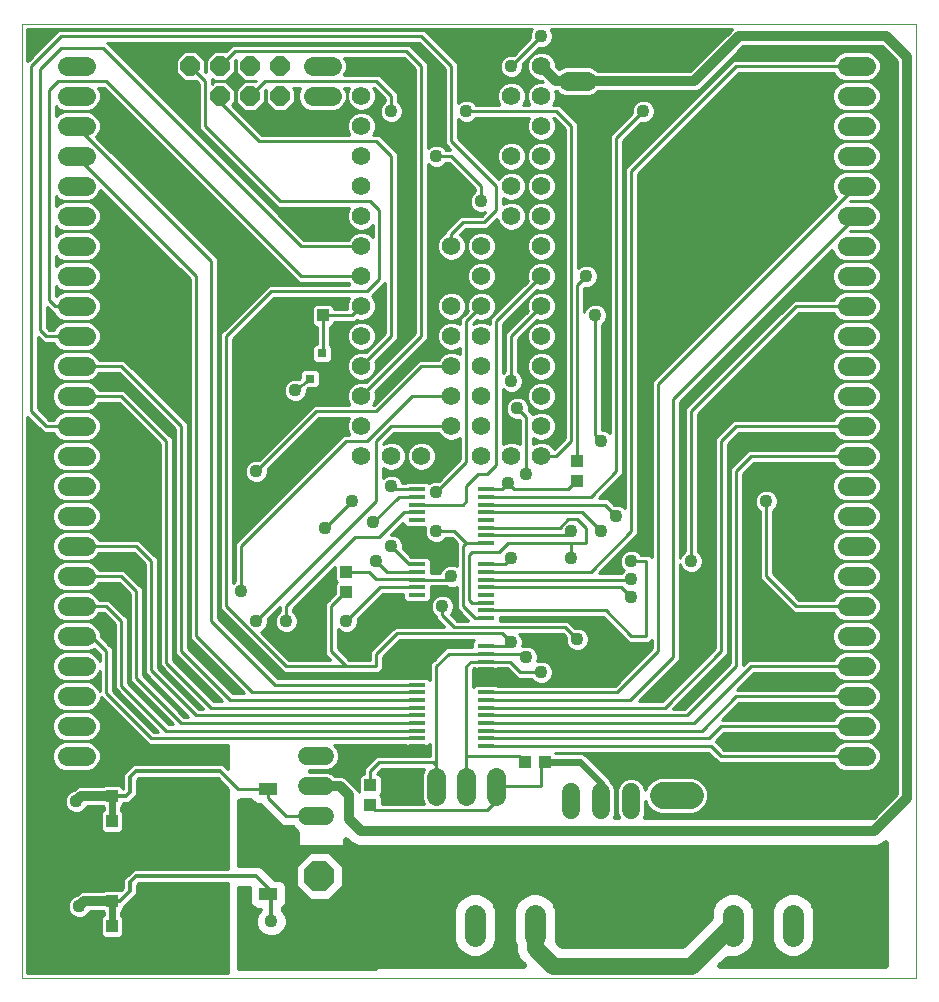
<source format=gtl>
G75*
%MOIN*%
%OFA0B0*%
%FSLAX24Y24*%
%IPPOS*%
%LPD*%
%AMOC8*
5,1,8,0,0,1.08239X$1,22.5*
%
%ADD10C,0.0000*%
%ADD11C,0.1000*%
%ADD12OC8,0.1000*%
%ADD13R,0.0394X0.0433*%
%ADD14C,0.0885*%
%ADD15R,0.2441X0.2126*%
%ADD16R,0.0630X0.0394*%
%ADD17C,0.0600*%
%ADD18R,0.0300X0.0300*%
%ADD19R,0.0433X0.0394*%
%ADD20C,0.0640*%
%ADD21OC8,0.0640*%
%ADD22C,0.0620*%
%ADD23R,0.0580X0.0140*%
%ADD24C,0.0710*%
%ADD25C,0.0200*%
%ADD26C,0.0436*%
%ADD27C,0.0100*%
%ADD28C,0.0240*%
%ADD29C,0.0120*%
%ADD30C,0.0320*%
%ADD31C,0.0560*%
D10*
X000150Y001000D02*
X000150Y032800D01*
X029950Y032800D01*
X029950Y001000D01*
X000150Y001000D01*
D11*
X010050Y002400D03*
D12*
X010050Y004400D03*
D13*
X003150Y004235D03*
X003150Y003565D03*
X003150Y002735D03*
X003150Y002065D03*
X003150Y005565D03*
X003150Y006235D03*
X003150Y007065D03*
X003150Y007735D03*
X016915Y008200D03*
X017585Y008200D03*
X010185Y023100D03*
X009515Y023100D03*
D14*
X021508Y007100D02*
X022393Y007100D01*
X027508Y007100D02*
X028393Y007100D01*
D15*
X005466Y006400D03*
X005466Y002900D03*
D16*
X008340Y002002D03*
X008340Y003798D03*
X008340Y005502D03*
X008340Y007298D03*
D17*
X009650Y007400D02*
X010250Y007400D01*
X010250Y006400D02*
X009650Y006400D01*
X009650Y008400D02*
X010250Y008400D01*
X018450Y007200D02*
X018450Y006600D01*
X019450Y006600D02*
X019450Y007200D01*
X020450Y007200D02*
X020450Y006600D01*
D18*
X009740Y020980D03*
X009380Y021834D03*
X010136Y021834D03*
D19*
X010950Y014535D03*
X010950Y013865D03*
X011750Y007435D03*
X011750Y006765D03*
X018650Y017565D03*
X018650Y018235D03*
D20*
X027630Y018400D02*
X028270Y018400D01*
X028270Y017400D02*
X027630Y017400D01*
X027630Y016400D02*
X028270Y016400D01*
X028270Y015400D02*
X027630Y015400D01*
X027630Y014400D02*
X028270Y014400D01*
X028270Y013400D02*
X027630Y013400D01*
X027630Y012400D02*
X028270Y012400D01*
X028270Y011400D02*
X027630Y011400D01*
X027630Y010400D02*
X028270Y010400D01*
X028270Y009400D02*
X027630Y009400D01*
X027630Y008400D02*
X028270Y008400D01*
X028270Y019400D02*
X027630Y019400D01*
X027630Y020400D02*
X028270Y020400D01*
X028270Y021400D02*
X027630Y021400D01*
X027630Y022400D02*
X028270Y022400D01*
X028270Y023400D02*
X027630Y023400D01*
X027630Y024400D02*
X028270Y024400D01*
X028270Y025400D02*
X027630Y025400D01*
X027630Y026400D02*
X028270Y026400D01*
X028270Y027400D02*
X027630Y027400D01*
X027630Y028400D02*
X028270Y028400D01*
X028270Y029400D02*
X027630Y029400D01*
X027630Y030400D02*
X028270Y030400D01*
X028270Y031400D02*
X027630Y031400D01*
X018970Y030900D02*
X018330Y030900D01*
X018330Y031900D02*
X018970Y031900D01*
X010470Y031400D02*
X009830Y031400D01*
X009830Y030400D02*
X010470Y030400D01*
X002270Y030400D02*
X001630Y030400D01*
X001630Y029400D02*
X002270Y029400D01*
X002270Y028400D02*
X001630Y028400D01*
X001630Y027400D02*
X002270Y027400D01*
X002270Y026400D02*
X001630Y026400D01*
X001630Y025400D02*
X002270Y025400D01*
X002270Y024400D02*
X001630Y024400D01*
X001630Y023400D02*
X002270Y023400D01*
X002270Y022400D02*
X001630Y022400D01*
X001630Y021400D02*
X002270Y021400D01*
X002270Y020400D02*
X001630Y020400D01*
X001630Y019400D02*
X002270Y019400D01*
X002270Y018400D02*
X001630Y018400D01*
X001630Y017400D02*
X002270Y017400D01*
X002270Y016400D02*
X001630Y016400D01*
X001630Y015400D02*
X002270Y015400D01*
X002270Y014400D02*
X001630Y014400D01*
X001630Y013400D02*
X002270Y013400D01*
X002270Y012400D02*
X001630Y012400D01*
X001630Y011400D02*
X002270Y011400D01*
X002270Y010400D02*
X001630Y010400D01*
X001630Y009400D02*
X002270Y009400D01*
X002270Y008400D02*
X001630Y008400D01*
X012950Y007720D02*
X012950Y007080D01*
X013950Y007080D02*
X013950Y007720D01*
X014950Y007720D02*
X014950Y007080D01*
X015950Y007080D02*
X015950Y007720D01*
X002270Y031400D02*
X001630Y031400D01*
D21*
X005750Y031400D03*
X006750Y031400D03*
X007750Y031400D03*
X007750Y030400D03*
X006750Y030400D03*
X005750Y030400D03*
X008750Y030400D03*
X008750Y031400D03*
D22*
X011450Y031400D03*
X011450Y030400D03*
X011450Y029400D03*
X011450Y028400D03*
X011450Y027400D03*
X011450Y026400D03*
X011450Y025400D03*
X011450Y024400D03*
X011450Y023400D03*
X011450Y022400D03*
X011450Y021400D03*
X011450Y020400D03*
X011450Y019400D03*
X011450Y018400D03*
X012450Y018400D03*
X013450Y018400D03*
X014450Y018400D03*
X014450Y019400D03*
X014450Y020400D03*
X014450Y021400D03*
X014450Y022400D03*
X014450Y023400D03*
X014450Y024400D03*
X014450Y025400D03*
X015450Y025400D03*
X015450Y024400D03*
X015450Y023400D03*
X015450Y022400D03*
X015450Y021400D03*
X015450Y020400D03*
X015450Y019400D03*
X015450Y018400D03*
X016450Y018400D03*
X017450Y018400D03*
X017450Y019400D03*
X017450Y020400D03*
X017450Y021400D03*
X017450Y022400D03*
X017450Y023400D03*
X017450Y024400D03*
X017450Y025400D03*
X017450Y026400D03*
X017450Y027400D03*
X017450Y028400D03*
X017450Y029400D03*
X017450Y030400D03*
X016450Y030400D03*
X017450Y031400D03*
X016450Y028400D03*
X016450Y027400D03*
X016450Y026400D03*
D23*
X015600Y017300D03*
X015600Y017040D03*
X015600Y016780D03*
X015600Y016530D03*
X015600Y016270D03*
X015600Y016020D03*
X015600Y015760D03*
X015600Y015500D03*
X015600Y014800D03*
X015600Y014540D03*
X015600Y014280D03*
X015600Y014030D03*
X015600Y013770D03*
X015600Y013520D03*
X015600Y013260D03*
X015600Y013000D03*
X015600Y012060D03*
X015600Y011810D03*
X015600Y011550D03*
X015600Y011300D03*
X015600Y011040D03*
X015600Y010780D03*
X015600Y010530D03*
X015600Y010270D03*
X015600Y010020D03*
X015600Y009760D03*
X015600Y009500D03*
X015600Y009250D03*
X015600Y008990D03*
X015600Y008740D03*
X013300Y008740D03*
X013300Y008990D03*
X013300Y009250D03*
X013300Y009500D03*
X013300Y009760D03*
X013300Y010020D03*
X013300Y010270D03*
X013300Y010530D03*
X013300Y010780D03*
X013300Y011040D03*
X013300Y011300D03*
X013300Y011550D03*
X013300Y011810D03*
X013300Y012060D03*
X013300Y013000D03*
X013300Y013260D03*
X013300Y013520D03*
X013300Y013770D03*
X013300Y014030D03*
X013300Y014280D03*
X013300Y014540D03*
X013300Y014800D03*
X013300Y015500D03*
X013300Y015760D03*
X013300Y016020D03*
X013300Y016270D03*
X013300Y016530D03*
X013300Y016780D03*
X013300Y017040D03*
X013300Y017300D03*
D24*
X013250Y003105D02*
X013250Y002395D01*
X015250Y002395D02*
X015250Y003105D01*
X017250Y003105D02*
X017250Y002395D01*
X019250Y002395D02*
X019250Y003105D01*
X021850Y003105D02*
X021850Y002395D01*
X023850Y002395D02*
X023850Y003105D01*
X025850Y003105D02*
X025850Y002395D01*
X027850Y002395D02*
X027850Y003105D01*
D25*
X028950Y003184D02*
X026605Y003184D01*
X026605Y003255D02*
X026490Y003533D01*
X026278Y003745D01*
X026000Y003860D01*
X025700Y003860D01*
X025422Y003745D01*
X025210Y003533D01*
X025095Y003255D01*
X025095Y002245D01*
X025210Y001967D01*
X025422Y001755D01*
X025700Y001640D01*
X026000Y001640D01*
X026278Y001755D01*
X026490Y001967D01*
X026605Y002245D01*
X026605Y003255D01*
X026552Y003382D02*
X028950Y003382D01*
X028950Y003581D02*
X026442Y003581D01*
X026352Y003671D02*
X026352Y005340D01*
X026154Y005340D02*
X026154Y003796D01*
X026196Y003779D02*
X028950Y003779D01*
X028950Y003978D02*
X010950Y003978D01*
X010950Y004176D02*
X028950Y004176D01*
X028950Y004375D02*
X010950Y004375D01*
X010950Y004573D02*
X028950Y004573D01*
X028950Y004772D02*
X010950Y004772D01*
X010950Y004970D02*
X028950Y004970D01*
X028950Y005169D02*
X010950Y005169D01*
X010950Y005367D02*
X011273Y005367D01*
X011266Y005370D02*
X011266Y001400D01*
X011068Y001400D02*
X011068Y005491D01*
X011133Y005425D02*
X011339Y005340D01*
X028661Y005340D01*
X028867Y005425D01*
X028950Y005508D01*
X028950Y001400D01*
X023412Y001400D01*
X023666Y001654D01*
X023700Y001640D01*
X024000Y001640D01*
X024278Y001755D01*
X024490Y001967D01*
X024605Y002245D01*
X024605Y003255D01*
X024490Y003533D01*
X024278Y003745D01*
X024000Y003860D01*
X023700Y003860D01*
X023422Y003745D01*
X023210Y003533D01*
X023095Y003255D01*
X023095Y003007D01*
X022168Y002080D01*
X018132Y002080D01*
X017994Y002218D01*
X018005Y002245D01*
X018005Y003255D01*
X017890Y003533D01*
X017678Y003745D01*
X017400Y003860D01*
X017100Y003860D01*
X016822Y003745D01*
X016610Y003533D01*
X016495Y003255D01*
X016495Y002245D01*
X016570Y002064D01*
X016570Y001865D01*
X016674Y001615D01*
X016865Y001424D01*
X016888Y001400D01*
X010950Y001400D01*
X010950Y005608D01*
X010975Y005583D01*
X010975Y005583D01*
X011133Y005425D01*
X010993Y005566D02*
X010950Y005566D01*
X011465Y005340D02*
X011465Y001400D01*
X011663Y001400D02*
X011663Y005340D01*
X011862Y005340D02*
X011862Y001400D01*
X012060Y001400D02*
X012060Y005340D01*
X012259Y005340D02*
X012259Y001400D01*
X012457Y001400D02*
X012457Y005340D01*
X012656Y005340D02*
X012656Y001400D01*
X012854Y001400D02*
X012854Y005340D01*
X013053Y005340D02*
X013053Y001400D01*
X013251Y001400D02*
X013251Y005340D01*
X013450Y005340D02*
X013450Y001400D01*
X013648Y001400D02*
X013648Y005340D01*
X013847Y005340D02*
X013847Y001400D01*
X014045Y001400D02*
X014045Y005340D01*
X014244Y005340D02*
X014244Y001400D01*
X014442Y001400D02*
X014442Y005340D01*
X014641Y005340D02*
X014641Y003563D01*
X014658Y003581D02*
X010950Y003581D01*
X010950Y003779D02*
X014904Y003779D01*
X014839Y003752D02*
X014839Y005340D01*
X015038Y005340D02*
X015038Y003834D01*
X015100Y003860D02*
X014822Y003745D01*
X014610Y003533D01*
X014495Y003255D01*
X014495Y002245D01*
X014610Y001967D01*
X014822Y001755D01*
X015100Y001640D01*
X015400Y001640D01*
X015678Y001755D01*
X015890Y001967D01*
X016005Y002245D01*
X016005Y003255D01*
X015890Y003533D01*
X015678Y003745D01*
X015400Y003860D01*
X015100Y003860D01*
X015236Y003860D02*
X015236Y005340D01*
X015435Y005340D02*
X015435Y003846D01*
X015596Y003779D02*
X016904Y003779D01*
X016824Y003746D02*
X016824Y005340D01*
X016626Y005340D02*
X016626Y003548D01*
X016658Y003581D02*
X015842Y003581D01*
X015832Y003591D02*
X015832Y005340D01*
X016030Y005340D02*
X016030Y001400D01*
X015832Y001400D02*
X015832Y001909D01*
X015900Y001993D02*
X016570Y001993D01*
X016599Y001794D02*
X015717Y001794D01*
X015633Y001736D02*
X015633Y001400D01*
X015435Y001400D02*
X015435Y001654D01*
X015236Y001640D02*
X015236Y001400D01*
X015038Y001400D02*
X015038Y001666D01*
X014839Y001748D02*
X014839Y001400D01*
X014641Y001400D02*
X014641Y001937D01*
X014600Y001993D02*
X010950Y001993D01*
X010950Y002191D02*
X014517Y002191D01*
X014495Y002390D02*
X010950Y002390D01*
X010950Y002588D02*
X014495Y002588D01*
X014495Y002787D02*
X010950Y002787D01*
X010950Y002985D02*
X014495Y002985D01*
X014495Y003184D02*
X010950Y003184D01*
X010950Y003382D02*
X014548Y003382D01*
X015633Y003764D02*
X015633Y005340D01*
X016229Y005340D02*
X016229Y001400D01*
X016427Y001400D02*
X016427Y005340D01*
X017023Y005340D02*
X017023Y003828D01*
X017221Y003860D02*
X017221Y005340D01*
X017420Y005340D02*
X017420Y003852D01*
X017596Y003779D02*
X023504Y003779D01*
X023573Y003807D02*
X023573Y005340D01*
X023375Y005340D02*
X023375Y003697D01*
X023258Y003581D02*
X017842Y003581D01*
X017817Y003606D02*
X017817Y005340D01*
X018015Y005340D02*
X018015Y002197D01*
X018021Y002191D02*
X022279Y002191D01*
X022184Y002095D02*
X022184Y005340D01*
X022382Y005340D02*
X022382Y002294D01*
X022478Y002390D02*
X018005Y002390D01*
X018005Y002588D02*
X022676Y002588D01*
X022581Y002492D02*
X022581Y005340D01*
X022779Y005340D02*
X022779Y002691D01*
X022875Y002787D02*
X018005Y002787D01*
X018005Y002985D02*
X023073Y002985D01*
X022978Y002889D02*
X022978Y005340D01*
X023176Y005340D02*
X023176Y003451D01*
X023148Y003382D02*
X017952Y003382D01*
X018005Y003184D02*
X023095Y003184D01*
X023772Y003860D02*
X023772Y005340D01*
X023970Y005340D02*
X023970Y003860D01*
X024169Y003790D02*
X024169Y005340D01*
X024367Y005340D02*
X024367Y003656D01*
X024442Y003581D02*
X025258Y003581D01*
X025360Y003682D02*
X025360Y005340D01*
X025558Y005340D02*
X025558Y003801D01*
X025504Y003779D02*
X024196Y003779D01*
X024552Y003382D02*
X025148Y003382D01*
X025161Y003415D02*
X025161Y005340D01*
X024963Y005340D02*
X024963Y001400D01*
X025161Y001400D02*
X025161Y002085D01*
X025200Y001993D02*
X024500Y001993D01*
X024566Y002150D02*
X024566Y001400D01*
X024764Y001400D02*
X024764Y005340D01*
X024566Y005340D02*
X024566Y003350D01*
X024605Y003184D02*
X025095Y003184D01*
X025095Y002985D02*
X024605Y002985D01*
X024605Y002787D02*
X025095Y002787D01*
X025095Y002588D02*
X024605Y002588D01*
X024605Y002390D02*
X025095Y002390D01*
X025117Y002191D02*
X024583Y002191D01*
X024367Y001844D02*
X024367Y001400D01*
X024169Y001400D02*
X024169Y001710D01*
X024317Y001794D02*
X025383Y001794D01*
X025360Y001818D02*
X025360Y001400D01*
X025558Y001400D02*
X025558Y001699D01*
X025757Y001640D02*
X025757Y001400D01*
X025955Y001400D02*
X025955Y001640D01*
X026154Y001704D02*
X026154Y001400D01*
X026352Y001400D02*
X026352Y001829D01*
X026317Y001794D02*
X028950Y001794D01*
X028950Y001596D02*
X023607Y001596D01*
X023573Y001561D02*
X023573Y001400D01*
X023772Y001400D02*
X023772Y001640D01*
X023970Y001640D02*
X023970Y001400D01*
X021985Y002080D02*
X021985Y005340D01*
X021787Y005340D02*
X021787Y002080D01*
X021588Y002080D02*
X021588Y005340D01*
X021390Y005340D02*
X021390Y002080D01*
X021191Y002080D02*
X021191Y005340D01*
X020993Y005340D02*
X020993Y002080D01*
X020794Y002080D02*
X020794Y005340D01*
X020596Y005340D02*
X020596Y002080D01*
X020397Y002080D02*
X020397Y005340D01*
X020199Y005340D02*
X020199Y002080D01*
X020000Y002080D02*
X020000Y005340D01*
X019802Y005340D02*
X019802Y002080D01*
X019603Y002080D02*
X019603Y005340D01*
X019405Y005340D02*
X019405Y002080D01*
X019206Y002080D02*
X019206Y005340D01*
X019008Y005340D02*
X019008Y002080D01*
X018809Y002080D02*
X018809Y005340D01*
X018611Y005340D02*
X018611Y002080D01*
X018412Y002080D02*
X018412Y005340D01*
X018214Y005340D02*
X018214Y002080D01*
X016824Y001464D02*
X016824Y001400D01*
X016626Y001400D02*
X016626Y001731D01*
X016693Y001596D02*
X010950Y001596D01*
X010950Y001794D02*
X014783Y001794D01*
X015983Y002191D02*
X016517Y002191D01*
X016495Y002390D02*
X016005Y002390D01*
X016005Y002588D02*
X016495Y002588D01*
X016495Y002787D02*
X016005Y002787D01*
X016005Y002985D02*
X016495Y002985D01*
X016495Y003184D02*
X016005Y003184D01*
X015952Y003382D02*
X016548Y003382D01*
X017618Y003770D02*
X017618Y005340D01*
X025757Y005340D02*
X025757Y003860D01*
X025955Y003860D02*
X025955Y005340D01*
X026551Y005340D02*
X026551Y003387D01*
X026605Y002985D02*
X028950Y002985D01*
X028950Y002787D02*
X026605Y002787D01*
X026605Y002588D02*
X028950Y002588D01*
X028950Y002390D02*
X026605Y002390D01*
X026583Y002191D02*
X028950Y002191D01*
X028950Y001993D02*
X026500Y001993D01*
X026551Y002113D02*
X026551Y001400D01*
X026749Y001400D02*
X026749Y005340D01*
X026948Y005340D02*
X026948Y001400D01*
X027146Y001400D02*
X027146Y005340D01*
X027345Y005340D02*
X027345Y001400D01*
X027543Y001400D02*
X027543Y005340D01*
X027742Y005340D02*
X027742Y001400D01*
X027940Y001400D02*
X027940Y005340D01*
X028139Y005340D02*
X028139Y001400D01*
X028337Y001400D02*
X028337Y005340D01*
X028536Y005340D02*
X028536Y001400D01*
X028734Y001400D02*
X028734Y005370D01*
X028727Y005367D02*
X028950Y005367D01*
X028933Y005491D02*
X028933Y001400D01*
D26*
X024650Y006800D03*
X023850Y006800D03*
X019650Y008000D03*
X018650Y011000D03*
X017450Y011200D03*
X016950Y011700D03*
X016450Y012200D03*
X018650Y012300D03*
X020450Y013700D03*
X020450Y014300D03*
X020450Y014900D03*
X019450Y015900D03*
X019950Y016400D03*
X018450Y015900D03*
X018450Y015000D03*
X016450Y015000D03*
X014450Y014400D03*
X013950Y015100D03*
X013950Y015900D03*
X013950Y017200D03*
X012450Y017400D03*
X011850Y016200D03*
X011150Y016900D03*
X010250Y016000D03*
X011950Y014900D03*
X012450Y015400D03*
X014150Y013400D03*
X012450Y011300D03*
X011450Y011800D03*
X010950Y012900D03*
X009950Y012400D03*
X008950Y012900D03*
X007950Y012900D03*
X007450Y013900D03*
X007950Y017900D03*
X007650Y018700D03*
X009250Y020600D03*
X010650Y022300D03*
X007450Y024400D03*
X003950Y021900D03*
X003850Y028800D03*
X010250Y029500D03*
X012450Y029900D03*
X012950Y029400D03*
X013950Y029400D03*
X013950Y028400D03*
X013050Y027700D03*
X014950Y029900D03*
X016450Y031400D03*
X017450Y032400D03*
X020850Y029900D03*
X021950Y031700D03*
X024950Y029900D03*
X021450Y023900D03*
X019250Y023100D03*
X018950Y024400D03*
X016450Y024900D03*
X015450Y026900D03*
X012650Y031100D03*
X016450Y020900D03*
X016650Y020000D03*
X016950Y017800D03*
X016350Y017500D03*
X019450Y018900D03*
X022450Y014900D03*
X024950Y016900D03*
X012250Y013200D03*
X011450Y008400D03*
X011950Y004900D03*
X011950Y002500D03*
X008450Y002900D03*
X002050Y003400D03*
X001950Y006900D03*
D27*
X001950Y006512D02*
X001950Y003779D01*
X001970Y003787D02*
X001830Y003729D01*
X001721Y003620D01*
X001662Y003477D01*
X001662Y003323D01*
X001721Y003180D01*
X001830Y003071D01*
X001973Y003012D01*
X002127Y003012D01*
X002270Y003071D01*
X002379Y003180D01*
X002402Y003235D01*
X002826Y003235D01*
X002860Y003202D01*
X002860Y003098D01*
X002783Y003022D01*
X002783Y002448D01*
X002883Y002348D01*
X003417Y002348D01*
X003517Y002448D01*
X003517Y003022D01*
X003440Y003098D01*
X003440Y003202D01*
X003517Y003278D01*
X003517Y003342D01*
X003980Y003805D01*
X003980Y004105D01*
X004045Y004170D01*
X007010Y004170D01*
X007010Y001170D01*
X000320Y001170D01*
X000320Y019719D01*
X000730Y019309D01*
X000859Y019180D01*
X001191Y019180D01*
X001215Y019122D01*
X001352Y018985D01*
X001533Y018910D01*
X002367Y018910D01*
X002548Y018985D01*
X002685Y019122D01*
X002760Y019303D01*
X002760Y019497D01*
X002685Y019678D01*
X002548Y019815D01*
X002367Y019890D01*
X001533Y019890D01*
X001352Y019815D01*
X001215Y019678D01*
X001191Y019620D01*
X001041Y019620D01*
X000670Y019991D01*
X000670Y022369D01*
X000730Y022309D01*
X000859Y022180D01*
X001191Y022180D01*
X001215Y022122D01*
X001352Y021985D01*
X001533Y021910D01*
X002367Y021910D01*
X002548Y021985D01*
X002685Y022122D01*
X002760Y022303D01*
X002760Y022497D01*
X002685Y022678D01*
X002548Y022815D01*
X002367Y022890D01*
X001533Y022890D01*
X001352Y022815D01*
X001215Y022678D01*
X001191Y022620D01*
X001041Y022620D01*
X000970Y022691D01*
X000970Y023369D01*
X001030Y023309D01*
X001159Y023180D01*
X001191Y023180D01*
X001215Y023122D01*
X001352Y022985D01*
X001533Y022910D01*
X002367Y022910D01*
X002548Y022985D01*
X002685Y023122D01*
X002760Y023303D01*
X002760Y023497D01*
X002685Y023678D01*
X002548Y023815D01*
X002367Y023890D01*
X001533Y023890D01*
X001352Y023815D01*
X001270Y023733D01*
X001270Y024067D01*
X001352Y023985D01*
X001533Y023910D01*
X002367Y023910D01*
X002548Y023985D01*
X002685Y024122D01*
X002760Y024303D01*
X002760Y024497D01*
X002685Y024678D01*
X002548Y024815D01*
X002367Y024890D01*
X001533Y024890D01*
X001352Y024815D01*
X001270Y024733D01*
X001270Y025067D01*
X001352Y024985D01*
X001533Y024910D01*
X002367Y024910D01*
X002548Y024985D01*
X002685Y025122D01*
X002760Y025303D01*
X002760Y025497D01*
X002685Y025678D01*
X002548Y025815D01*
X002367Y025890D01*
X001533Y025890D01*
X001352Y025815D01*
X001270Y025733D01*
X001270Y026067D01*
X001352Y025985D01*
X001533Y025910D01*
X002367Y025910D01*
X002548Y025985D01*
X002685Y026122D01*
X002760Y026303D01*
X002760Y026497D01*
X002685Y026678D01*
X002548Y026815D01*
X002367Y026890D01*
X001533Y026890D01*
X001352Y026815D01*
X001270Y026733D01*
X001270Y027067D01*
X001352Y026985D01*
X001533Y026910D01*
X002367Y026910D01*
X002548Y026985D01*
X002685Y027122D01*
X002753Y027286D01*
X005730Y024309D01*
X005730Y012309D01*
X005859Y012180D01*
X007549Y010490D01*
X007171Y010490D01*
X005670Y011991D01*
X005670Y019491D01*
X003541Y021620D01*
X002709Y021620D01*
X002685Y021678D01*
X002548Y021815D01*
X002367Y021890D01*
X001533Y021890D01*
X001352Y021815D01*
X001215Y021678D01*
X001140Y021497D01*
X001140Y021303D01*
X001215Y021122D01*
X001352Y020985D01*
X001533Y020910D01*
X002367Y020910D01*
X002548Y020985D01*
X002685Y021122D01*
X002709Y021180D01*
X003359Y021180D01*
X005230Y019309D01*
X005230Y011809D01*
X006799Y010240D01*
X006541Y010240D01*
X005170Y011611D01*
X005170Y018991D01*
X005041Y019120D01*
X003541Y020620D01*
X002709Y020620D01*
X002685Y020678D01*
X002548Y020815D01*
X002367Y020890D01*
X001533Y020890D01*
X001352Y020815D01*
X001215Y020678D01*
X001140Y020497D01*
X001140Y020303D01*
X001215Y020122D01*
X001352Y019985D01*
X001533Y019910D01*
X002367Y019910D01*
X002548Y019985D01*
X002685Y020122D01*
X002709Y020180D01*
X003359Y020180D01*
X004730Y018809D01*
X004730Y011429D01*
X006179Y009980D01*
X006041Y009980D01*
X004670Y011351D01*
X004670Y014991D01*
X004541Y015120D01*
X004041Y015620D01*
X002709Y015620D01*
X002685Y015678D01*
X002548Y015815D01*
X002367Y015890D01*
X001533Y015890D01*
X001352Y015815D01*
X001215Y015678D01*
X001140Y015497D01*
X001140Y015303D01*
X001215Y015122D01*
X001352Y014985D01*
X001533Y014910D01*
X002367Y014910D01*
X002548Y014985D01*
X002685Y015122D01*
X002709Y015180D01*
X003859Y015180D01*
X004230Y014809D01*
X004230Y011169D01*
X005679Y009720D01*
X005541Y009720D01*
X004170Y011091D01*
X004170Y013991D01*
X004041Y014120D01*
X003541Y014620D01*
X002709Y014620D01*
X002685Y014678D01*
X002548Y014815D01*
X002367Y014890D01*
X001533Y014890D01*
X001352Y014815D01*
X001215Y014678D01*
X001140Y014497D01*
X001140Y014303D01*
X001215Y014122D01*
X001352Y013985D01*
X001533Y013910D01*
X002367Y013910D01*
X002548Y013985D01*
X002685Y014122D01*
X002709Y014180D01*
X003359Y014180D01*
X003730Y013809D01*
X003730Y010909D01*
X005169Y009470D01*
X005041Y009470D01*
X003670Y010841D01*
X003670Y012991D01*
X003541Y013120D01*
X003041Y013620D01*
X002709Y013620D01*
X002685Y013678D01*
X002548Y013815D01*
X002367Y013890D01*
X001533Y013890D01*
X001352Y013815D01*
X001215Y013678D01*
X001140Y013497D01*
X001140Y013303D01*
X001215Y013122D01*
X001352Y012985D01*
X001533Y012910D01*
X002367Y012910D01*
X002548Y012985D01*
X002685Y013122D01*
X002709Y013180D01*
X002859Y013180D01*
X003230Y012809D01*
X003230Y010659D01*
X004679Y009210D01*
X004541Y009210D01*
X003170Y010581D01*
X003170Y011991D01*
X003041Y012120D01*
X002760Y012401D01*
X002760Y012497D01*
X002685Y012678D01*
X002548Y012815D01*
X002367Y012890D01*
X001533Y012890D01*
X001352Y012815D01*
X001215Y012678D01*
X001140Y012497D01*
X001140Y012303D01*
X001215Y012122D01*
X001352Y011985D01*
X001533Y011910D01*
X002367Y011910D01*
X002548Y011985D01*
X002551Y011988D01*
X002730Y011809D01*
X002730Y011570D01*
X002685Y011678D01*
X002548Y011815D01*
X002367Y011890D01*
X001533Y011890D01*
X001352Y011815D01*
X001215Y011678D01*
X001140Y011497D01*
X001140Y011303D01*
X001215Y011122D01*
X001352Y010985D01*
X001533Y010910D01*
X002367Y010910D01*
X002548Y010985D01*
X002685Y011122D01*
X002730Y011230D01*
X002730Y010570D01*
X002685Y010678D01*
X002548Y010815D01*
X002367Y010890D01*
X001533Y010890D01*
X001352Y010815D01*
X001215Y010678D01*
X001140Y010497D01*
X001140Y010303D01*
X001215Y010122D01*
X001352Y009985D01*
X001533Y009910D01*
X002367Y009910D01*
X002548Y009985D01*
X002685Y010122D01*
X002760Y010303D01*
X002760Y010369D01*
X004359Y008770D01*
X007010Y008770D01*
X007010Y007965D01*
X006845Y008130D01*
X003855Y008130D01*
X003720Y007995D01*
X003520Y007795D01*
X003520Y007295D01*
X003517Y007295D01*
X003517Y007352D01*
X003417Y007452D01*
X002883Y007452D01*
X002826Y007395D01*
X002050Y007395D01*
X002050Y007910D01*
X001950Y007910D02*
X001950Y007354D01*
X001928Y007345D02*
X001870Y007287D01*
X001730Y007229D01*
X001621Y007120D01*
X001562Y006977D01*
X001562Y006823D01*
X001621Y006680D01*
X001730Y006571D01*
X001873Y006512D01*
X002027Y006512D01*
X002170Y006571D01*
X002279Y006680D01*
X002302Y006735D01*
X002826Y006735D01*
X002860Y006702D01*
X002860Y006598D01*
X002783Y006522D01*
X002783Y005948D01*
X002883Y005848D01*
X003417Y005848D01*
X003517Y005948D01*
X003517Y006522D01*
X003440Y006598D01*
X003440Y006702D01*
X003517Y006778D01*
X003517Y006835D01*
X003711Y006835D01*
X003845Y006970D01*
X003980Y007105D01*
X003980Y007605D01*
X004045Y007670D01*
X006655Y007670D01*
X007010Y007315D01*
X007010Y004630D01*
X003855Y004630D01*
X003655Y004430D01*
X003520Y004295D01*
X003520Y003995D01*
X003447Y003922D01*
X003417Y003952D01*
X002883Y003952D01*
X002826Y003895D01*
X002150Y003895D01*
X002150Y006563D01*
X002199Y006600D02*
X002860Y006600D01*
X002850Y006588D02*
X002850Y006712D01*
X002860Y006700D02*
X002287Y006700D01*
X002250Y006651D02*
X002250Y003895D01*
X002350Y003895D02*
X002350Y006735D01*
X002450Y006735D02*
X002450Y003895D01*
X002550Y003895D02*
X002550Y006735D01*
X002650Y006735D02*
X002650Y003895D01*
X002750Y003895D02*
X002750Y006735D01*
X002783Y006500D02*
X000320Y006500D01*
X000320Y006600D02*
X001701Y006600D01*
X001750Y006563D02*
X001750Y003649D01*
X001713Y003600D02*
X000320Y003600D01*
X000320Y003500D02*
X001671Y003500D01*
X001662Y003400D02*
X000320Y003400D01*
X000320Y003300D02*
X001671Y003300D01*
X001713Y003200D02*
X000320Y003200D01*
X000320Y003100D02*
X001801Y003100D01*
X001850Y003063D02*
X001850Y001170D01*
X001950Y001170D02*
X001950Y003021D01*
X002050Y003012D02*
X002050Y001170D01*
X002150Y001170D02*
X002150Y003021D01*
X002250Y003063D02*
X002250Y001170D01*
X002350Y001170D02*
X002350Y003151D01*
X002387Y003200D02*
X002860Y003200D01*
X002850Y003212D02*
X002850Y003088D01*
X002860Y003100D02*
X002299Y003100D01*
X002450Y003235D02*
X002450Y001170D01*
X002550Y001170D02*
X002550Y003235D01*
X002650Y003235D02*
X002650Y001170D01*
X002750Y001170D02*
X002750Y003235D01*
X002783Y003000D02*
X000320Y003000D01*
X000320Y002900D02*
X002783Y002900D01*
X002783Y002800D02*
X000320Y002800D01*
X000320Y002700D02*
X002783Y002700D01*
X002783Y002600D02*
X000320Y002600D01*
X000320Y002500D02*
X002783Y002500D01*
X002831Y002400D02*
X000320Y002400D01*
X000320Y002300D02*
X007010Y002300D01*
X007010Y002200D02*
X000320Y002200D01*
X000320Y002100D02*
X007010Y002100D01*
X007010Y002000D02*
X000320Y002000D01*
X000320Y001900D02*
X007010Y001900D01*
X007010Y001800D02*
X000320Y001800D01*
X000320Y001700D02*
X007010Y001700D01*
X007010Y001600D02*
X000320Y001600D01*
X000320Y001500D02*
X007010Y001500D01*
X007010Y001400D02*
X000320Y001400D01*
X000320Y001300D02*
X007010Y001300D01*
X007010Y001200D02*
X000320Y001200D01*
X000350Y001170D02*
X000350Y019689D01*
X000339Y019700D02*
X000320Y019700D01*
X000320Y019600D02*
X000439Y019600D01*
X000450Y019589D02*
X000450Y001170D01*
X000550Y001170D02*
X000550Y019489D01*
X000539Y019500D02*
X000320Y019500D01*
X000320Y019400D02*
X000639Y019400D01*
X000650Y019389D02*
X000650Y001170D01*
X000750Y001170D02*
X000750Y019289D01*
X000739Y019300D02*
X000320Y019300D01*
X000320Y019200D02*
X000839Y019200D01*
X000850Y019189D02*
X000850Y001170D01*
X000950Y001170D02*
X000950Y019180D01*
X001050Y019180D02*
X001050Y001170D01*
X001150Y001170D02*
X001150Y008278D01*
X001141Y008300D02*
X000320Y008300D01*
X000320Y008400D02*
X001140Y008400D01*
X001140Y008497D02*
X001140Y008303D01*
X001215Y008122D01*
X001352Y007985D01*
X001533Y007910D01*
X002367Y007910D01*
X002548Y007985D01*
X002685Y008122D01*
X002760Y008303D01*
X002760Y008497D01*
X002685Y008678D01*
X002548Y008815D01*
X002367Y008890D01*
X001533Y008890D01*
X001352Y008815D01*
X001215Y008678D01*
X001140Y008497D01*
X001141Y008500D02*
X000320Y008500D01*
X000320Y008600D02*
X001182Y008600D01*
X001150Y008522D02*
X001150Y009278D01*
X001141Y009300D02*
X000320Y009300D01*
X000320Y009400D02*
X001140Y009400D01*
X001140Y009497D02*
X001140Y009303D01*
X001215Y009122D01*
X001352Y008985D01*
X001533Y008910D01*
X002367Y008910D01*
X002548Y008985D01*
X002685Y009122D01*
X002760Y009303D01*
X002760Y009497D01*
X002685Y009678D01*
X002548Y009815D01*
X002367Y009890D01*
X001533Y009890D01*
X001352Y009815D01*
X001215Y009678D01*
X001140Y009497D01*
X001141Y009500D02*
X000320Y009500D01*
X000320Y009600D02*
X001182Y009600D01*
X001150Y009522D02*
X001150Y010278D01*
X001141Y010300D02*
X000320Y010300D01*
X000320Y010400D02*
X001140Y010400D01*
X001141Y010500D02*
X000320Y010500D01*
X000320Y010600D02*
X001182Y010600D01*
X001150Y010522D02*
X001150Y011278D01*
X001141Y011300D02*
X000320Y011300D01*
X000320Y011400D02*
X001140Y011400D01*
X001141Y011500D02*
X000320Y011500D01*
X000320Y011600D02*
X001182Y011600D01*
X001150Y011522D02*
X001150Y012278D01*
X001141Y012300D02*
X000320Y012300D01*
X000320Y012400D02*
X001140Y012400D01*
X001141Y012500D02*
X000320Y012500D01*
X000320Y012600D02*
X001182Y012600D01*
X001150Y012522D02*
X001150Y013278D01*
X001141Y013300D02*
X000320Y013300D01*
X000320Y013400D02*
X001140Y013400D01*
X001141Y013500D02*
X000320Y013500D01*
X000320Y013600D02*
X001182Y013600D01*
X001150Y013522D02*
X001150Y014278D01*
X001141Y014300D02*
X000320Y014300D01*
X000320Y014400D02*
X001140Y014400D01*
X001141Y014500D02*
X000320Y014500D01*
X000320Y014600D02*
X001182Y014600D01*
X001150Y014522D02*
X001150Y015278D01*
X001141Y015300D02*
X000320Y015300D01*
X000320Y015400D02*
X001140Y015400D01*
X001141Y015500D02*
X000320Y015500D01*
X000320Y015600D02*
X001182Y015600D01*
X001150Y015522D02*
X001150Y016278D01*
X001141Y016300D02*
X000320Y016300D01*
X000320Y016400D02*
X001140Y016400D01*
X001140Y016497D02*
X001140Y016303D01*
X001215Y016122D01*
X001352Y015985D01*
X001533Y015910D01*
X002367Y015910D01*
X002548Y015985D01*
X002685Y016122D01*
X002760Y016303D01*
X002760Y016497D01*
X002685Y016678D01*
X002548Y016815D01*
X002367Y016890D01*
X001533Y016890D01*
X001352Y016815D01*
X001215Y016678D01*
X001140Y016497D01*
X001141Y016500D02*
X000320Y016500D01*
X000320Y016600D02*
X001182Y016600D01*
X001150Y016522D02*
X001150Y017278D01*
X001141Y017300D02*
X000320Y017300D01*
X000320Y017400D02*
X001140Y017400D01*
X001140Y017497D02*
X001140Y017303D01*
X001215Y017122D01*
X001352Y016985D01*
X001533Y016910D01*
X002367Y016910D01*
X002548Y016985D01*
X002685Y017122D01*
X002760Y017303D01*
X002760Y017497D01*
X002685Y017678D01*
X002548Y017815D01*
X002367Y017890D01*
X001533Y017890D01*
X001352Y017815D01*
X001215Y017678D01*
X001140Y017497D01*
X001141Y017500D02*
X000320Y017500D01*
X000320Y017600D02*
X001182Y017600D01*
X001150Y017522D02*
X001150Y018278D01*
X001141Y018300D02*
X000320Y018300D01*
X000320Y018400D02*
X001140Y018400D01*
X001140Y018497D02*
X001140Y018303D01*
X001215Y018122D01*
X001352Y017985D01*
X001533Y017910D01*
X002367Y017910D01*
X002548Y017985D01*
X002685Y018122D01*
X002760Y018303D01*
X002760Y018497D01*
X002685Y018678D01*
X002548Y018815D01*
X002367Y018890D01*
X001533Y018890D01*
X001352Y018815D01*
X001215Y018678D01*
X001140Y018497D01*
X001141Y018500D02*
X000320Y018500D01*
X000320Y018600D02*
X001182Y018600D01*
X001150Y018522D02*
X001150Y019180D01*
X001237Y019100D02*
X000320Y019100D01*
X000320Y019000D02*
X001337Y019000D01*
X001350Y018987D02*
X001350Y018813D01*
X001337Y018800D02*
X000320Y018800D01*
X000320Y018700D02*
X001237Y018700D01*
X001250Y018713D02*
X001250Y019087D01*
X001450Y018944D02*
X001450Y018856D01*
X001550Y018890D02*
X001550Y018910D01*
X001650Y018910D02*
X001650Y018890D01*
X001750Y018890D02*
X001750Y018910D01*
X001850Y018910D02*
X001850Y018890D01*
X001950Y018890D02*
X001950Y018910D01*
X002050Y018910D02*
X002050Y018890D01*
X002150Y018890D02*
X002150Y018910D01*
X002250Y018910D02*
X002250Y018890D01*
X002350Y018890D02*
X002350Y018910D01*
X002450Y018944D02*
X002450Y018856D01*
X002550Y018813D02*
X002550Y018987D01*
X002563Y019000D02*
X004539Y019000D01*
X004550Y018989D02*
X004550Y015111D01*
X004561Y015100D02*
X004730Y015100D01*
X004730Y015200D02*
X004461Y015200D01*
X004450Y015211D02*
X004450Y019089D01*
X004439Y019100D02*
X002663Y019100D01*
X002650Y019087D02*
X002650Y018713D01*
X002663Y018700D02*
X004730Y018700D01*
X004730Y018800D02*
X002563Y018800D01*
X002718Y018600D02*
X004730Y018600D01*
X004730Y018500D02*
X002759Y018500D01*
X002750Y018522D02*
X002750Y019278D01*
X002759Y019300D02*
X004239Y019300D01*
X004250Y019289D02*
X004250Y015411D01*
X004261Y015400D02*
X004730Y015400D01*
X004730Y015500D02*
X004161Y015500D01*
X004150Y015511D02*
X004150Y019389D01*
X004139Y019400D02*
X002760Y019400D01*
X002759Y019500D02*
X004039Y019500D01*
X004050Y019489D02*
X004050Y015611D01*
X004061Y015600D02*
X004730Y015600D01*
X004730Y015700D02*
X002663Y015700D01*
X002650Y015713D02*
X002650Y016087D01*
X002663Y016100D02*
X004730Y016100D01*
X004730Y016000D02*
X002563Y016000D01*
X002550Y015987D02*
X002550Y015813D01*
X002563Y015800D02*
X004730Y015800D01*
X004730Y015900D02*
X000320Y015900D01*
X000320Y016000D02*
X001337Y016000D01*
X001350Y015987D02*
X001350Y015813D01*
X001337Y015800D02*
X000320Y015800D01*
X000320Y015700D02*
X001237Y015700D01*
X001250Y015713D02*
X001250Y016087D01*
X001237Y016100D02*
X000320Y016100D01*
X000320Y016200D02*
X001182Y016200D01*
X001450Y015944D02*
X001450Y015856D01*
X001550Y015890D02*
X001550Y015910D01*
X001650Y015910D02*
X001650Y015890D01*
X001750Y015890D02*
X001750Y015910D01*
X001850Y015910D02*
X001850Y015890D01*
X001950Y015890D02*
X001950Y015910D01*
X002050Y015910D02*
X002050Y015890D01*
X002150Y015890D02*
X002150Y015910D01*
X002250Y015910D02*
X002250Y015890D01*
X002350Y015890D02*
X002350Y015910D01*
X002450Y015944D02*
X002450Y015856D01*
X002750Y015620D02*
X002750Y016278D01*
X002759Y016300D02*
X004730Y016300D01*
X004730Y016400D02*
X002760Y016400D01*
X002759Y016500D02*
X004730Y016500D01*
X004730Y016600D02*
X002718Y016600D01*
X002750Y016522D02*
X002750Y017278D01*
X002759Y017300D02*
X004730Y017300D01*
X004730Y017400D02*
X002760Y017400D01*
X002759Y017500D02*
X004730Y017500D01*
X004730Y017600D02*
X002718Y017600D01*
X002750Y017522D02*
X002750Y018278D01*
X002759Y018300D02*
X004730Y018300D01*
X004730Y018400D02*
X002760Y018400D01*
X002718Y018200D02*
X004730Y018200D01*
X004730Y018100D02*
X002663Y018100D01*
X002650Y018087D02*
X002650Y017713D01*
X002663Y017700D02*
X004730Y017700D01*
X004730Y017800D02*
X002563Y017800D01*
X002550Y017813D02*
X002550Y017987D01*
X002563Y018000D02*
X004730Y018000D01*
X004730Y017900D02*
X000320Y017900D01*
X000320Y018000D02*
X001337Y018000D01*
X001350Y017987D02*
X001350Y017813D01*
X001337Y017800D02*
X000320Y017800D01*
X000320Y017700D02*
X001237Y017700D01*
X001250Y017713D02*
X001250Y018087D01*
X001237Y018100D02*
X000320Y018100D01*
X000320Y018200D02*
X001182Y018200D01*
X001450Y017944D02*
X001450Y017856D01*
X001550Y017890D02*
X001550Y017910D01*
X001650Y017910D02*
X001650Y017890D01*
X001750Y017890D02*
X001750Y017910D01*
X001850Y017910D02*
X001850Y017890D01*
X001950Y017890D02*
X001950Y017910D01*
X002050Y017910D02*
X002050Y017890D01*
X002150Y017890D02*
X002150Y017910D01*
X002250Y017910D02*
X002250Y017890D01*
X002350Y017890D02*
X002350Y017910D01*
X002450Y017944D02*
X002450Y017856D01*
X002718Y017200D02*
X004730Y017200D01*
X004730Y017100D02*
X002663Y017100D01*
X002650Y017087D02*
X002650Y016713D01*
X002663Y016700D02*
X004730Y016700D01*
X004730Y016800D02*
X002563Y016800D01*
X002550Y016813D02*
X002550Y016987D01*
X002563Y017000D02*
X004730Y017000D01*
X004730Y016900D02*
X000320Y016900D01*
X000320Y017000D02*
X001337Y017000D01*
X001350Y016987D02*
X001350Y016813D01*
X001337Y016800D02*
X000320Y016800D01*
X000320Y016700D02*
X001237Y016700D01*
X001250Y016713D02*
X001250Y017087D01*
X001237Y017100D02*
X000320Y017100D01*
X000320Y017200D02*
X001182Y017200D01*
X001450Y016944D02*
X001450Y016856D01*
X001550Y016890D02*
X001550Y016910D01*
X001650Y016910D02*
X001650Y016890D01*
X001750Y016890D02*
X001750Y016910D01*
X001850Y016910D02*
X001850Y016890D01*
X001950Y016890D02*
X001950Y016910D01*
X002050Y016910D02*
X002050Y016890D01*
X002150Y016890D02*
X002150Y016910D01*
X002250Y016910D02*
X002250Y016890D01*
X002350Y016890D02*
X002350Y016910D01*
X002450Y016944D02*
X002450Y016856D01*
X002718Y016200D02*
X004730Y016200D01*
X005170Y016200D02*
X005230Y016200D01*
X005230Y016300D02*
X005170Y016300D01*
X005170Y016400D02*
X005230Y016400D01*
X005230Y016500D02*
X005170Y016500D01*
X005170Y016600D02*
X005230Y016600D01*
X005230Y016700D02*
X005170Y016700D01*
X005170Y016800D02*
X005230Y016800D01*
X005230Y016900D02*
X005170Y016900D01*
X005170Y017000D02*
X005230Y017000D01*
X005230Y017100D02*
X005170Y017100D01*
X005170Y017200D02*
X005230Y017200D01*
X005230Y017300D02*
X005170Y017300D01*
X005170Y017400D02*
X005230Y017400D01*
X005230Y017500D02*
X005170Y017500D01*
X005170Y017600D02*
X005230Y017600D01*
X005230Y017700D02*
X005170Y017700D01*
X005170Y017800D02*
X005230Y017800D01*
X005230Y017900D02*
X005170Y017900D01*
X005170Y018000D02*
X005230Y018000D01*
X005230Y018100D02*
X005170Y018100D01*
X005170Y018200D02*
X005230Y018200D01*
X005230Y018300D02*
X005170Y018300D01*
X005170Y018400D02*
X005230Y018400D01*
X005230Y018500D02*
X005170Y018500D01*
X005170Y018600D02*
X005230Y018600D01*
X005230Y018700D02*
X005170Y018700D01*
X005170Y018800D02*
X005230Y018800D01*
X005230Y018900D02*
X005170Y018900D01*
X005161Y019000D02*
X005230Y019000D01*
X005150Y019011D02*
X005150Y019389D01*
X005139Y019400D02*
X004761Y019400D01*
X004750Y019411D02*
X004750Y019789D01*
X004739Y019800D02*
X004361Y019800D01*
X004350Y019811D02*
X004350Y020189D01*
X004339Y020200D02*
X003961Y020200D01*
X003950Y020211D02*
X003950Y020589D01*
X003939Y020600D02*
X003561Y020600D01*
X003550Y020611D02*
X003550Y020989D01*
X003539Y021000D02*
X002563Y021000D01*
X002550Y020987D02*
X002550Y020813D01*
X002563Y020800D02*
X003739Y020800D01*
X003750Y020789D02*
X003750Y020411D01*
X003761Y020400D02*
X004139Y020400D01*
X004150Y020389D02*
X004150Y020011D01*
X004161Y020000D02*
X004539Y020000D01*
X004550Y019989D02*
X004550Y019611D01*
X004561Y019600D02*
X004939Y019600D01*
X004950Y019589D02*
X004950Y019211D01*
X004961Y019200D02*
X005230Y019200D01*
X005230Y019300D02*
X004861Y019300D01*
X004850Y019311D02*
X004850Y019689D01*
X004839Y019700D02*
X004461Y019700D01*
X004450Y019711D02*
X004450Y020089D01*
X004439Y020100D02*
X004061Y020100D01*
X004050Y020111D02*
X004050Y020489D01*
X004039Y020500D02*
X003661Y020500D01*
X003650Y020511D02*
X003650Y020889D01*
X003639Y020900D02*
X000670Y020900D01*
X000670Y021000D02*
X001337Y021000D01*
X001350Y020987D02*
X001350Y020813D01*
X001337Y020800D02*
X000670Y020800D01*
X000670Y020700D02*
X001237Y020700D01*
X001250Y020713D02*
X001250Y021087D01*
X001237Y021100D02*
X000670Y021100D01*
X000670Y021200D02*
X001182Y021200D01*
X001150Y021278D02*
X001150Y020522D01*
X001141Y020500D02*
X000670Y020500D01*
X000670Y020600D02*
X001182Y020600D01*
X001140Y020400D02*
X000670Y020400D01*
X000670Y020300D02*
X001141Y020300D01*
X001150Y020278D02*
X001150Y019620D01*
X001050Y019620D02*
X001050Y022180D01*
X001150Y022180D02*
X001150Y021522D01*
X001141Y021500D02*
X000670Y021500D01*
X000670Y021600D02*
X001182Y021600D01*
X001237Y021700D02*
X000670Y021700D01*
X000670Y021800D02*
X001337Y021800D01*
X001350Y021813D02*
X001350Y021987D01*
X001337Y022000D02*
X000670Y022000D01*
X000670Y022100D02*
X001237Y022100D01*
X001250Y022087D02*
X001250Y021713D01*
X001450Y021856D02*
X001450Y021944D01*
X001550Y021910D02*
X001550Y021890D01*
X001650Y021890D02*
X001650Y021910D01*
X001750Y021910D02*
X001750Y021890D01*
X001850Y021890D02*
X001850Y021910D01*
X001950Y021910D02*
X001950Y021890D01*
X002050Y021890D02*
X002050Y021910D01*
X002150Y021910D02*
X002150Y021890D01*
X002250Y021890D02*
X002250Y021910D01*
X002350Y021910D02*
X002350Y021890D01*
X002450Y021856D02*
X002450Y021944D01*
X002550Y021987D02*
X002550Y021813D01*
X002563Y021800D02*
X005730Y021800D01*
X005730Y021700D02*
X002663Y021700D01*
X002650Y021713D02*
X002650Y022087D01*
X002663Y022100D02*
X005730Y022100D01*
X005730Y022000D02*
X002563Y022000D01*
X002718Y022200D02*
X005730Y022200D01*
X005730Y022300D02*
X002759Y022300D01*
X002750Y022278D02*
X002750Y021620D01*
X002850Y021620D02*
X002850Y027189D01*
X002839Y027200D02*
X002718Y027200D01*
X002750Y027278D02*
X002750Y026522D01*
X002759Y026500D02*
X003539Y026500D01*
X003550Y026489D02*
X003550Y021611D01*
X003561Y021600D02*
X005730Y021600D01*
X005730Y021500D02*
X003661Y021500D01*
X003650Y021511D02*
X003650Y026389D01*
X003639Y026400D02*
X002760Y026400D01*
X002759Y026300D02*
X003739Y026300D01*
X003750Y026289D02*
X003750Y021411D01*
X003761Y021400D02*
X005730Y021400D01*
X005730Y021300D02*
X003861Y021300D01*
X003850Y021311D02*
X003850Y026189D01*
X003839Y026200D02*
X002718Y026200D01*
X002750Y026278D02*
X002750Y025522D01*
X002759Y025500D02*
X004539Y025500D01*
X004550Y025489D02*
X004550Y020611D01*
X004561Y020600D02*
X005730Y020600D01*
X005730Y020700D02*
X004461Y020700D01*
X004450Y020711D02*
X004450Y025589D01*
X004439Y025600D02*
X002718Y025600D01*
X002663Y025700D02*
X004339Y025700D01*
X004350Y025689D02*
X004350Y020811D01*
X004361Y020800D02*
X005730Y020800D01*
X005730Y020900D02*
X004261Y020900D01*
X004250Y020911D02*
X004250Y025789D01*
X004239Y025800D02*
X002563Y025800D01*
X002550Y025813D02*
X002550Y025987D01*
X002563Y026000D02*
X004039Y026000D01*
X004050Y025989D02*
X004050Y021111D01*
X004061Y021100D02*
X005730Y021100D01*
X005730Y021000D02*
X004161Y021000D01*
X004150Y021011D02*
X004150Y025889D01*
X004139Y025900D02*
X001270Y025900D01*
X001270Y026000D02*
X001337Y026000D01*
X001350Y025987D02*
X001350Y025813D01*
X001337Y025800D02*
X001270Y025800D01*
X001450Y025856D02*
X001450Y025944D01*
X001550Y025910D02*
X001550Y025890D01*
X001650Y025890D02*
X001650Y025910D01*
X001750Y025910D02*
X001750Y025890D01*
X001850Y025890D02*
X001850Y025910D01*
X001950Y025910D02*
X001950Y025890D01*
X002050Y025890D02*
X002050Y025910D01*
X002150Y025910D02*
X002150Y025890D01*
X002250Y025890D02*
X002250Y025910D01*
X002350Y025910D02*
X002350Y025890D01*
X002450Y025856D02*
X002450Y025944D01*
X002650Y026087D02*
X002650Y025713D01*
X002760Y025400D02*
X004639Y025400D01*
X004650Y025389D02*
X004650Y020511D01*
X004661Y020500D02*
X005730Y020500D01*
X005730Y020400D02*
X004761Y020400D01*
X004750Y020411D02*
X004750Y025289D01*
X004739Y025300D02*
X002759Y025300D01*
X002750Y025278D02*
X002750Y024522D01*
X002759Y024500D02*
X005539Y024500D01*
X005550Y024489D02*
X005550Y019611D01*
X005561Y019600D02*
X005730Y019600D01*
X005730Y019700D02*
X005461Y019700D01*
X005450Y019711D02*
X005450Y024589D01*
X005439Y024600D02*
X002718Y024600D01*
X002663Y024700D02*
X005339Y024700D01*
X005350Y024689D02*
X005350Y019811D01*
X005361Y019800D02*
X005730Y019800D01*
X005730Y019900D02*
X005261Y019900D01*
X005250Y019911D02*
X005250Y024789D01*
X005239Y024800D02*
X002563Y024800D01*
X002550Y024813D02*
X002550Y024987D01*
X002563Y025000D02*
X005039Y025000D01*
X005050Y024989D02*
X005050Y020111D01*
X005061Y020100D02*
X005730Y020100D01*
X005730Y020000D02*
X005161Y020000D01*
X005150Y020011D02*
X005150Y024889D01*
X005139Y024900D02*
X001270Y024900D01*
X001270Y025000D02*
X001337Y025000D01*
X001350Y024987D02*
X001350Y024813D01*
X001337Y024800D02*
X001270Y024800D01*
X001450Y024856D02*
X001450Y024944D01*
X001550Y024910D02*
X001550Y024890D01*
X001650Y024890D02*
X001650Y024910D01*
X001750Y024910D02*
X001750Y024890D01*
X001850Y024890D02*
X001850Y024910D01*
X001950Y024910D02*
X001950Y024890D01*
X002050Y024890D02*
X002050Y024910D01*
X002150Y024910D02*
X002150Y024890D01*
X002250Y024890D02*
X002250Y024910D01*
X002350Y024910D02*
X002350Y024890D01*
X002450Y024856D02*
X002450Y024944D01*
X002650Y025087D02*
X002650Y024713D01*
X002760Y024400D02*
X005639Y024400D01*
X005650Y024389D02*
X005650Y019511D01*
X005661Y019500D02*
X005730Y019500D01*
X005730Y019400D02*
X005670Y019400D01*
X005670Y019300D02*
X005730Y019300D01*
X005730Y019200D02*
X005670Y019200D01*
X005670Y019100D02*
X005730Y019100D01*
X005730Y019000D02*
X005670Y019000D01*
X005670Y018900D02*
X005730Y018900D01*
X005730Y018800D02*
X005670Y018800D01*
X005670Y018700D02*
X005730Y018700D01*
X005730Y018600D02*
X005670Y018600D01*
X005670Y018500D02*
X005730Y018500D01*
X005730Y018400D02*
X005670Y018400D01*
X005670Y018300D02*
X005730Y018300D01*
X005730Y018200D02*
X005670Y018200D01*
X005670Y018100D02*
X005730Y018100D01*
X005730Y018000D02*
X005670Y018000D01*
X005670Y017900D02*
X005730Y017900D01*
X005730Y017800D02*
X005670Y017800D01*
X005670Y017700D02*
X005730Y017700D01*
X005730Y017600D02*
X005670Y017600D01*
X005670Y017500D02*
X005730Y017500D01*
X005730Y017400D02*
X005670Y017400D01*
X005670Y017300D02*
X005730Y017300D01*
X005730Y017200D02*
X005670Y017200D01*
X005670Y017100D02*
X005730Y017100D01*
X005730Y017000D02*
X005670Y017000D01*
X005670Y016900D02*
X005730Y016900D01*
X005730Y016800D02*
X005670Y016800D01*
X005670Y016700D02*
X005730Y016700D01*
X005730Y016600D02*
X005670Y016600D01*
X005670Y016500D02*
X005730Y016500D01*
X005730Y016400D02*
X005670Y016400D01*
X005670Y016300D02*
X005730Y016300D01*
X005730Y016200D02*
X005670Y016200D01*
X005670Y016100D02*
X005730Y016100D01*
X005730Y016000D02*
X005670Y016000D01*
X005670Y015900D02*
X005730Y015900D01*
X005730Y015800D02*
X005670Y015800D01*
X005670Y015700D02*
X005730Y015700D01*
X005730Y015600D02*
X005670Y015600D01*
X005670Y015500D02*
X005730Y015500D01*
X005730Y015400D02*
X005670Y015400D01*
X005670Y015300D02*
X005730Y015300D01*
X005730Y015200D02*
X005670Y015200D01*
X005670Y015100D02*
X005730Y015100D01*
X005730Y015000D02*
X005670Y015000D01*
X005670Y014900D02*
X005730Y014900D01*
X005730Y014800D02*
X005670Y014800D01*
X005670Y014700D02*
X005730Y014700D01*
X005730Y014600D02*
X005670Y014600D01*
X005670Y014500D02*
X005730Y014500D01*
X005730Y014400D02*
X005670Y014400D01*
X005670Y014300D02*
X005730Y014300D01*
X005730Y014200D02*
X005670Y014200D01*
X005670Y014100D02*
X005730Y014100D01*
X005730Y014000D02*
X005670Y014000D01*
X005670Y013900D02*
X005730Y013900D01*
X005730Y013800D02*
X005670Y013800D01*
X005670Y013700D02*
X005730Y013700D01*
X005730Y013600D02*
X005670Y013600D01*
X005670Y013500D02*
X005730Y013500D01*
X005730Y013400D02*
X005670Y013400D01*
X005670Y013300D02*
X005730Y013300D01*
X005730Y013200D02*
X005670Y013200D01*
X005670Y013100D02*
X005730Y013100D01*
X005730Y013000D02*
X005670Y013000D01*
X005670Y012900D02*
X005730Y012900D01*
X005730Y012800D02*
X005670Y012800D01*
X005670Y012700D02*
X005730Y012700D01*
X005730Y012600D02*
X005670Y012600D01*
X005670Y012500D02*
X005730Y012500D01*
X005730Y012400D02*
X005670Y012400D01*
X005670Y012300D02*
X005739Y012300D01*
X005750Y012289D02*
X005750Y011911D01*
X005761Y011900D02*
X006139Y011900D01*
X006150Y011889D02*
X006150Y011511D01*
X006161Y011500D02*
X006539Y011500D01*
X006550Y011489D02*
X006550Y011111D01*
X006561Y011100D02*
X006939Y011100D01*
X006950Y011089D02*
X006950Y010711D01*
X006961Y010700D02*
X007339Y010700D01*
X007350Y010689D02*
X007350Y010490D01*
X007450Y010490D02*
X007450Y010589D01*
X007439Y010600D02*
X007061Y010600D01*
X007050Y010611D02*
X007050Y010989D01*
X007039Y011000D02*
X006661Y011000D01*
X006650Y011011D02*
X006650Y011389D01*
X006639Y011400D02*
X006261Y011400D01*
X006250Y011411D02*
X006250Y011789D01*
X006239Y011800D02*
X005861Y011800D01*
X005850Y011811D02*
X005850Y012189D01*
X005839Y012200D02*
X005670Y012200D01*
X005670Y012100D02*
X005939Y012100D01*
X005950Y012089D02*
X005950Y011711D01*
X005961Y011700D02*
X006339Y011700D01*
X006350Y011689D02*
X006350Y011311D01*
X006361Y011300D02*
X006739Y011300D01*
X006750Y011289D02*
X006750Y010911D01*
X006761Y010900D02*
X007139Y010900D01*
X007150Y010889D02*
X007150Y010511D01*
X007161Y010500D02*
X007539Y010500D01*
X007820Y010530D02*
X005950Y012400D01*
X005950Y024400D01*
X001950Y028400D01*
X002612Y029049D02*
X002685Y029122D01*
X002760Y029303D01*
X002760Y029497D01*
X002685Y029678D01*
X002548Y029815D01*
X002367Y029890D01*
X001533Y029890D01*
X001352Y029815D01*
X001270Y029733D01*
X001270Y030067D01*
X001352Y029985D01*
X001533Y029910D01*
X002367Y029910D01*
X002548Y029985D01*
X002685Y030122D01*
X002760Y030303D01*
X002760Y030497D01*
X002685Y030678D01*
X002683Y030680D01*
X002859Y030680D01*
X009359Y024180D01*
X011022Y024180D01*
X011043Y024128D01*
X011051Y024120D01*
X008359Y024120D01*
X006859Y022620D01*
X006730Y022491D01*
X006730Y013309D01*
X008730Y011309D01*
X008859Y011180D01*
X012041Y011180D01*
X012170Y011309D01*
X012170Y011709D01*
X012741Y012280D01*
X015220Y012280D01*
X015140Y012200D01*
X012661Y012200D01*
X012650Y012189D02*
X012650Y011000D01*
X012750Y011000D02*
X012750Y012280D01*
X012850Y012280D02*
X012850Y011000D01*
X012920Y011000D02*
X008661Y011000D01*
X012920Y011000D01*
X012940Y011020D01*
X013660Y011020D01*
X013730Y010950D01*
X013730Y011491D01*
X013859Y011620D01*
X014269Y012030D01*
X015140Y012030D01*
X015140Y012200D01*
X015150Y012210D02*
X015150Y012280D01*
X015050Y012280D02*
X015050Y012030D01*
X014950Y012030D02*
X014950Y012280D01*
X014850Y012280D02*
X014850Y012030D01*
X014750Y012030D02*
X014750Y012280D01*
X014650Y012280D02*
X014650Y012030D01*
X014550Y012030D02*
X014550Y012280D01*
X014450Y012280D02*
X014450Y012030D01*
X014350Y012030D02*
X014350Y012280D01*
X014250Y012280D02*
X014250Y012011D01*
X014239Y012000D02*
X012461Y012000D01*
X012450Y011989D02*
X012450Y011000D01*
X012550Y011000D02*
X012550Y012089D01*
X012561Y012100D02*
X015140Y012100D01*
X015600Y012060D02*
X016310Y012060D01*
X016450Y012200D01*
X016150Y012500D01*
X012650Y012500D01*
X011950Y011800D01*
X011950Y011400D01*
X010950Y011400D01*
X010450Y011900D01*
X010450Y013400D01*
X010915Y013865D01*
X010950Y013865D01*
X010563Y013900D02*
X009761Y013900D01*
X009750Y013889D02*
X009750Y011620D01*
X009850Y011620D02*
X009850Y013989D01*
X009861Y014000D02*
X010563Y014000D01*
X010563Y014100D02*
X009961Y014100D01*
X009950Y014089D02*
X009950Y011620D01*
X010050Y011620D02*
X010050Y014189D01*
X010061Y014200D02*
X010631Y014200D01*
X010563Y014133D01*
X010563Y013825D01*
X010359Y013620D01*
X010230Y013491D01*
X010230Y011809D01*
X010419Y011620D01*
X009041Y011620D01*
X008113Y012548D01*
X008170Y012571D01*
X008279Y012680D01*
X008338Y012823D01*
X008338Y012977D01*
X008730Y013369D01*
X008730Y013229D01*
X008621Y013120D01*
X008562Y012977D01*
X008562Y012823D01*
X008621Y012680D01*
X008730Y012571D01*
X008873Y012512D01*
X009027Y012512D01*
X009170Y012571D01*
X009279Y012680D01*
X009338Y012823D01*
X009338Y012977D01*
X009279Y013120D01*
X009170Y013229D01*
X009170Y013309D01*
X010563Y014702D01*
X010563Y014267D01*
X010631Y014200D01*
X010563Y014300D02*
X010161Y014300D01*
X010150Y014289D02*
X010150Y011620D01*
X010250Y011620D02*
X010250Y011789D01*
X010239Y011800D02*
X008861Y011800D01*
X008850Y011811D02*
X008850Y012521D01*
X008950Y012512D02*
X008950Y011711D01*
X008961Y011700D02*
X010339Y011700D01*
X010350Y011689D02*
X010350Y011620D01*
X010230Y011900D02*
X008761Y011900D01*
X008750Y011911D02*
X008750Y012563D01*
X008701Y012600D02*
X008199Y012600D01*
X008150Y012563D02*
X008150Y012511D01*
X008161Y012500D02*
X010230Y012500D01*
X010230Y012400D02*
X008261Y012400D01*
X008250Y012411D02*
X008250Y012651D01*
X008287Y012700D02*
X008613Y012700D01*
X008650Y012651D02*
X008650Y012011D01*
X008661Y012000D02*
X010230Y012000D01*
X010230Y012100D02*
X008561Y012100D01*
X008550Y012111D02*
X008550Y013189D01*
X008561Y013200D02*
X008701Y013200D01*
X008650Y013149D02*
X008650Y013289D01*
X008661Y013300D02*
X008730Y013300D01*
X008613Y013100D02*
X008461Y013100D01*
X008450Y013089D02*
X008450Y012211D01*
X008461Y012200D02*
X010230Y012200D01*
X010230Y012300D02*
X008361Y012300D01*
X008350Y012311D02*
X008350Y012989D01*
X008361Y013000D02*
X008571Y013000D01*
X008562Y012900D02*
X008338Y012900D01*
X008329Y012800D02*
X008571Y012800D01*
X008950Y012900D02*
X008950Y013400D01*
X011250Y015700D01*
X012050Y015700D01*
X012880Y016530D01*
X013300Y016530D01*
X013300Y016780D02*
X014830Y016780D01*
X014950Y016900D01*
X014950Y017400D01*
X015350Y017800D01*
X015650Y017800D01*
X015950Y018100D01*
X015950Y022900D01*
X017450Y024400D01*
X017450Y023920D02*
X017450Y023880D01*
X017545Y023880D02*
X017355Y023880D01*
X017178Y023807D01*
X017043Y023672D01*
X016970Y023495D01*
X016970Y023305D01*
X016991Y023253D01*
X016230Y022491D01*
X016230Y021229D01*
X016170Y021169D01*
X016170Y022809D01*
X017303Y023941D01*
X017355Y023920D01*
X017545Y023920D01*
X017722Y023993D01*
X017857Y024128D01*
X017930Y024305D01*
X017930Y024495D01*
X017857Y024672D01*
X017722Y024807D01*
X017545Y024880D01*
X017355Y024880D01*
X017178Y024807D01*
X017043Y024672D01*
X016970Y024495D01*
X016970Y024305D01*
X016991Y024253D01*
X015730Y022991D01*
X015730Y022799D01*
X015722Y022807D01*
X015545Y022880D01*
X015355Y022880D01*
X015178Y022807D01*
X015170Y022799D01*
X015170Y022809D01*
X015303Y022941D01*
X015355Y022920D01*
X015545Y022920D01*
X015722Y022993D01*
X015857Y023128D01*
X015930Y023305D01*
X015930Y023495D01*
X015857Y023672D01*
X015722Y023807D01*
X015545Y023880D01*
X015355Y023880D01*
X015178Y023807D01*
X015043Y023672D01*
X014970Y023495D01*
X014970Y023305D01*
X014991Y023253D01*
X014859Y023120D01*
X014859Y023120D01*
X014730Y022991D01*
X014730Y022799D01*
X014722Y022807D01*
X014545Y022880D01*
X014355Y022880D01*
X014178Y022807D01*
X014043Y022672D01*
X013970Y022495D01*
X013970Y022305D01*
X014043Y022128D01*
X014178Y021993D01*
X014355Y021920D01*
X014545Y021920D01*
X014722Y021993D01*
X014730Y022001D01*
X014730Y021799D01*
X014722Y021807D01*
X014545Y021880D01*
X014355Y021880D01*
X014178Y021807D01*
X014043Y021672D01*
X014022Y021620D01*
X013359Y021620D01*
X011859Y020120D01*
X011849Y020120D01*
X011857Y020128D01*
X011930Y020305D01*
X011930Y020495D01*
X011909Y020547D01*
X013541Y022180D01*
X013670Y022309D01*
X013670Y028131D01*
X013730Y028071D01*
X013873Y028012D01*
X014027Y028012D01*
X014170Y028071D01*
X014279Y028180D01*
X014359Y028180D01*
X015230Y027309D01*
X015230Y027229D01*
X015121Y027120D01*
X015062Y026977D01*
X015062Y026823D01*
X015121Y026680D01*
X015230Y026571D01*
X015373Y026512D01*
X015527Y026512D01*
X015567Y026529D01*
X015459Y026420D01*
X014759Y026420D01*
X014630Y026291D01*
X014230Y025891D01*
X014230Y025828D01*
X014178Y025807D01*
X014043Y025672D01*
X013970Y025495D01*
X013970Y025305D01*
X014043Y025128D01*
X014178Y024993D01*
X014355Y024920D01*
X014545Y024920D01*
X014722Y024993D01*
X014857Y025128D01*
X014930Y025305D01*
X014930Y025495D01*
X014857Y025672D01*
X014745Y025784D01*
X014941Y025980D01*
X015641Y025980D01*
X015970Y026309D01*
X015970Y026305D01*
X016043Y026128D01*
X016178Y025993D01*
X016355Y025920D01*
X016545Y025920D01*
X016722Y025993D01*
X016857Y026128D01*
X016930Y026305D01*
X016930Y026495D01*
X016857Y026672D01*
X016722Y026807D01*
X016545Y026880D01*
X016355Y026880D01*
X016178Y026807D01*
X016170Y026799D01*
X016170Y027001D01*
X016178Y026993D01*
X016355Y026920D01*
X016545Y026920D01*
X016722Y026993D01*
X016857Y027128D01*
X016930Y027305D01*
X016930Y027495D01*
X016857Y027672D01*
X016722Y027807D01*
X016545Y027880D01*
X016355Y027880D01*
X016178Y027807D01*
X016043Y027672D01*
X016027Y027634D01*
X014670Y028991D01*
X014670Y029631D01*
X014730Y029571D01*
X014873Y029512D01*
X015027Y029512D01*
X015170Y029571D01*
X015279Y029680D01*
X017051Y029680D01*
X017043Y029672D01*
X016970Y029495D01*
X016970Y029305D01*
X017043Y029128D01*
X017178Y028993D01*
X017355Y028920D01*
X017545Y028920D01*
X017722Y028993D01*
X017857Y029128D01*
X017930Y029305D01*
X017930Y029495D01*
X017857Y029672D01*
X017849Y029680D01*
X017859Y029680D01*
X018230Y029309D01*
X018230Y018991D01*
X017873Y018634D01*
X017857Y018672D01*
X017722Y018807D01*
X017545Y018880D01*
X017355Y018880D01*
X017178Y018807D01*
X017170Y018799D01*
X017170Y019001D01*
X017178Y018993D01*
X017355Y018920D01*
X017545Y018920D01*
X017722Y018993D01*
X017857Y019128D01*
X017930Y019305D01*
X017930Y019495D01*
X017857Y019672D01*
X017722Y019807D01*
X017545Y019880D01*
X017355Y019880D01*
X017178Y019807D01*
X017166Y019795D01*
X017038Y019923D01*
X017038Y020077D01*
X016979Y020220D01*
X016870Y020329D01*
X016727Y020388D01*
X016573Y020388D01*
X016430Y020329D01*
X016321Y020220D01*
X016262Y020077D01*
X016262Y019923D01*
X016321Y019780D01*
X016430Y019671D01*
X016573Y019612D01*
X016727Y019612D01*
X016730Y019609D01*
X016730Y018799D01*
X016722Y018807D01*
X016545Y018880D01*
X016355Y018880D01*
X016178Y018807D01*
X016170Y018799D01*
X016170Y020631D01*
X016230Y020571D01*
X016373Y020512D01*
X016527Y020512D01*
X016670Y020571D01*
X016779Y020680D01*
X016838Y020823D01*
X016838Y020977D01*
X016779Y021120D01*
X016670Y021229D01*
X016670Y022309D01*
X017303Y022941D01*
X017355Y022920D01*
X017545Y022920D01*
X017722Y022993D01*
X017857Y023128D01*
X017930Y023305D01*
X017930Y023495D01*
X017857Y023672D01*
X017722Y023807D01*
X017545Y023880D01*
X017550Y023878D02*
X017550Y023922D01*
X017650Y023963D02*
X017650Y023837D01*
X017729Y023800D02*
X018230Y023800D01*
X018230Y023900D02*
X017261Y023900D01*
X017250Y023889D02*
X017250Y023837D01*
X017171Y023800D02*
X017161Y023800D01*
X017150Y023789D02*
X017150Y023779D01*
X017071Y023700D02*
X017061Y023700D01*
X017050Y023689D02*
X017050Y023679D01*
X017013Y023600D02*
X016961Y023600D01*
X016950Y023589D02*
X016950Y023211D01*
X016939Y023200D02*
X016561Y023200D01*
X016550Y023189D02*
X016550Y022811D01*
X016539Y022800D02*
X016170Y022800D01*
X016170Y022700D02*
X016439Y022700D01*
X016450Y022711D02*
X016450Y023089D01*
X016461Y023100D02*
X016839Y023100D01*
X016850Y023111D02*
X016850Y023489D01*
X016861Y023500D02*
X016972Y023500D01*
X016970Y023400D02*
X016761Y023400D01*
X016750Y023389D02*
X016750Y023011D01*
X016739Y023000D02*
X016361Y023000D01*
X016350Y022989D02*
X016350Y022611D01*
X016339Y022600D02*
X016170Y022600D01*
X016170Y022500D02*
X016239Y022500D01*
X016250Y022511D02*
X016250Y022889D01*
X016261Y022900D02*
X016639Y022900D01*
X016650Y022911D02*
X016650Y023289D01*
X016661Y023300D02*
X016972Y023300D01*
X017450Y023400D02*
X016450Y022400D01*
X016450Y020900D01*
X016838Y020900D02*
X018230Y020900D01*
X018230Y021000D02*
X017729Y021000D01*
X017722Y020993D02*
X017857Y021128D01*
X017930Y021305D01*
X017930Y021495D01*
X017857Y021672D01*
X017722Y021807D01*
X017545Y021880D01*
X017355Y021880D01*
X017178Y021807D01*
X017043Y021672D01*
X016970Y021495D01*
X016970Y021305D01*
X017043Y021128D01*
X017178Y020993D01*
X017355Y020920D01*
X017545Y020920D01*
X017722Y020993D01*
X017750Y021021D02*
X017750Y020779D01*
X017729Y020800D02*
X018230Y020800D01*
X018230Y020700D02*
X017829Y020700D01*
X017850Y020679D02*
X017850Y021121D01*
X017829Y021100D02*
X018230Y021100D01*
X018230Y021200D02*
X017887Y021200D01*
X017928Y021300D02*
X018230Y021300D01*
X018230Y021400D02*
X017930Y021400D01*
X017928Y021500D02*
X018230Y021500D01*
X018230Y021600D02*
X017887Y021600D01*
X017850Y021679D02*
X017850Y022121D01*
X017857Y022128D02*
X017930Y022305D01*
X017930Y022495D01*
X017857Y022672D01*
X017722Y022807D01*
X017545Y022880D01*
X017355Y022880D01*
X017178Y022807D01*
X017043Y022672D01*
X016970Y022495D01*
X016970Y022305D01*
X017043Y022128D01*
X017178Y021993D01*
X017355Y021920D01*
X017545Y021920D01*
X017722Y021993D01*
X017857Y022128D01*
X017829Y022100D02*
X018230Y022100D01*
X018230Y022000D02*
X017729Y022000D01*
X017750Y022021D02*
X017750Y021779D01*
X017729Y021800D02*
X018230Y021800D01*
X018230Y021700D02*
X017829Y021700D01*
X017650Y021837D02*
X017650Y021963D01*
X017550Y021922D02*
X017550Y021878D01*
X017450Y021880D02*
X017450Y021920D01*
X017350Y021922D02*
X017350Y021878D01*
X017250Y021837D02*
X017250Y021963D01*
X017171Y022000D02*
X016670Y022000D01*
X016670Y022100D02*
X017071Y022100D01*
X017050Y022121D02*
X017050Y021679D01*
X017071Y021700D02*
X016670Y021700D01*
X016670Y021800D02*
X017171Y021800D01*
X017150Y021779D02*
X017150Y022021D01*
X017013Y022200D02*
X016670Y022200D01*
X016670Y022300D02*
X016972Y022300D01*
X016970Y022400D02*
X016761Y022400D01*
X016750Y022389D02*
X016750Y021149D01*
X016787Y021100D02*
X017071Y021100D01*
X017050Y021121D02*
X017050Y020679D01*
X017043Y020672D02*
X016970Y020495D01*
X016970Y020305D01*
X017043Y020128D01*
X017178Y019993D01*
X017355Y019920D01*
X017545Y019920D01*
X017722Y019993D01*
X017857Y020128D01*
X017930Y020305D01*
X017930Y020495D01*
X017857Y020672D01*
X017722Y020807D01*
X017545Y020880D01*
X017355Y020880D01*
X017178Y020807D01*
X017043Y020672D01*
X017071Y020700D02*
X016787Y020700D01*
X016750Y020651D02*
X016750Y020379D01*
X016650Y020388D02*
X016650Y020563D01*
X016699Y020600D02*
X017013Y020600D01*
X016972Y020500D02*
X016170Y020500D01*
X016170Y020600D02*
X016201Y020600D01*
X016250Y020563D02*
X016250Y018837D01*
X016171Y018800D02*
X016170Y018800D01*
X016170Y018900D02*
X016730Y018900D01*
X016730Y019000D02*
X016170Y019000D01*
X016170Y019100D02*
X016730Y019100D01*
X016730Y019200D02*
X016170Y019200D01*
X016170Y019300D02*
X016730Y019300D01*
X016730Y019400D02*
X016170Y019400D01*
X016170Y019500D02*
X016730Y019500D01*
X016730Y019600D02*
X016170Y019600D01*
X016170Y019700D02*
X016401Y019700D01*
X016450Y019663D02*
X016450Y018880D01*
X016550Y018878D02*
X016550Y019621D01*
X016650Y019612D02*
X016650Y018837D01*
X016729Y018800D02*
X016730Y018800D01*
X016350Y018878D02*
X016350Y019751D01*
X016313Y019800D02*
X016170Y019800D01*
X016170Y019900D02*
X016271Y019900D01*
X016262Y020000D02*
X016170Y020000D01*
X016170Y020100D02*
X016271Y020100D01*
X016313Y020200D02*
X016170Y020200D01*
X016170Y020300D02*
X016401Y020300D01*
X016450Y020337D02*
X016450Y020512D01*
X016550Y020521D02*
X016550Y020379D01*
X016350Y020249D02*
X016350Y020521D01*
X016170Y020400D02*
X016970Y020400D01*
X016972Y020300D02*
X016899Y020300D01*
X016850Y020337D02*
X016850Y022489D01*
X016861Y022500D02*
X016972Y022500D01*
X016950Y022589D02*
X016950Y020249D01*
X016987Y020200D02*
X017013Y020200D01*
X017050Y020121D02*
X017050Y019911D01*
X017061Y019900D02*
X018230Y019900D01*
X018230Y020000D02*
X017729Y020000D01*
X017750Y020021D02*
X017750Y019779D01*
X017729Y019800D02*
X018230Y019800D01*
X018230Y019700D02*
X017829Y019700D01*
X017850Y019679D02*
X017850Y020121D01*
X017829Y020100D02*
X018230Y020100D01*
X018230Y020200D02*
X017887Y020200D01*
X017928Y020300D02*
X018230Y020300D01*
X018230Y020400D02*
X017930Y020400D01*
X017928Y020500D02*
X018230Y020500D01*
X018230Y020600D02*
X017887Y020600D01*
X017650Y020837D02*
X017650Y020963D01*
X017550Y020922D02*
X017550Y020878D01*
X017450Y020880D02*
X017450Y020920D01*
X017350Y020922D02*
X017350Y020878D01*
X017250Y020837D02*
X017250Y020963D01*
X017171Y021000D02*
X016829Y021000D01*
X016829Y020800D02*
X017171Y020800D01*
X017150Y020779D02*
X017150Y021021D01*
X017013Y021200D02*
X016699Y021200D01*
X016670Y021300D02*
X016972Y021300D01*
X016970Y021400D02*
X016670Y021400D01*
X016670Y021500D02*
X016972Y021500D01*
X017013Y021600D02*
X016670Y021600D01*
X016670Y021900D02*
X018230Y021900D01*
X018230Y022200D02*
X017887Y022200D01*
X017928Y022300D02*
X018230Y022300D01*
X018230Y022400D02*
X017930Y022400D01*
X017928Y022500D02*
X018230Y022500D01*
X018230Y022600D02*
X017887Y022600D01*
X017850Y022679D02*
X017850Y023121D01*
X017829Y023100D02*
X018230Y023100D01*
X018230Y023000D02*
X017729Y023000D01*
X017750Y023021D02*
X017750Y022779D01*
X017729Y022800D02*
X018230Y022800D01*
X018230Y022700D02*
X017829Y022700D01*
X017650Y022837D02*
X017650Y022963D01*
X017550Y022922D02*
X017550Y022878D01*
X017450Y022880D02*
X017450Y022920D01*
X017350Y022922D02*
X017350Y022878D01*
X017261Y022900D02*
X018230Y022900D01*
X018230Y023200D02*
X017887Y023200D01*
X017928Y023300D02*
X018230Y023300D01*
X018230Y023400D02*
X017930Y023400D01*
X017928Y023500D02*
X018230Y023500D01*
X018230Y023600D02*
X017887Y023600D01*
X017850Y023679D02*
X017850Y024121D01*
X017829Y024100D02*
X018230Y024100D01*
X018230Y024000D02*
X017729Y024000D01*
X017750Y024021D02*
X017750Y023779D01*
X017829Y023700D02*
X018230Y023700D01*
X018650Y024100D02*
X018950Y024400D01*
X018950Y024012D02*
X018950Y023349D01*
X018921Y023320D02*
X018870Y023197D01*
X018870Y024009D01*
X018873Y024012D01*
X019027Y024012D01*
X019170Y024071D01*
X019279Y024180D01*
X019338Y024323D01*
X019338Y024477D01*
X019279Y024620D01*
X019170Y024729D01*
X019027Y024788D01*
X018873Y024788D01*
X018730Y024729D01*
X018670Y024669D01*
X018670Y029491D01*
X018170Y029991D01*
X018041Y030120D01*
X017849Y030120D01*
X017857Y030128D01*
X017930Y030305D01*
X017930Y030495D01*
X017899Y030570D01*
X017967Y030570D01*
X018052Y030485D01*
X018233Y030410D01*
X019067Y030410D01*
X019248Y030485D01*
X019333Y030570D01*
X022616Y030570D01*
X022737Y030620D01*
X024187Y032070D01*
X028813Y032070D01*
X029320Y031563D01*
X029320Y007137D01*
X028533Y006350D01*
X020855Y006350D01*
X020920Y006507D01*
X020920Y006918D01*
X020988Y006753D01*
X021161Y006581D01*
X021386Y006488D01*
X022514Y006488D01*
X022739Y006581D01*
X022912Y006753D01*
X023005Y006978D01*
X023005Y007222D01*
X022912Y007447D01*
X022739Y007619D01*
X022514Y007712D01*
X021386Y007712D01*
X021161Y007619D01*
X020988Y007447D01*
X020920Y007282D01*
X020920Y007293D01*
X020848Y007466D01*
X020716Y007598D01*
X020543Y007670D01*
X020357Y007670D01*
X020184Y007598D01*
X020052Y007466D01*
X019980Y007293D01*
X019980Y006507D01*
X020045Y006350D01*
X019855Y006350D01*
X019920Y006507D01*
X019920Y007293D01*
X019848Y007466D01*
X019728Y007587D01*
X019696Y007664D01*
X018996Y008364D01*
X018914Y008446D01*
X018808Y008490D01*
X017948Y008490D01*
X017918Y008520D01*
X023019Y008520D01*
X023230Y008309D01*
X023359Y008180D01*
X027191Y008180D01*
X027215Y008122D01*
X027352Y007985D01*
X027533Y007910D01*
X028367Y007910D01*
X028548Y007985D01*
X028685Y008122D01*
X028760Y008303D01*
X028760Y008497D01*
X028685Y008678D01*
X028548Y008815D01*
X028367Y008890D01*
X027533Y008890D01*
X027352Y008815D01*
X027215Y008678D01*
X027191Y008620D01*
X023541Y008620D01*
X023261Y008900D01*
X023541Y009180D01*
X027191Y009180D01*
X027215Y009122D01*
X027352Y008985D01*
X027533Y008910D01*
X028367Y008910D01*
X028548Y008985D01*
X028685Y009122D01*
X028760Y009303D01*
X028760Y009497D01*
X028685Y009678D01*
X028548Y009815D01*
X028367Y009890D01*
X027533Y009890D01*
X027352Y009815D01*
X027215Y009678D01*
X027191Y009620D01*
X023481Y009620D01*
X024041Y010180D01*
X027191Y010180D01*
X027215Y010122D01*
X027352Y009985D01*
X027533Y009910D01*
X028367Y009910D01*
X028548Y009985D01*
X028685Y010122D01*
X028760Y010303D01*
X028760Y010497D01*
X028685Y010678D01*
X028548Y010815D01*
X028367Y010890D01*
X027533Y010890D01*
X027352Y010815D01*
X027215Y010678D01*
X027191Y010620D01*
X023981Y010620D01*
X024541Y011180D01*
X027191Y011180D01*
X027215Y011122D01*
X027352Y010985D01*
X027533Y010910D01*
X028367Y010910D01*
X028548Y010985D01*
X028685Y011122D01*
X028760Y011303D01*
X028760Y011497D01*
X028685Y011678D01*
X028548Y011815D01*
X028367Y011890D01*
X027533Y011890D01*
X027352Y011815D01*
X027215Y011678D01*
X027191Y011620D01*
X024359Y011620D01*
X024230Y011491D01*
X024170Y011431D01*
X024170Y017809D01*
X024541Y018180D01*
X027191Y018180D01*
X027215Y018122D01*
X027352Y017985D01*
X027533Y017910D01*
X028367Y017910D01*
X028548Y017985D01*
X028685Y018122D01*
X028760Y018303D01*
X028760Y018497D01*
X028685Y018678D01*
X028548Y018815D01*
X028367Y018890D01*
X027533Y018890D01*
X027352Y018815D01*
X027215Y018678D01*
X027191Y018620D01*
X024359Y018620D01*
X024230Y018491D01*
X023730Y017991D01*
X023730Y011491D01*
X022219Y009980D01*
X021841Y009980D01*
X023541Y011680D01*
X023670Y011809D01*
X023670Y018809D01*
X024041Y019180D01*
X027191Y019180D01*
X027215Y019122D01*
X027352Y018985D01*
X027533Y018910D01*
X028367Y018910D01*
X028548Y018985D01*
X028685Y019122D01*
X028760Y019303D01*
X028760Y019497D01*
X028685Y019678D01*
X028548Y019815D01*
X028367Y019890D01*
X027533Y019890D01*
X027352Y019815D01*
X027215Y019678D01*
X027191Y019620D01*
X023859Y019620D01*
X023730Y019491D01*
X023230Y018991D01*
X023230Y011991D01*
X021479Y010240D01*
X020701Y010240D01*
X021941Y011480D01*
X022070Y011609D01*
X022070Y014803D01*
X022121Y014680D01*
X022230Y014571D01*
X022373Y014512D01*
X022527Y014512D01*
X022670Y014571D01*
X022779Y014680D01*
X022838Y014823D01*
X022838Y014977D01*
X022779Y015120D01*
X022670Y015229D01*
X022670Y019809D01*
X026041Y023180D01*
X027191Y023180D01*
X027215Y023122D01*
X027352Y022985D01*
X027533Y022910D01*
X028367Y022910D01*
X028548Y022985D01*
X028685Y023122D01*
X028760Y023303D01*
X028760Y023497D01*
X028685Y023678D01*
X028548Y023815D01*
X028367Y023890D01*
X027533Y023890D01*
X027352Y023815D01*
X027215Y023678D01*
X027191Y023620D01*
X025859Y023620D01*
X022230Y019991D01*
X022230Y015229D01*
X022121Y015120D01*
X022070Y014997D01*
X022070Y020209D01*
X027147Y025286D01*
X027215Y025122D01*
X027352Y024985D01*
X027533Y024910D01*
X028367Y024910D01*
X028548Y024985D01*
X028685Y025122D01*
X028760Y025303D01*
X028760Y025497D01*
X028685Y025678D01*
X028548Y025815D01*
X028367Y025890D01*
X027751Y025890D01*
X027771Y025910D01*
X028367Y025910D01*
X028548Y025985D01*
X028685Y026122D01*
X028760Y026303D01*
X028760Y026497D01*
X028685Y026678D01*
X028548Y026815D01*
X028367Y026890D01*
X027751Y026890D01*
X027771Y026910D01*
X028367Y026910D01*
X028548Y026985D01*
X028685Y027122D01*
X028760Y027303D01*
X028760Y027497D01*
X028685Y027678D01*
X028548Y027815D01*
X028367Y027890D01*
X027533Y027890D01*
X027352Y027815D01*
X027215Y027678D01*
X027140Y027497D01*
X027140Y027303D01*
X027215Y027122D01*
X027288Y027049D01*
X021130Y020891D01*
X021130Y015031D01*
X021041Y015120D01*
X020779Y015120D01*
X020670Y015229D01*
X020527Y015288D01*
X020373Y015288D01*
X020230Y015229D01*
X020121Y015120D01*
X020062Y014977D01*
X020062Y014823D01*
X020121Y014680D01*
X020201Y014600D01*
X019461Y014600D01*
X019450Y014589D02*
X019450Y014500D01*
X019361Y014500D02*
X020113Y014500D01*
X019361Y014500D01*
X020541Y015680D01*
X020670Y015809D01*
X020670Y027809D01*
X024041Y031180D01*
X027191Y031180D01*
X027215Y031122D01*
X027352Y030985D01*
X027533Y030910D01*
X028367Y030910D01*
X028548Y030985D01*
X028685Y031122D01*
X028760Y031303D01*
X028760Y031497D01*
X028685Y031678D01*
X028548Y031815D01*
X028367Y031890D01*
X027533Y031890D01*
X027352Y031815D01*
X027215Y031678D01*
X027191Y031620D01*
X023859Y031620D01*
X023730Y031491D01*
X020230Y027991D01*
X020230Y016669D01*
X020170Y016729D01*
X020027Y016788D01*
X019873Y016788D01*
X019661Y017000D01*
X019361Y017000D01*
X020041Y017680D01*
X020170Y017809D01*
X020170Y028909D01*
X020773Y029512D01*
X020927Y029512D01*
X021070Y029571D01*
X021179Y029680D01*
X021238Y029823D01*
X021238Y029977D01*
X021179Y030120D01*
X021070Y030229D01*
X020927Y030288D01*
X020773Y030288D01*
X020630Y030229D01*
X020521Y030120D01*
X020462Y029977D01*
X020462Y029823D01*
X019730Y029091D01*
X019730Y019169D01*
X019670Y019229D01*
X019527Y019288D01*
X019470Y019288D01*
X019470Y022771D01*
X019579Y022880D01*
X019638Y023023D01*
X019638Y023177D01*
X019579Y023320D01*
X019470Y023429D01*
X019327Y023488D01*
X019173Y023488D01*
X019030Y023429D01*
X018921Y023320D01*
X018913Y023300D02*
X018870Y023300D01*
X018870Y023400D02*
X019001Y023400D01*
X019050Y023437D02*
X019050Y024021D01*
X019150Y024063D02*
X019150Y023479D01*
X019250Y023488D02*
X019250Y024151D01*
X019287Y024200D02*
X019730Y024200D01*
X019730Y024300D02*
X019329Y024300D01*
X019338Y024400D02*
X019730Y024400D01*
X019730Y024500D02*
X019329Y024500D01*
X019287Y024600D02*
X019730Y024600D01*
X019730Y024700D02*
X019199Y024700D01*
X019150Y024737D02*
X019150Y030444D01*
X019050Y030410D02*
X019050Y024779D01*
X018950Y024788D02*
X018950Y030410D01*
X018850Y030410D02*
X018850Y024779D01*
X018750Y024737D02*
X018750Y030410D01*
X018650Y030410D02*
X018650Y029511D01*
X018661Y029500D02*
X020139Y029500D01*
X020150Y029511D02*
X020150Y030570D01*
X020050Y030570D02*
X020050Y029411D01*
X020039Y029400D02*
X018670Y029400D01*
X018670Y029300D02*
X019939Y029300D01*
X019950Y029311D02*
X019950Y030570D01*
X019850Y030570D02*
X019850Y029211D01*
X019839Y029200D02*
X018670Y029200D01*
X018670Y029100D02*
X019739Y029100D01*
X019750Y029111D02*
X019750Y030570D01*
X019650Y030570D02*
X019650Y019237D01*
X019699Y019200D02*
X019730Y019200D01*
X019730Y019300D02*
X019470Y019300D01*
X019550Y019279D02*
X019550Y022851D01*
X019587Y022900D02*
X019730Y022900D01*
X019730Y023000D02*
X019629Y023000D01*
X019638Y023100D02*
X019730Y023100D01*
X019730Y023200D02*
X019629Y023200D01*
X019587Y023300D02*
X019730Y023300D01*
X019730Y023400D02*
X019499Y023400D01*
X019450Y023437D02*
X019450Y030570D01*
X019550Y030570D02*
X019550Y023349D01*
X019730Y023500D02*
X018870Y023500D01*
X018870Y023600D02*
X019730Y023600D01*
X019730Y023700D02*
X018870Y023700D01*
X018870Y023800D02*
X019730Y023800D01*
X019730Y023900D02*
X018870Y023900D01*
X018870Y024000D02*
X019730Y024000D01*
X019730Y024100D02*
X019199Y024100D01*
X019350Y023479D02*
X019350Y030570D01*
X019263Y030500D02*
X022739Y030500D01*
X022750Y030511D02*
X022750Y030633D01*
X022688Y030600D02*
X022839Y030600D01*
X022850Y030611D02*
X022850Y030733D01*
X022817Y030700D02*
X022939Y030700D01*
X022950Y030711D02*
X022950Y030833D01*
X022917Y030800D02*
X023039Y030800D01*
X023050Y030811D02*
X023050Y030933D01*
X023017Y030900D02*
X023139Y030900D01*
X023150Y030911D02*
X023150Y031033D01*
X023117Y031000D02*
X023239Y031000D01*
X023250Y031011D02*
X023250Y031133D01*
X023217Y031100D02*
X023339Y031100D01*
X023350Y031111D02*
X023350Y031233D01*
X023317Y031200D02*
X023439Y031200D01*
X023450Y031211D02*
X023450Y031333D01*
X023417Y031300D02*
X023539Y031300D01*
X023550Y031311D02*
X023550Y031433D01*
X023517Y031400D02*
X023639Y031400D01*
X023650Y031411D02*
X023650Y031533D01*
X023617Y031500D02*
X023739Y031500D01*
X023750Y031511D02*
X023750Y031633D01*
X023717Y031600D02*
X023839Y031600D01*
X023850Y031611D02*
X023850Y031733D01*
X023817Y031700D02*
X027237Y031700D01*
X027250Y031713D02*
X027250Y032070D01*
X027350Y032070D02*
X027350Y031813D01*
X027337Y031800D02*
X023917Y031800D01*
X023950Y031833D02*
X023950Y031620D01*
X024050Y031620D02*
X024050Y031933D01*
X024017Y031900D02*
X028983Y031900D01*
X028950Y031933D02*
X028950Y006767D01*
X028983Y006800D02*
X022931Y006800D01*
X022950Y006845D02*
X022950Y006350D01*
X023050Y006350D02*
X023050Y008489D01*
X023039Y008500D02*
X017938Y008500D01*
X017950Y008490D02*
X017950Y008520D01*
X018050Y008520D02*
X018050Y008490D01*
X018150Y008490D02*
X018150Y008520D01*
X018250Y008520D02*
X018250Y008490D01*
X018350Y008490D02*
X018350Y008520D01*
X018450Y008520D02*
X018450Y008490D01*
X018550Y008490D02*
X018550Y008520D01*
X018650Y008520D02*
X018650Y008490D01*
X018750Y008490D02*
X018750Y008520D01*
X018850Y008520D02*
X018850Y008472D01*
X018950Y008520D02*
X018950Y008410D01*
X018960Y008400D02*
X023139Y008400D01*
X023150Y008389D02*
X023150Y006350D01*
X023250Y006350D02*
X023250Y008289D01*
X023239Y008300D02*
X019060Y008300D01*
X019050Y008310D02*
X019050Y008520D01*
X019150Y008520D02*
X019150Y008210D01*
X019160Y008200D02*
X023339Y008200D01*
X023350Y008189D02*
X023350Y006350D01*
X023450Y006350D02*
X023450Y008180D01*
X023550Y008180D02*
X023550Y006350D01*
X023650Y006350D02*
X023650Y008180D01*
X023750Y008180D02*
X023750Y006350D01*
X023850Y006350D02*
X023850Y008180D01*
X023950Y008180D02*
X023950Y006350D01*
X024050Y006350D02*
X024050Y008180D01*
X024150Y008180D02*
X024150Y006350D01*
X024250Y006350D02*
X024250Y008180D01*
X024350Y008180D02*
X024350Y006350D01*
X024450Y006350D02*
X024450Y008180D01*
X024550Y008180D02*
X024550Y006350D01*
X024650Y006350D02*
X024650Y008180D01*
X024750Y008180D02*
X024750Y006350D01*
X024850Y006350D02*
X024850Y008180D01*
X024950Y008180D02*
X024950Y006350D01*
X025050Y006350D02*
X025050Y008180D01*
X025150Y008180D02*
X025150Y006350D01*
X025250Y006350D02*
X025250Y008180D01*
X025350Y008180D02*
X025350Y006350D01*
X025450Y006350D02*
X025450Y008180D01*
X025550Y008180D02*
X025550Y006350D01*
X025650Y006350D02*
X025650Y008180D01*
X025750Y008180D02*
X025750Y006350D01*
X025850Y006350D02*
X025850Y008180D01*
X025950Y008180D02*
X025950Y006350D01*
X026050Y006350D02*
X026050Y008180D01*
X026150Y008180D02*
X026150Y006350D01*
X026250Y006350D02*
X026250Y008180D01*
X026350Y008180D02*
X026350Y006350D01*
X026450Y006350D02*
X026450Y008180D01*
X026550Y008180D02*
X026550Y006350D01*
X026650Y006350D02*
X026650Y008180D01*
X026750Y008180D02*
X026750Y006350D01*
X026850Y006350D02*
X026850Y008180D01*
X026950Y008180D02*
X026950Y006350D01*
X027050Y006350D02*
X027050Y008180D01*
X027150Y008180D02*
X027150Y006350D01*
X027250Y006350D02*
X027250Y008087D01*
X027237Y008100D02*
X019260Y008100D01*
X019250Y008110D02*
X019250Y008520D01*
X019350Y008520D02*
X019350Y008010D01*
X019360Y008000D02*
X027337Y008000D01*
X027350Y007987D02*
X027350Y006350D01*
X027450Y006350D02*
X027450Y007944D01*
X027550Y007910D02*
X027550Y006350D01*
X027650Y006350D02*
X027650Y007910D01*
X027750Y007910D02*
X027750Y006350D01*
X027850Y006350D02*
X027850Y007910D01*
X027950Y007910D02*
X027950Y006350D01*
X028050Y006350D02*
X028050Y007910D01*
X028150Y007910D02*
X028150Y006350D01*
X028250Y006350D02*
X028250Y007910D01*
X028350Y007910D02*
X028350Y006350D01*
X028450Y006350D02*
X028450Y007944D01*
X028550Y007987D02*
X028550Y006367D01*
X028583Y006400D02*
X020876Y006400D01*
X020950Y006350D02*
X020950Y006845D01*
X020969Y006800D02*
X020920Y006800D01*
X020920Y006900D02*
X020927Y006900D01*
X020920Y006700D02*
X021041Y006700D01*
X021050Y006691D02*
X021050Y006350D01*
X021150Y006350D02*
X021150Y006591D01*
X021141Y006600D02*
X020920Y006600D01*
X020917Y006500D02*
X021355Y006500D01*
X021350Y006502D02*
X021350Y006350D01*
X021250Y006350D02*
X021250Y006544D01*
X021450Y006488D02*
X021450Y006350D01*
X021550Y006350D02*
X021550Y006488D01*
X021650Y006488D02*
X021650Y006350D01*
X021750Y006350D02*
X021750Y006488D01*
X021850Y006488D02*
X021850Y006350D01*
X021950Y006350D02*
X021950Y006488D01*
X022050Y006488D02*
X022050Y006350D01*
X022150Y006350D02*
X022150Y006488D01*
X022250Y006488D02*
X022250Y006350D01*
X022350Y006350D02*
X022350Y006488D01*
X022450Y006488D02*
X022450Y006350D01*
X022550Y006350D02*
X022550Y006502D01*
X022545Y006500D02*
X028683Y006500D01*
X028650Y006467D02*
X028650Y008087D01*
X028663Y008100D02*
X029320Y008100D01*
X029320Y008200D02*
X028718Y008200D01*
X028750Y008278D02*
X028750Y006567D01*
X028783Y006600D02*
X022759Y006600D01*
X022750Y006591D02*
X022750Y006350D01*
X022850Y006350D02*
X022850Y006691D01*
X022859Y006700D02*
X028883Y006700D01*
X028850Y006667D02*
X028850Y032033D01*
X028883Y032000D02*
X024117Y032000D01*
X024150Y032033D02*
X024150Y031620D01*
X024250Y031620D02*
X024250Y032070D01*
X024350Y032070D02*
X024350Y031620D01*
X024450Y031620D02*
X024450Y032070D01*
X024550Y032070D02*
X024550Y031620D01*
X024650Y031620D02*
X024650Y032070D01*
X024750Y032070D02*
X024750Y031620D01*
X024850Y031620D02*
X024850Y032070D01*
X024950Y032070D02*
X024950Y031620D01*
X025050Y031620D02*
X025050Y032070D01*
X025150Y032070D02*
X025150Y031620D01*
X025250Y031620D02*
X025250Y032070D01*
X025350Y032070D02*
X025350Y031620D01*
X025450Y031620D02*
X025450Y032070D01*
X025550Y032070D02*
X025550Y031620D01*
X025650Y031620D02*
X025650Y032070D01*
X025750Y032070D02*
X025750Y031620D01*
X025850Y031620D02*
X025850Y032070D01*
X025950Y032070D02*
X025950Y031620D01*
X026050Y031620D02*
X026050Y032070D01*
X026150Y032070D02*
X026150Y031620D01*
X026250Y031620D02*
X026250Y032070D01*
X026350Y032070D02*
X026350Y031620D01*
X026450Y031620D02*
X026450Y032070D01*
X026550Y032070D02*
X026550Y031620D01*
X026650Y031620D02*
X026650Y032070D01*
X026750Y032070D02*
X026750Y031620D01*
X026850Y031620D02*
X026850Y032070D01*
X026950Y032070D02*
X026950Y031620D01*
X027050Y031620D02*
X027050Y032070D01*
X027150Y032070D02*
X027150Y031620D01*
X027450Y031856D02*
X027450Y032070D01*
X027550Y032070D02*
X027550Y031890D01*
X027650Y031890D02*
X027650Y032070D01*
X027750Y032070D02*
X027750Y031890D01*
X027850Y031890D02*
X027850Y032070D01*
X027950Y032070D02*
X027950Y031890D01*
X028050Y031890D02*
X028050Y032070D01*
X028150Y032070D02*
X028150Y031890D01*
X028250Y031890D02*
X028250Y032070D01*
X028350Y032070D02*
X028350Y031890D01*
X028450Y031856D02*
X028450Y032070D01*
X028550Y032070D02*
X028550Y031813D01*
X028563Y031800D02*
X029083Y031800D01*
X029050Y031833D02*
X029050Y006867D01*
X029083Y006900D02*
X022973Y006900D01*
X023005Y007000D02*
X029183Y007000D01*
X029150Y006967D02*
X029150Y031733D01*
X029183Y031700D02*
X028663Y031700D01*
X028650Y031713D02*
X028650Y032070D01*
X028750Y032070D02*
X028750Y031522D01*
X028759Y031500D02*
X029320Y031500D01*
X029320Y031400D02*
X028760Y031400D01*
X028759Y031300D02*
X029320Y031300D01*
X029320Y031200D02*
X028718Y031200D01*
X028750Y031278D02*
X028750Y030522D01*
X028759Y030500D02*
X029320Y030500D01*
X029320Y030600D02*
X028718Y030600D01*
X028685Y030678D02*
X028548Y030815D01*
X028367Y030890D01*
X027533Y030890D01*
X027352Y030815D01*
X027215Y030678D01*
X027140Y030497D01*
X027140Y030303D01*
X027215Y030122D01*
X027352Y029985D01*
X027533Y029910D01*
X028367Y029910D01*
X028548Y029985D01*
X028685Y030122D01*
X028760Y030303D01*
X028760Y030497D01*
X028685Y030678D01*
X028663Y030700D02*
X029320Y030700D01*
X029320Y030800D02*
X028563Y030800D01*
X028550Y030813D02*
X028550Y030987D01*
X028563Y031000D02*
X029320Y031000D01*
X029320Y030900D02*
X023761Y030900D01*
X023750Y030889D02*
X023750Y023511D01*
X023739Y023500D02*
X020670Y023500D01*
X020670Y023600D02*
X023839Y023600D01*
X023850Y023611D02*
X023850Y030989D01*
X023861Y031000D02*
X027337Y031000D01*
X027350Y030987D02*
X027350Y030813D01*
X027337Y030800D02*
X023661Y030800D01*
X023650Y030789D02*
X023650Y023411D01*
X023639Y023400D02*
X020670Y023400D01*
X020670Y023300D02*
X023539Y023300D01*
X023550Y023311D02*
X023550Y030689D01*
X023561Y030700D02*
X027237Y030700D01*
X027250Y030713D02*
X027250Y031087D01*
X027237Y031100D02*
X023961Y031100D01*
X023950Y031089D02*
X023950Y023711D01*
X023939Y023700D02*
X020670Y023700D01*
X020670Y023800D02*
X024039Y023800D01*
X024050Y023811D02*
X024050Y031180D01*
X024150Y031180D02*
X024150Y023911D01*
X024139Y023900D02*
X020670Y023900D01*
X020670Y024000D02*
X024239Y024000D01*
X024250Y024011D02*
X024250Y031180D01*
X024350Y031180D02*
X024350Y024111D01*
X024339Y024100D02*
X020670Y024100D01*
X020670Y024200D02*
X024439Y024200D01*
X024450Y024211D02*
X024450Y031180D01*
X024550Y031180D02*
X024550Y024311D01*
X024539Y024300D02*
X020670Y024300D01*
X020670Y024400D02*
X024639Y024400D01*
X024650Y024411D02*
X024650Y031180D01*
X024750Y031180D02*
X024750Y024511D01*
X024739Y024500D02*
X020670Y024500D01*
X020670Y024600D02*
X024839Y024600D01*
X024850Y024611D02*
X024850Y031180D01*
X024950Y031180D02*
X024950Y024711D01*
X024939Y024700D02*
X020670Y024700D01*
X020670Y024800D02*
X025039Y024800D01*
X025050Y024811D02*
X025050Y031180D01*
X025150Y031180D02*
X025150Y024911D01*
X025139Y024900D02*
X020670Y024900D01*
X020670Y025000D02*
X025239Y025000D01*
X025250Y025011D02*
X025250Y031180D01*
X025350Y031180D02*
X025350Y025111D01*
X025339Y025100D02*
X020670Y025100D01*
X020670Y025200D02*
X025439Y025200D01*
X025450Y025211D02*
X025450Y031180D01*
X025550Y031180D02*
X025550Y025311D01*
X025539Y025300D02*
X020670Y025300D01*
X020670Y025400D02*
X025639Y025400D01*
X025650Y025411D02*
X025650Y031180D01*
X025750Y031180D02*
X025750Y025511D01*
X025739Y025500D02*
X020670Y025500D01*
X020670Y025600D02*
X025839Y025600D01*
X025850Y025611D02*
X025850Y031180D01*
X025950Y031180D02*
X025950Y025711D01*
X025939Y025700D02*
X020670Y025700D01*
X020670Y025800D02*
X026039Y025800D01*
X026050Y025811D02*
X026050Y031180D01*
X026150Y031180D02*
X026150Y025911D01*
X026139Y025900D02*
X020670Y025900D01*
X020670Y026000D02*
X026239Y026000D01*
X026250Y026011D02*
X026250Y031180D01*
X026350Y031180D02*
X026350Y026111D01*
X026339Y026100D02*
X020670Y026100D01*
X020670Y026200D02*
X026439Y026200D01*
X026450Y026211D02*
X026450Y031180D01*
X026550Y031180D02*
X026550Y026311D01*
X026539Y026300D02*
X020670Y026300D01*
X020670Y026400D02*
X026639Y026400D01*
X026650Y026411D02*
X026650Y031180D01*
X026750Y031180D02*
X026750Y026511D01*
X026739Y026500D02*
X020670Y026500D01*
X020670Y026600D02*
X026839Y026600D01*
X026850Y026611D02*
X026850Y031180D01*
X026950Y031180D02*
X026950Y026711D01*
X026939Y026700D02*
X020670Y026700D01*
X020670Y026800D02*
X027039Y026800D01*
X027050Y026811D02*
X027050Y031180D01*
X027150Y031180D02*
X027150Y030522D01*
X027141Y030500D02*
X023361Y030500D01*
X023350Y030489D02*
X023350Y023111D01*
X023339Y023100D02*
X020670Y023100D01*
X020670Y023000D02*
X023239Y023000D01*
X023250Y023011D02*
X023250Y030389D01*
X023261Y030400D02*
X027140Y030400D01*
X027141Y030300D02*
X023161Y030300D01*
X023150Y030289D02*
X023150Y022911D01*
X023139Y022900D02*
X020670Y022900D01*
X020670Y022800D02*
X023039Y022800D01*
X023050Y022811D02*
X023050Y030189D01*
X023061Y030200D02*
X027182Y030200D01*
X027150Y030278D02*
X027150Y029522D01*
X027141Y029500D02*
X022361Y029500D01*
X022350Y029489D02*
X022350Y022111D01*
X022339Y022100D02*
X020670Y022100D01*
X020670Y022000D02*
X022239Y022000D01*
X022250Y022011D02*
X022250Y029389D01*
X022261Y029400D02*
X027140Y029400D01*
X027140Y029497D02*
X027140Y029303D01*
X027215Y029122D01*
X027352Y028985D01*
X027533Y028910D01*
X028367Y028910D01*
X028548Y028985D01*
X028685Y029122D01*
X028760Y029303D01*
X028760Y029497D01*
X028685Y029678D01*
X028548Y029815D01*
X028367Y029890D01*
X027533Y029890D01*
X027352Y029815D01*
X027215Y029678D01*
X027140Y029497D01*
X027182Y029600D02*
X022461Y029600D01*
X022450Y029589D02*
X022450Y022211D01*
X022439Y022200D02*
X020670Y022200D01*
X020670Y022300D02*
X022539Y022300D01*
X022550Y022311D02*
X022550Y029689D01*
X022561Y029700D02*
X027237Y029700D01*
X027250Y029713D02*
X027250Y030087D01*
X027237Y030100D02*
X022961Y030100D01*
X022950Y030089D02*
X022950Y022711D01*
X022939Y022700D02*
X020670Y022700D01*
X020670Y022600D02*
X022839Y022600D01*
X022850Y022611D02*
X022850Y029989D01*
X022861Y030000D02*
X027337Y030000D01*
X027350Y029987D02*
X027350Y029813D01*
X027337Y029800D02*
X022661Y029800D01*
X022650Y029789D02*
X022650Y022411D01*
X022639Y022400D02*
X020670Y022400D01*
X020670Y022500D02*
X022739Y022500D01*
X022750Y022511D02*
X022750Y029889D01*
X022761Y029900D02*
X029320Y029900D01*
X029320Y030000D02*
X028563Y030000D01*
X028550Y029987D02*
X028550Y029813D01*
X028563Y029800D02*
X029320Y029800D01*
X029320Y029700D02*
X028663Y029700D01*
X028650Y029713D02*
X028650Y030087D01*
X028663Y030100D02*
X029320Y030100D01*
X029320Y030200D02*
X028718Y030200D01*
X028750Y030278D02*
X028750Y029522D01*
X028759Y029500D02*
X029320Y029500D01*
X029320Y029600D02*
X028718Y029600D01*
X028760Y029400D02*
X029320Y029400D01*
X029320Y029300D02*
X028759Y029300D01*
X028750Y029278D02*
X028750Y028522D01*
X028759Y028500D02*
X029320Y028500D01*
X029320Y028600D02*
X028718Y028600D01*
X028685Y028678D02*
X028548Y028815D01*
X028367Y028890D01*
X027533Y028890D01*
X027352Y028815D01*
X027215Y028678D01*
X027140Y028497D01*
X027140Y028303D01*
X027215Y028122D01*
X027352Y027985D01*
X027533Y027910D01*
X028367Y027910D01*
X028548Y027985D01*
X028685Y028122D01*
X028760Y028303D01*
X028760Y028497D01*
X028685Y028678D01*
X028663Y028700D02*
X029320Y028700D01*
X029320Y028800D02*
X028563Y028800D01*
X028550Y028813D02*
X028550Y028987D01*
X028563Y029000D02*
X029320Y029000D01*
X029320Y028900D02*
X021761Y028900D01*
X021750Y028889D02*
X021750Y021511D01*
X021739Y021500D02*
X020670Y021500D01*
X020670Y021600D02*
X021839Y021600D01*
X021850Y021611D02*
X021850Y028989D01*
X021861Y029000D02*
X027337Y029000D01*
X027350Y028987D02*
X027350Y028813D01*
X027337Y028800D02*
X021661Y028800D01*
X021650Y028789D02*
X021650Y021411D01*
X021639Y021400D02*
X020670Y021400D01*
X020670Y021300D02*
X021539Y021300D01*
X021550Y021311D02*
X021550Y028689D01*
X021561Y028700D02*
X027237Y028700D01*
X027250Y028713D02*
X027250Y029087D01*
X027237Y029100D02*
X021961Y029100D01*
X021950Y029089D02*
X021950Y021711D01*
X021939Y021700D02*
X020670Y021700D01*
X020670Y021800D02*
X022039Y021800D01*
X022050Y021811D02*
X022050Y029189D01*
X022061Y029200D02*
X027182Y029200D01*
X027150Y029278D02*
X027150Y028522D01*
X027141Y028500D02*
X021361Y028500D01*
X021350Y028489D02*
X021350Y021111D01*
X021339Y021100D02*
X020670Y021100D01*
X020670Y021000D02*
X021239Y021000D01*
X021250Y021011D02*
X021250Y028389D01*
X021261Y028400D02*
X027140Y028400D01*
X027141Y028300D02*
X021161Y028300D01*
X021150Y028289D02*
X021150Y020911D01*
X021139Y020900D02*
X020670Y020900D01*
X020670Y020800D02*
X021130Y020800D01*
X021130Y020700D02*
X020670Y020700D01*
X020670Y020600D02*
X021130Y020600D01*
X021130Y020500D02*
X020670Y020500D01*
X020670Y020400D02*
X021130Y020400D01*
X021130Y020300D02*
X020670Y020300D01*
X020670Y020200D02*
X021130Y020200D01*
X021130Y020100D02*
X020670Y020100D01*
X020670Y020000D02*
X021130Y020000D01*
X021130Y019900D02*
X020670Y019900D01*
X020670Y019800D02*
X021130Y019800D01*
X021130Y019700D02*
X020670Y019700D01*
X020670Y019600D02*
X021130Y019600D01*
X021130Y019500D02*
X020670Y019500D01*
X020670Y019400D02*
X021130Y019400D01*
X021130Y019300D02*
X020670Y019300D01*
X020670Y019200D02*
X021130Y019200D01*
X021130Y019100D02*
X020670Y019100D01*
X020670Y019000D02*
X021130Y019000D01*
X021130Y018900D02*
X020670Y018900D01*
X020670Y018800D02*
X021130Y018800D01*
X021130Y018700D02*
X020670Y018700D01*
X020670Y018600D02*
X021130Y018600D01*
X021130Y018500D02*
X020670Y018500D01*
X020670Y018400D02*
X021130Y018400D01*
X021130Y018300D02*
X020670Y018300D01*
X020670Y018200D02*
X021130Y018200D01*
X021130Y018100D02*
X020670Y018100D01*
X020670Y018000D02*
X021130Y018000D01*
X021130Y017900D02*
X020670Y017900D01*
X020670Y017800D02*
X021130Y017800D01*
X021130Y017700D02*
X020670Y017700D01*
X020670Y017600D02*
X021130Y017600D01*
X021130Y017500D02*
X020670Y017500D01*
X020670Y017400D02*
X021130Y017400D01*
X021130Y017300D02*
X020670Y017300D01*
X020670Y017200D02*
X021130Y017200D01*
X021130Y017100D02*
X020670Y017100D01*
X020670Y017000D02*
X021130Y017000D01*
X021130Y016900D02*
X020670Y016900D01*
X020670Y016800D02*
X021130Y016800D01*
X021130Y016700D02*
X020670Y016700D01*
X020670Y016600D02*
X021130Y016600D01*
X021130Y016500D02*
X020670Y016500D01*
X020670Y016400D02*
X021130Y016400D01*
X021130Y016300D02*
X020670Y016300D01*
X020670Y016200D02*
X021130Y016200D01*
X021130Y016100D02*
X020670Y016100D01*
X020670Y016000D02*
X021130Y016000D01*
X021130Y015900D02*
X020670Y015900D01*
X020661Y015800D02*
X021130Y015800D01*
X021130Y015700D02*
X020561Y015700D01*
X020550Y015689D02*
X020550Y015279D01*
X020450Y015288D02*
X020450Y015589D01*
X020461Y015600D02*
X021130Y015600D01*
X021130Y015500D02*
X020361Y015500D01*
X020350Y015489D02*
X020350Y015279D01*
X020250Y015237D02*
X020250Y015389D01*
X020261Y015400D02*
X021130Y015400D01*
X021130Y015300D02*
X020161Y015300D01*
X020150Y015289D02*
X020150Y015149D01*
X020113Y015100D02*
X019961Y015100D01*
X019950Y015089D02*
X019950Y014500D01*
X020050Y014500D02*
X020050Y015189D01*
X020061Y015200D02*
X020201Y015200D01*
X020071Y015000D02*
X019861Y015000D01*
X019850Y014989D02*
X019850Y014500D01*
X019750Y014500D02*
X019750Y014889D01*
X019761Y014900D02*
X020062Y014900D01*
X020071Y014800D02*
X019661Y014800D01*
X019650Y014789D02*
X019650Y014500D01*
X019550Y014500D02*
X019550Y014689D01*
X019561Y014700D02*
X020113Y014700D01*
X020150Y014651D02*
X020150Y014549D01*
X020121Y014520D02*
X020113Y014500D01*
X020121Y014520D02*
X020201Y014600D01*
X020450Y014300D02*
X020430Y014280D01*
X015600Y014280D01*
X015600Y014030D02*
X020120Y014030D01*
X020450Y013700D01*
X019590Y013260D02*
X020450Y012400D01*
X020950Y012400D01*
X020950Y014900D01*
X020450Y014900D01*
X020750Y015149D02*
X020750Y027889D01*
X020761Y027900D02*
X029320Y027900D01*
X029320Y028000D02*
X028563Y028000D01*
X028550Y027987D02*
X028550Y027813D01*
X028563Y027800D02*
X029320Y027800D01*
X029320Y027700D02*
X028663Y027700D01*
X028650Y027713D02*
X028650Y028087D01*
X028663Y028100D02*
X029320Y028100D01*
X029320Y028200D02*
X028718Y028200D01*
X028750Y028278D02*
X028750Y027522D01*
X028759Y027500D02*
X029320Y027500D01*
X029320Y027600D02*
X028718Y027600D01*
X028760Y027400D02*
X029320Y027400D01*
X029320Y027300D02*
X028759Y027300D01*
X028750Y027278D02*
X028750Y026522D01*
X028759Y026500D02*
X029320Y026500D01*
X029320Y026600D02*
X028718Y026600D01*
X028663Y026700D02*
X029320Y026700D01*
X029320Y026800D02*
X028563Y026800D01*
X028550Y026813D02*
X028550Y026987D01*
X028563Y027000D02*
X029320Y027000D01*
X029320Y027100D02*
X028663Y027100D01*
X028650Y027087D02*
X028650Y026713D01*
X028450Y026856D02*
X028450Y026944D01*
X028350Y026910D02*
X028350Y026890D01*
X028250Y026890D02*
X028250Y026910D01*
X028150Y026910D02*
X028150Y026890D01*
X028050Y026890D02*
X028050Y026910D01*
X027950Y026910D02*
X027950Y026890D01*
X027850Y026890D02*
X027850Y026910D01*
X027761Y026900D02*
X029320Y026900D01*
X029320Y027200D02*
X028718Y027200D01*
X028450Y027856D02*
X028450Y027944D01*
X028350Y027910D02*
X028350Y027890D01*
X028250Y027890D02*
X028250Y027910D01*
X028150Y027910D02*
X028150Y027890D01*
X028050Y027890D02*
X028050Y027910D01*
X027950Y027910D02*
X027950Y027890D01*
X027850Y027890D02*
X027850Y027910D01*
X027750Y027910D02*
X027750Y027890D01*
X027650Y027890D02*
X027650Y027910D01*
X027550Y027910D02*
X027550Y027890D01*
X027450Y027856D02*
X027450Y027944D01*
X027350Y027987D02*
X027350Y027813D01*
X027337Y027800D02*
X020670Y027800D01*
X020670Y027700D02*
X027237Y027700D01*
X027250Y027713D02*
X027250Y028087D01*
X027237Y028100D02*
X020961Y028100D01*
X020950Y028089D02*
X020950Y015120D01*
X020850Y015120D02*
X020850Y027989D01*
X020861Y028000D02*
X027337Y028000D01*
X027182Y028200D02*
X021061Y028200D01*
X021050Y028189D02*
X021050Y015111D01*
X021061Y015100D02*
X021130Y015100D01*
X021130Y015200D02*
X020699Y015200D01*
X020650Y015237D02*
X020650Y015789D01*
X020450Y015900D02*
X020450Y027900D01*
X023950Y031400D01*
X027950Y031400D01*
X027950Y030910D02*
X027950Y030890D01*
X027850Y030890D02*
X027850Y030910D01*
X027750Y030910D02*
X027750Y030890D01*
X027650Y030890D02*
X027650Y030910D01*
X027550Y030910D02*
X027550Y030890D01*
X027450Y030856D02*
X027450Y030944D01*
X027182Y030600D02*
X023461Y030600D01*
X023450Y030589D02*
X023450Y023211D01*
X023439Y023200D02*
X020670Y023200D01*
X020230Y023200D02*
X020170Y023200D01*
X020170Y023300D02*
X020230Y023300D01*
X020230Y023400D02*
X020170Y023400D01*
X020170Y023500D02*
X020230Y023500D01*
X020230Y023600D02*
X020170Y023600D01*
X020170Y023700D02*
X020230Y023700D01*
X020230Y023800D02*
X020170Y023800D01*
X020170Y023900D02*
X020230Y023900D01*
X020230Y024000D02*
X020170Y024000D01*
X020170Y024100D02*
X020230Y024100D01*
X020230Y024200D02*
X020170Y024200D01*
X020170Y024300D02*
X020230Y024300D01*
X020230Y024400D02*
X020170Y024400D01*
X020170Y024500D02*
X020230Y024500D01*
X020230Y024600D02*
X020170Y024600D01*
X020170Y024700D02*
X020230Y024700D01*
X020230Y024800D02*
X020170Y024800D01*
X020170Y024900D02*
X020230Y024900D01*
X020230Y025000D02*
X020170Y025000D01*
X020170Y025100D02*
X020230Y025100D01*
X020230Y025200D02*
X020170Y025200D01*
X020170Y025300D02*
X020230Y025300D01*
X020230Y025400D02*
X020170Y025400D01*
X020170Y025500D02*
X020230Y025500D01*
X020230Y025600D02*
X020170Y025600D01*
X020170Y025700D02*
X020230Y025700D01*
X020230Y025800D02*
X020170Y025800D01*
X020170Y025900D02*
X020230Y025900D01*
X020230Y026000D02*
X020170Y026000D01*
X020170Y026100D02*
X020230Y026100D01*
X020230Y026200D02*
X020170Y026200D01*
X020170Y026300D02*
X020230Y026300D01*
X020230Y026400D02*
X020170Y026400D01*
X020170Y026500D02*
X020230Y026500D01*
X020230Y026600D02*
X020170Y026600D01*
X020170Y026700D02*
X020230Y026700D01*
X020230Y026800D02*
X020170Y026800D01*
X020170Y026900D02*
X020230Y026900D01*
X020230Y027000D02*
X020170Y027000D01*
X020170Y027100D02*
X020230Y027100D01*
X020230Y027200D02*
X020170Y027200D01*
X020170Y027300D02*
X020230Y027300D01*
X020230Y027400D02*
X020170Y027400D01*
X020170Y027500D02*
X020230Y027500D01*
X020230Y027600D02*
X020170Y027600D01*
X020170Y027700D02*
X020230Y027700D01*
X020230Y027800D02*
X020170Y027800D01*
X020170Y027900D02*
X020230Y027900D01*
X020239Y028000D02*
X020170Y028000D01*
X020250Y028011D02*
X020250Y028989D01*
X020261Y029000D02*
X021239Y029000D01*
X021250Y029011D02*
X021250Y030570D01*
X021350Y030570D02*
X021350Y029111D01*
X021339Y029100D02*
X020361Y029100D01*
X020350Y029089D02*
X020350Y028111D01*
X020339Y028100D02*
X020170Y028100D01*
X020170Y028200D02*
X020439Y028200D01*
X020450Y028211D02*
X020450Y029189D01*
X020461Y029200D02*
X021439Y029200D01*
X021450Y029211D02*
X021450Y030570D01*
X021550Y030570D02*
X021550Y029311D01*
X021539Y029300D02*
X020561Y029300D01*
X020550Y029289D02*
X020550Y028311D01*
X020539Y028300D02*
X020170Y028300D01*
X020170Y028400D02*
X020639Y028400D01*
X020650Y028411D02*
X020650Y029389D01*
X020661Y029400D02*
X021639Y029400D01*
X021650Y029411D02*
X021650Y030570D01*
X021750Y030570D02*
X021750Y029511D01*
X021739Y029500D02*
X020761Y029500D01*
X020750Y029489D02*
X020750Y028511D01*
X020739Y028500D02*
X020170Y028500D01*
X020170Y028600D02*
X020839Y028600D01*
X020850Y028611D02*
X020850Y029512D01*
X020950Y029521D02*
X020950Y028711D01*
X020939Y028700D02*
X020170Y028700D01*
X020170Y028800D02*
X021039Y028800D01*
X021050Y028811D02*
X021050Y029563D01*
X021099Y029600D02*
X021839Y029600D01*
X021850Y029611D02*
X021850Y030570D01*
X021950Y030570D02*
X021950Y029711D01*
X021939Y029700D02*
X021187Y029700D01*
X021150Y029651D02*
X021150Y028911D01*
X021139Y028900D02*
X020170Y028900D01*
X019950Y029000D02*
X020850Y029900D01*
X020850Y030288D02*
X020850Y030570D01*
X020950Y030570D02*
X020950Y030279D01*
X021050Y030237D02*
X021050Y030570D01*
X021150Y030570D02*
X021150Y030149D01*
X021187Y030100D02*
X022339Y030100D01*
X022350Y030111D02*
X022350Y030570D01*
X022450Y030570D02*
X022450Y030211D01*
X022439Y030200D02*
X021099Y030200D01*
X021229Y030000D02*
X022239Y030000D01*
X022250Y030011D02*
X022250Y030570D01*
X022150Y030570D02*
X022150Y029911D01*
X022139Y029900D02*
X021238Y029900D01*
X021229Y029800D02*
X022039Y029800D01*
X022050Y029811D02*
X022050Y030570D01*
X022550Y030570D02*
X022550Y030311D01*
X022539Y030300D02*
X017928Y030300D01*
X017930Y030400D02*
X022639Y030400D01*
X022650Y030411D02*
X022650Y030584D01*
X022413Y031230D02*
X019333Y031230D01*
X019248Y031315D01*
X019067Y031390D01*
X018233Y031390D01*
X018052Y031315D01*
X018027Y031290D01*
X017930Y031387D01*
X017930Y031495D01*
X017857Y031672D01*
X017722Y031807D01*
X017545Y031880D01*
X017355Y031880D01*
X017178Y031807D01*
X017043Y031672D01*
X016970Y031495D01*
X016970Y031305D01*
X017043Y031128D01*
X017178Y030993D01*
X017355Y030920D01*
X017463Y030920D01*
X017503Y030880D01*
X017355Y030880D01*
X017178Y030807D01*
X017043Y030672D01*
X016970Y030495D01*
X016970Y030305D01*
X017043Y030128D01*
X017051Y030120D01*
X016849Y030120D01*
X016857Y030128D01*
X016930Y030305D01*
X016930Y030495D01*
X016857Y030672D01*
X016722Y030807D01*
X016545Y030880D01*
X016355Y030880D01*
X016178Y030807D01*
X016043Y030672D01*
X015970Y030495D01*
X015970Y030305D01*
X016043Y030128D01*
X016051Y030120D01*
X015279Y030120D01*
X015170Y030229D01*
X015027Y030288D01*
X014873Y030288D01*
X014730Y030229D01*
X014670Y030169D01*
X014670Y031491D01*
X013670Y032491D01*
X013541Y032620D01*
X001359Y032620D01*
X001230Y032491D01*
X000359Y031620D01*
X000320Y031581D01*
X000320Y032630D01*
X017131Y032630D01*
X017121Y032620D01*
X017062Y032477D01*
X017062Y032323D01*
X016527Y031788D01*
X016373Y031788D01*
X016230Y031729D01*
X016121Y031620D01*
X016062Y031477D01*
X016062Y031323D01*
X016121Y031180D01*
X016230Y031071D01*
X016373Y031012D01*
X016527Y031012D01*
X016670Y031071D01*
X016779Y031180D01*
X016838Y031323D01*
X016838Y031477D01*
X017373Y032012D01*
X017527Y032012D01*
X017670Y032071D01*
X017779Y032180D01*
X017838Y032323D01*
X017838Y032477D01*
X017779Y032620D01*
X017769Y032630D01*
X023813Y032630D01*
X023770Y032587D01*
X022413Y031230D01*
X022450Y031267D02*
X022450Y032630D01*
X022550Y032630D02*
X022550Y031367D01*
X022583Y031400D02*
X017930Y031400D01*
X017950Y031367D02*
X017950Y032630D01*
X018050Y032630D02*
X018050Y031313D01*
X018037Y031300D02*
X018017Y031300D01*
X018150Y031356D02*
X018150Y032630D01*
X018250Y032630D02*
X018250Y031390D01*
X018350Y031390D02*
X018350Y032630D01*
X018450Y032630D02*
X018450Y031390D01*
X018550Y031390D02*
X018550Y032630D01*
X018650Y032630D02*
X018650Y031390D01*
X018750Y031390D02*
X018750Y032630D01*
X018850Y032630D02*
X018850Y031390D01*
X018950Y031390D02*
X018950Y032630D01*
X019050Y032630D02*
X019050Y031390D01*
X019150Y031356D02*
X019150Y032630D01*
X019250Y032630D02*
X019250Y031313D01*
X019263Y031300D02*
X022483Y031300D01*
X022350Y031230D02*
X022350Y032630D01*
X022250Y032630D02*
X022250Y031230D01*
X022150Y031230D02*
X022150Y032630D01*
X022050Y032630D02*
X022050Y031230D01*
X021950Y031230D02*
X021950Y032630D01*
X021850Y032630D02*
X021850Y031230D01*
X021750Y031230D02*
X021750Y032630D01*
X021650Y032630D02*
X021650Y031230D01*
X021550Y031230D02*
X021550Y032630D01*
X021450Y032630D02*
X021450Y031230D01*
X021350Y031230D02*
X021350Y032630D01*
X021250Y032630D02*
X021250Y031230D01*
X021150Y031230D02*
X021150Y032630D01*
X021050Y032630D02*
X021050Y031230D01*
X020950Y031230D02*
X020950Y032630D01*
X020850Y032630D02*
X020850Y031230D01*
X020750Y031230D02*
X020750Y032630D01*
X020650Y032630D02*
X020650Y031230D01*
X020550Y031230D02*
X020550Y032630D01*
X020450Y032630D02*
X020450Y031230D01*
X020350Y031230D02*
X020350Y032630D01*
X020250Y032630D02*
X020250Y031230D01*
X020150Y031230D02*
X020150Y032630D01*
X020050Y032630D02*
X020050Y031230D01*
X019950Y031230D02*
X019950Y032630D01*
X019850Y032630D02*
X019850Y031230D01*
X019750Y031230D02*
X019750Y032630D01*
X019650Y032630D02*
X019650Y031230D01*
X019550Y031230D02*
X019550Y032630D01*
X019450Y032630D02*
X019450Y031230D01*
X019350Y031230D02*
X019350Y032630D01*
X017850Y032630D02*
X017850Y031679D01*
X017829Y031700D02*
X022883Y031700D01*
X022850Y031667D02*
X022850Y032630D01*
X022750Y032630D02*
X022750Y031567D01*
X022783Y031600D02*
X017887Y031600D01*
X017928Y031500D02*
X022683Y031500D01*
X022650Y031467D02*
X022650Y032630D01*
X022950Y032630D02*
X022950Y031767D01*
X022983Y031800D02*
X017729Y031800D01*
X017750Y031779D02*
X017750Y032151D01*
X017787Y032200D02*
X023383Y032200D01*
X023350Y032167D02*
X023350Y032630D01*
X023450Y032630D02*
X023450Y032267D01*
X023483Y032300D02*
X017829Y032300D01*
X017838Y032400D02*
X023583Y032400D01*
X023550Y032367D02*
X023550Y032630D01*
X023650Y032630D02*
X023650Y032467D01*
X023683Y032500D02*
X017829Y032500D01*
X017787Y032600D02*
X023783Y032600D01*
X023750Y032630D02*
X023750Y032567D01*
X023250Y032630D02*
X023250Y032067D01*
X023283Y032100D02*
X017699Y032100D01*
X017650Y032063D02*
X017650Y031837D01*
X017550Y031878D02*
X017550Y032021D01*
X017450Y032012D02*
X017450Y031880D01*
X017350Y031878D02*
X017350Y031989D01*
X017361Y032000D02*
X023183Y032000D01*
X023150Y031967D02*
X023150Y032630D01*
X023050Y032630D02*
X023050Y031867D01*
X023083Y031900D02*
X017261Y031900D01*
X017250Y031889D02*
X017250Y031837D01*
X017171Y031800D02*
X017161Y031800D01*
X017150Y031789D02*
X017150Y031779D01*
X017071Y031700D02*
X017061Y031700D01*
X017050Y031689D02*
X017050Y031679D01*
X017013Y031600D02*
X016961Y031600D01*
X016950Y031589D02*
X016950Y030120D01*
X017050Y030120D02*
X017050Y030121D01*
X017013Y030200D02*
X016887Y030200D01*
X016850Y030121D02*
X016850Y030120D01*
X016928Y030300D02*
X016972Y030300D01*
X016970Y030400D02*
X016930Y030400D01*
X016928Y030500D02*
X016972Y030500D01*
X017013Y030600D02*
X016887Y030600D01*
X016850Y030679D02*
X016850Y031489D01*
X016861Y031500D02*
X016972Y031500D01*
X016970Y031400D02*
X016838Y031400D01*
X016829Y031300D02*
X016972Y031300D01*
X017013Y031200D02*
X016787Y031200D01*
X016750Y031151D02*
X016750Y030779D01*
X016729Y030800D02*
X017171Y030800D01*
X017150Y030779D02*
X017150Y031021D01*
X017171Y031000D02*
X014670Y031000D01*
X014670Y030900D02*
X017483Y030900D01*
X017450Y030880D02*
X017450Y030920D01*
X017350Y030922D02*
X017350Y030878D01*
X017250Y030837D02*
X017250Y030963D01*
X017071Y031100D02*
X016699Y031100D01*
X016650Y031063D02*
X016650Y030837D01*
X016550Y030878D02*
X016550Y031021D01*
X016450Y031012D02*
X016450Y030880D01*
X016350Y030878D02*
X016350Y031021D01*
X016250Y031063D02*
X016250Y030837D01*
X016171Y030800D02*
X014670Y030800D01*
X014670Y030700D02*
X016071Y030700D01*
X016050Y030679D02*
X016050Y032630D01*
X016150Y032630D02*
X016150Y031649D01*
X016113Y031600D02*
X014561Y031600D01*
X014550Y031611D02*
X014550Y032630D01*
X014650Y032630D02*
X014650Y031511D01*
X014661Y031500D02*
X016071Y031500D01*
X016062Y031400D02*
X014670Y031400D01*
X014670Y031300D02*
X016071Y031300D01*
X016113Y031200D02*
X014670Y031200D01*
X014670Y031100D02*
X016201Y031100D01*
X016150Y031151D02*
X016150Y030779D01*
X016013Y030600D02*
X014670Y030600D01*
X014670Y030500D02*
X015972Y030500D01*
X015970Y030400D02*
X014670Y030400D01*
X014670Y030300D02*
X015972Y030300D01*
X016013Y030200D02*
X015199Y030200D01*
X015150Y030237D02*
X015150Y032630D01*
X015250Y032630D02*
X015250Y030149D01*
X015350Y030120D02*
X015350Y032630D01*
X015450Y032630D02*
X015450Y030120D01*
X015550Y030120D02*
X015550Y032630D01*
X015650Y032630D02*
X015650Y030120D01*
X015750Y030120D02*
X015750Y032630D01*
X015850Y032630D02*
X015850Y030120D01*
X015950Y030120D02*
X015950Y032630D01*
X016250Y032630D02*
X016250Y031737D01*
X016201Y031700D02*
X014461Y031700D01*
X014450Y031711D02*
X014450Y032630D01*
X014350Y032630D02*
X014350Y031811D01*
X014361Y031800D02*
X016539Y031800D01*
X016550Y031811D02*
X016550Y032630D01*
X016450Y032630D02*
X016450Y031788D01*
X016350Y031779D02*
X016350Y032630D01*
X016650Y032630D02*
X016650Y031911D01*
X016639Y031900D02*
X014261Y031900D01*
X014250Y031911D02*
X014250Y032630D01*
X014150Y032630D02*
X014150Y032011D01*
X014161Y032000D02*
X016739Y032000D01*
X016750Y032011D02*
X016750Y032630D01*
X016850Y032630D02*
X016850Y032111D01*
X016839Y032100D02*
X014061Y032100D01*
X014050Y032111D02*
X014050Y032630D01*
X013950Y032630D02*
X013950Y032211D01*
X013961Y032200D02*
X016939Y032200D01*
X016950Y032211D02*
X016950Y032630D01*
X017050Y032630D02*
X017050Y032311D01*
X017039Y032300D02*
X013861Y032300D01*
X013850Y032311D02*
X013850Y032630D01*
X013750Y032630D02*
X013750Y032411D01*
X013761Y032400D02*
X017062Y032400D01*
X017071Y032500D02*
X013661Y032500D01*
X013650Y032511D02*
X013650Y032630D01*
X013561Y032600D02*
X017113Y032600D01*
X017450Y032400D02*
X016450Y031400D01*
X017050Y031121D02*
X017050Y030679D01*
X017071Y030700D02*
X016829Y030700D01*
X016050Y030121D02*
X016050Y030120D01*
X016050Y029680D02*
X016050Y028679D01*
X016043Y028672D02*
X015970Y028495D01*
X015970Y028305D01*
X016043Y028128D01*
X016178Y027993D01*
X016355Y027920D01*
X016545Y027920D01*
X016722Y027993D01*
X016857Y028128D01*
X016930Y028305D01*
X016930Y028495D01*
X016857Y028672D01*
X016722Y028807D01*
X016545Y028880D01*
X016355Y028880D01*
X016178Y028807D01*
X016043Y028672D01*
X016071Y028700D02*
X014961Y028700D01*
X014950Y028711D02*
X014950Y029512D01*
X014850Y029521D02*
X014850Y028811D01*
X014861Y028800D02*
X016171Y028800D01*
X016150Y028779D02*
X016150Y029680D01*
X016250Y029680D02*
X016250Y028837D01*
X016350Y028878D02*
X016350Y029680D01*
X016450Y029680D02*
X016450Y028880D01*
X016550Y028878D02*
X016550Y029680D01*
X016650Y029680D02*
X016650Y028837D01*
X016729Y028800D02*
X017171Y028800D01*
X017178Y028807D02*
X017043Y028672D01*
X016970Y028495D01*
X016970Y028305D01*
X017043Y028128D01*
X017178Y027993D01*
X017355Y027920D01*
X017545Y027920D01*
X017722Y027993D01*
X017857Y028128D01*
X017930Y028305D01*
X017930Y028495D01*
X017857Y028672D01*
X017722Y028807D01*
X017545Y028880D01*
X017355Y028880D01*
X017178Y028807D01*
X017150Y028779D02*
X017150Y029021D01*
X017171Y029000D02*
X014670Y029000D01*
X014670Y029100D02*
X017071Y029100D01*
X017050Y029121D02*
X017050Y028679D01*
X017071Y028700D02*
X016829Y028700D01*
X016850Y028679D02*
X016850Y029680D01*
X016750Y029680D02*
X016750Y028779D01*
X016887Y028600D02*
X017013Y028600D01*
X016972Y028500D02*
X016928Y028500D01*
X016930Y028400D02*
X016970Y028400D01*
X016972Y028300D02*
X016928Y028300D01*
X016887Y028200D02*
X017013Y028200D01*
X017050Y028121D02*
X017050Y027679D01*
X017043Y027672D02*
X016970Y027495D01*
X016970Y027305D01*
X017043Y027128D01*
X017178Y026993D01*
X017355Y026920D01*
X017545Y026920D01*
X017722Y026993D01*
X017857Y027128D01*
X017930Y027305D01*
X017930Y027495D01*
X017857Y027672D01*
X017722Y027807D01*
X017545Y027880D01*
X017355Y027880D01*
X017178Y027807D01*
X017043Y027672D01*
X017071Y027700D02*
X016829Y027700D01*
X016850Y027679D02*
X016850Y028121D01*
X016829Y028100D02*
X017071Y028100D01*
X017150Y028021D02*
X017150Y027779D01*
X017171Y027800D02*
X016729Y027800D01*
X016750Y027779D02*
X016750Y028021D01*
X016729Y028000D02*
X017171Y028000D01*
X017250Y027963D02*
X017250Y027837D01*
X017350Y027878D02*
X017350Y027922D01*
X017450Y027920D02*
X017450Y027880D01*
X017550Y027878D02*
X017550Y027922D01*
X017650Y027963D02*
X017650Y027837D01*
X017729Y027800D02*
X018230Y027800D01*
X018230Y027900D02*
X015761Y027900D01*
X015750Y027911D02*
X015750Y029680D01*
X015850Y029680D02*
X015850Y027811D01*
X015861Y027800D02*
X016171Y027800D01*
X016150Y027779D02*
X016150Y028021D01*
X016171Y028000D02*
X015661Y028000D01*
X015650Y028011D02*
X015650Y029680D01*
X015550Y029680D02*
X015550Y028111D01*
X015561Y028100D02*
X016071Y028100D01*
X016050Y028121D02*
X016050Y027679D01*
X016071Y027700D02*
X015961Y027700D01*
X015950Y027711D02*
X015950Y029680D01*
X015450Y029680D02*
X015450Y028211D01*
X015461Y028200D02*
X016013Y028200D01*
X015972Y028300D02*
X015361Y028300D01*
X015350Y028311D02*
X015350Y029680D01*
X015250Y029651D02*
X015250Y028411D01*
X015261Y028400D02*
X015970Y028400D01*
X015972Y028500D02*
X015161Y028500D01*
X015150Y028511D02*
X015150Y029563D01*
X015199Y029600D02*
X017013Y029600D01*
X017050Y029679D02*
X017050Y029680D01*
X016950Y029680D02*
X016950Y024211D01*
X016939Y024200D02*
X015887Y024200D01*
X015857Y024128D02*
X015930Y024305D01*
X015930Y024495D01*
X015857Y024672D01*
X015722Y024807D01*
X015545Y024880D01*
X015355Y024880D01*
X015178Y024807D01*
X015043Y024672D01*
X014970Y024495D01*
X014970Y024305D01*
X015043Y024128D01*
X015178Y023993D01*
X015355Y023920D01*
X015545Y023920D01*
X015722Y023993D01*
X015857Y024128D01*
X015850Y024121D02*
X015850Y023679D01*
X015829Y023700D02*
X016439Y023700D01*
X016450Y023711D02*
X016450Y025920D01*
X016550Y025922D02*
X016550Y023811D01*
X016539Y023800D02*
X015729Y023800D01*
X015750Y023779D02*
X015750Y024021D01*
X015729Y024000D02*
X016739Y024000D01*
X016750Y024011D02*
X016750Y026021D01*
X016729Y026000D02*
X017171Y026000D01*
X017178Y025993D02*
X017355Y025920D01*
X017545Y025920D01*
X017722Y025993D01*
X017857Y026128D01*
X017930Y026305D01*
X017930Y026495D01*
X017857Y026672D01*
X017722Y026807D01*
X017545Y026880D01*
X017355Y026880D01*
X017178Y026807D01*
X017043Y026672D01*
X016970Y026495D01*
X016970Y026305D01*
X017043Y026128D01*
X017178Y025993D01*
X017150Y026021D02*
X017150Y025779D01*
X017171Y025800D02*
X015729Y025800D01*
X015722Y025807D02*
X015545Y025880D01*
X015355Y025880D01*
X015178Y025807D01*
X015043Y025672D01*
X014970Y025495D01*
X014970Y025305D01*
X015043Y025128D01*
X015178Y024993D01*
X015355Y024920D01*
X015545Y024920D01*
X015722Y024993D01*
X015857Y025128D01*
X015930Y025305D01*
X015930Y025495D01*
X015857Y025672D01*
X015722Y025807D01*
X015750Y025779D02*
X015750Y026089D01*
X015761Y026100D02*
X016071Y026100D01*
X016050Y026121D02*
X016050Y023311D01*
X016039Y023300D02*
X015928Y023300D01*
X015950Y023211D02*
X015950Y026289D01*
X015961Y026300D02*
X015972Y026300D01*
X016013Y026200D02*
X015861Y026200D01*
X015850Y026189D02*
X015850Y025679D01*
X015829Y025700D02*
X017071Y025700D01*
X017050Y025679D02*
X017050Y026121D01*
X017071Y026100D02*
X016829Y026100D01*
X016850Y026121D02*
X016850Y024111D01*
X016839Y024100D02*
X015829Y024100D01*
X015928Y024300D02*
X016972Y024300D01*
X016970Y024400D02*
X015930Y024400D01*
X015928Y024500D02*
X016972Y024500D01*
X017013Y024600D02*
X015887Y024600D01*
X015850Y024679D02*
X015850Y025121D01*
X015829Y025100D02*
X017071Y025100D01*
X017050Y025121D02*
X017050Y024679D01*
X017071Y024700D02*
X015829Y024700D01*
X015750Y024779D02*
X015750Y025021D01*
X015729Y025000D02*
X017171Y025000D01*
X017178Y024993D02*
X017355Y024920D01*
X017545Y024920D01*
X017722Y024993D01*
X017857Y025128D01*
X017930Y025305D01*
X017930Y025495D01*
X017857Y025672D01*
X017722Y025807D01*
X017545Y025880D01*
X017355Y025880D01*
X017178Y025807D01*
X017043Y025672D01*
X016970Y025495D01*
X016970Y025305D01*
X017043Y025128D01*
X017178Y024993D01*
X017150Y025021D02*
X017150Y024779D01*
X017171Y024800D02*
X015729Y024800D01*
X015650Y024837D02*
X015650Y024963D01*
X015550Y024922D02*
X015550Y024878D01*
X015450Y024880D02*
X015450Y024920D01*
X015350Y024922D02*
X015350Y024878D01*
X015250Y024837D02*
X015250Y024963D01*
X015171Y025000D02*
X014729Y025000D01*
X014750Y025021D02*
X014750Y023779D01*
X014729Y023800D02*
X015171Y023800D01*
X015150Y023779D02*
X015150Y024021D01*
X015171Y024000D02*
X013670Y024000D01*
X013670Y024100D02*
X015071Y024100D01*
X015050Y024121D02*
X015050Y023679D01*
X015071Y023700D02*
X014829Y023700D01*
X014850Y023679D02*
X014850Y025121D01*
X014829Y025100D02*
X015071Y025100D01*
X015050Y025121D02*
X015050Y024679D01*
X015071Y024700D02*
X013670Y024700D01*
X013670Y024600D02*
X015013Y024600D01*
X014972Y024500D02*
X013670Y024500D01*
X013670Y024400D02*
X014970Y024400D01*
X014972Y024300D02*
X013670Y024300D01*
X013670Y024200D02*
X015013Y024200D01*
X015250Y023963D02*
X015250Y023837D01*
X015350Y023878D02*
X015350Y023922D01*
X015450Y023920D02*
X015450Y023880D01*
X015550Y023878D02*
X015550Y023922D01*
X015650Y023963D02*
X015650Y023837D01*
X015887Y023600D02*
X016339Y023600D01*
X016350Y023611D02*
X016350Y025922D01*
X016250Y025963D02*
X016250Y023511D01*
X016239Y023500D02*
X015928Y023500D01*
X015930Y023400D02*
X016139Y023400D01*
X016150Y023411D02*
X016150Y026021D01*
X016171Y026000D02*
X015661Y026000D01*
X015650Y025989D02*
X015650Y025837D01*
X015550Y025878D02*
X015550Y025980D01*
X015450Y025980D02*
X015450Y025880D01*
X015350Y025878D02*
X015350Y025980D01*
X015250Y025980D02*
X015250Y025837D01*
X015171Y025800D02*
X014761Y025800D01*
X014750Y025789D02*
X014750Y025779D01*
X014829Y025700D02*
X015071Y025700D01*
X015050Y025679D02*
X015050Y025980D01*
X015150Y025980D02*
X015150Y025779D01*
X015013Y025600D02*
X014887Y025600D01*
X014850Y025679D02*
X014850Y025889D01*
X014861Y025900D02*
X018230Y025900D01*
X018230Y026000D02*
X017729Y026000D01*
X017750Y026021D02*
X017750Y025779D01*
X017729Y025800D02*
X018230Y025800D01*
X018230Y025700D02*
X017829Y025700D01*
X017850Y025679D02*
X017850Y026121D01*
X017829Y026100D02*
X018230Y026100D01*
X018230Y026200D02*
X017887Y026200D01*
X017928Y026300D02*
X018230Y026300D01*
X018230Y026400D02*
X017930Y026400D01*
X017928Y026500D02*
X018230Y026500D01*
X018230Y026600D02*
X017887Y026600D01*
X017850Y026679D02*
X017850Y027121D01*
X017829Y027100D02*
X018230Y027100D01*
X018230Y027000D02*
X017729Y027000D01*
X017750Y027021D02*
X017750Y026779D01*
X017729Y026800D02*
X018230Y026800D01*
X018230Y026900D02*
X016170Y026900D01*
X016170Y027000D02*
X016171Y027000D01*
X016250Y026963D02*
X016250Y026837D01*
X016171Y026800D02*
X016170Y026800D01*
X016350Y026878D02*
X016350Y026922D01*
X016450Y026920D02*
X016450Y026880D01*
X016550Y026878D02*
X016550Y026922D01*
X016650Y026963D02*
X016650Y026837D01*
X016729Y026800D02*
X017171Y026800D01*
X017150Y026779D02*
X017150Y027021D01*
X017171Y027000D02*
X016729Y027000D01*
X016750Y027021D02*
X016750Y026779D01*
X016829Y026700D02*
X017071Y026700D01*
X017050Y026679D02*
X017050Y027121D01*
X017071Y027100D02*
X016829Y027100D01*
X016850Y027121D02*
X016850Y026679D01*
X016887Y026600D02*
X017013Y026600D01*
X016972Y026500D02*
X016928Y026500D01*
X016930Y026400D02*
X016970Y026400D01*
X016972Y026300D02*
X016928Y026300D01*
X016887Y026200D02*
X017013Y026200D01*
X017250Y025963D02*
X017250Y025837D01*
X017350Y025878D02*
X017350Y025922D01*
X017450Y025920D02*
X017450Y025880D01*
X017550Y025878D02*
X017550Y025922D01*
X017650Y025963D02*
X017650Y025837D01*
X017887Y025600D02*
X018230Y025600D01*
X018230Y025500D02*
X017928Y025500D01*
X017930Y025400D02*
X018230Y025400D01*
X018230Y025300D02*
X017928Y025300D01*
X017887Y025200D02*
X018230Y025200D01*
X018230Y025100D02*
X017829Y025100D01*
X017850Y025121D02*
X017850Y024679D01*
X017829Y024700D02*
X018230Y024700D01*
X018230Y024600D02*
X017887Y024600D01*
X017928Y024500D02*
X018230Y024500D01*
X018230Y024400D02*
X017930Y024400D01*
X017928Y024300D02*
X018230Y024300D01*
X018230Y024200D02*
X017887Y024200D01*
X017750Y024779D02*
X017750Y025021D01*
X017729Y025000D02*
X018230Y025000D01*
X018230Y024900D02*
X013670Y024900D01*
X013670Y025000D02*
X014171Y025000D01*
X014150Y025021D02*
X014150Y023779D01*
X014171Y023800D02*
X013670Y023800D01*
X013670Y023900D02*
X016639Y023900D01*
X016650Y023911D02*
X016650Y025963D01*
X017013Y025600D02*
X015887Y025600D01*
X015928Y025500D02*
X016972Y025500D01*
X016970Y025400D02*
X015930Y025400D01*
X015928Y025300D02*
X016972Y025300D01*
X017013Y025200D02*
X015887Y025200D01*
X015150Y025021D02*
X015150Y024779D01*
X015171Y024800D02*
X013670Y024800D01*
X013670Y025100D02*
X014071Y025100D01*
X014050Y025121D02*
X014050Y023679D01*
X014043Y023672D02*
X013970Y023495D01*
X013970Y023305D01*
X014043Y023128D01*
X014178Y022993D01*
X014355Y022920D01*
X014545Y022920D01*
X014722Y022993D01*
X014857Y023128D01*
X014930Y023305D01*
X014930Y023495D01*
X014857Y023672D01*
X014722Y023807D01*
X014545Y023880D01*
X014355Y023880D01*
X014178Y023807D01*
X014043Y023672D01*
X014071Y023700D02*
X013670Y023700D01*
X013670Y023600D02*
X014013Y023600D01*
X013972Y023500D02*
X013670Y023500D01*
X013670Y023400D02*
X013970Y023400D01*
X013972Y023300D02*
X013670Y023300D01*
X013670Y023200D02*
X014013Y023200D01*
X014050Y023121D02*
X014050Y022679D01*
X014071Y022700D02*
X013670Y022700D01*
X013670Y022800D02*
X014171Y022800D01*
X014150Y022779D02*
X014150Y023021D01*
X014171Y023000D02*
X013670Y023000D01*
X013670Y023100D02*
X014071Y023100D01*
X014250Y022963D02*
X014250Y022837D01*
X014350Y022878D02*
X014350Y022922D01*
X014450Y022920D02*
X014450Y022880D01*
X014550Y022878D02*
X014550Y022922D01*
X014650Y022963D02*
X014650Y022837D01*
X014729Y022800D02*
X014730Y022800D01*
X014730Y022900D02*
X013670Y022900D01*
X013670Y022600D02*
X014013Y022600D01*
X013972Y022500D02*
X013670Y022500D01*
X013670Y022400D02*
X013970Y022400D01*
X013972Y022300D02*
X013661Y022300D01*
X013650Y022289D02*
X013650Y021620D01*
X013750Y021620D02*
X013750Y028063D01*
X013701Y028100D02*
X013670Y028100D01*
X013670Y028000D02*
X014539Y028000D01*
X014550Y027989D02*
X014550Y026211D01*
X014539Y026200D02*
X013670Y026200D01*
X013670Y026300D02*
X014639Y026300D01*
X014650Y026311D02*
X014650Y027889D01*
X014639Y027900D02*
X013670Y027900D01*
X013670Y027800D02*
X014739Y027800D01*
X014750Y027789D02*
X014750Y026411D01*
X014739Y026400D02*
X013670Y026400D01*
X013670Y026500D02*
X015539Y026500D01*
X015550Y026511D02*
X015550Y026521D01*
X015450Y026512D02*
X015450Y026420D01*
X015350Y026420D02*
X015350Y026521D01*
X015250Y026563D02*
X015250Y026420D01*
X015150Y026420D02*
X015150Y026651D01*
X015113Y026700D02*
X013670Y026700D01*
X013670Y026600D02*
X015201Y026600D01*
X015050Y026420D02*
X015050Y027489D01*
X015039Y027500D02*
X013670Y027500D01*
X013670Y027600D02*
X014939Y027600D01*
X014950Y027589D02*
X014950Y026420D01*
X014850Y026420D02*
X014850Y027689D01*
X014839Y027700D02*
X013670Y027700D01*
X013670Y027400D02*
X015139Y027400D01*
X015150Y027389D02*
X015150Y027149D01*
X015113Y027100D02*
X013670Y027100D01*
X013670Y027000D02*
X015071Y027000D01*
X015062Y026900D02*
X013670Y026900D01*
X013670Y026800D02*
X015071Y026800D01*
X015450Y026900D02*
X015450Y027400D01*
X014450Y028400D01*
X013950Y028400D01*
X013950Y028012D02*
X013950Y021620D01*
X013850Y021620D02*
X013850Y028021D01*
X014050Y028021D02*
X014050Y025679D01*
X014071Y025700D02*
X013670Y025700D01*
X013670Y025600D02*
X014013Y025600D01*
X013972Y025500D02*
X013670Y025500D01*
X013670Y025400D02*
X013970Y025400D01*
X013972Y025300D02*
X013670Y025300D01*
X013670Y025200D02*
X014013Y025200D01*
X014250Y024963D02*
X014250Y023837D01*
X014350Y023878D02*
X014350Y024922D01*
X014450Y024920D02*
X014450Y023880D01*
X014550Y023878D02*
X014550Y024922D01*
X014650Y024963D02*
X014650Y023837D01*
X014887Y023600D02*
X015013Y023600D01*
X014972Y023500D02*
X014928Y023500D01*
X014930Y023400D02*
X014970Y023400D01*
X014972Y023300D02*
X014928Y023300D01*
X014950Y023211D02*
X014950Y025980D01*
X014850Y026200D02*
X015550Y026200D01*
X015950Y026600D01*
X015950Y027400D01*
X014450Y028900D01*
X014450Y031400D01*
X013450Y032400D01*
X001450Y032400D01*
X000450Y031400D01*
X000450Y019900D01*
X000950Y019400D01*
X001950Y019400D01*
X001950Y019890D02*
X001950Y019910D01*
X002050Y019910D02*
X002050Y019890D01*
X002150Y019890D02*
X002150Y019910D01*
X002250Y019910D02*
X002250Y019890D01*
X002350Y019890D02*
X002350Y019910D01*
X002450Y019944D02*
X002450Y019856D01*
X002550Y019813D02*
X002550Y019987D01*
X002563Y020000D02*
X003539Y020000D01*
X003550Y019989D02*
X003550Y015620D01*
X003450Y015620D02*
X003450Y020089D01*
X003439Y020100D02*
X002663Y020100D01*
X002650Y020087D02*
X002650Y019713D01*
X002663Y019700D02*
X003839Y019700D01*
X003850Y019689D02*
X003850Y015620D01*
X003750Y015620D02*
X003750Y019789D01*
X003739Y019800D02*
X002563Y019800D01*
X002718Y019600D02*
X003939Y019600D01*
X003950Y019589D02*
X003950Y015620D01*
X003950Y015400D02*
X004450Y014900D01*
X004450Y011260D01*
X005950Y009760D01*
X013300Y009760D01*
X013300Y009500D02*
X005450Y009500D01*
X003950Y011000D01*
X003950Y013900D01*
X003450Y014400D01*
X001950Y014400D01*
X001950Y013910D02*
X001950Y013890D01*
X002050Y013890D02*
X002050Y013910D01*
X002150Y013910D02*
X002150Y013890D01*
X002250Y013890D02*
X002250Y013910D01*
X002350Y013910D02*
X002350Y013890D01*
X002450Y013856D02*
X002450Y013944D01*
X002550Y013987D02*
X002550Y013813D01*
X002563Y013800D02*
X003730Y013800D01*
X003730Y013700D02*
X002663Y013700D01*
X002650Y013713D02*
X002650Y014087D01*
X002663Y014100D02*
X003439Y014100D01*
X003450Y014089D02*
X003450Y013211D01*
X003461Y013200D02*
X003730Y013200D01*
X003730Y013100D02*
X003561Y013100D01*
X003550Y013111D02*
X003550Y013989D01*
X003539Y014000D02*
X002563Y014000D01*
X002750Y014180D02*
X002750Y013620D01*
X002850Y013620D02*
X002850Y014180D01*
X002950Y014180D02*
X002950Y013620D01*
X003050Y013611D02*
X003050Y014180D01*
X003150Y014180D02*
X003150Y013511D01*
X003161Y013500D02*
X003730Y013500D01*
X003730Y013400D02*
X003261Y013400D01*
X003250Y013411D02*
X003250Y014180D01*
X003350Y014180D02*
X003350Y013311D01*
X003361Y013300D02*
X003730Y013300D01*
X003650Y013011D02*
X003650Y013889D01*
X003639Y013900D02*
X000320Y013900D01*
X000320Y014000D02*
X001337Y014000D01*
X001350Y013987D02*
X001350Y013813D01*
X001337Y013800D02*
X000320Y013800D01*
X000320Y013700D02*
X001237Y013700D01*
X001250Y013713D02*
X001250Y014087D01*
X001237Y014100D02*
X000320Y014100D01*
X000320Y014200D02*
X001182Y014200D01*
X001450Y013944D02*
X001450Y013856D01*
X001550Y013890D02*
X001550Y013910D01*
X001650Y013910D02*
X001650Y013890D01*
X001750Y013890D02*
X001750Y013910D01*
X001850Y013910D02*
X001850Y013890D01*
X001950Y013400D02*
X002950Y013400D01*
X003450Y012900D01*
X003450Y010750D01*
X004950Y009250D01*
X013300Y009250D01*
X013300Y008990D02*
X004450Y008990D01*
X002950Y010490D01*
X002950Y011900D01*
X002450Y012400D01*
X001950Y012400D01*
X001950Y011910D02*
X001950Y011890D01*
X002050Y011890D02*
X002050Y011910D01*
X002150Y011910D02*
X002150Y011890D01*
X002250Y011890D02*
X002250Y011910D01*
X002350Y011910D02*
X002350Y011890D01*
X002450Y011856D02*
X002450Y011944D01*
X002550Y011987D02*
X002550Y011813D01*
X002563Y011800D02*
X002730Y011800D01*
X002730Y011700D02*
X002663Y011700D01*
X002650Y011713D02*
X002650Y011889D01*
X002639Y011900D02*
X000320Y011900D01*
X000320Y012000D02*
X001337Y012000D01*
X001350Y011987D02*
X001350Y011813D01*
X001337Y011800D02*
X000320Y011800D01*
X000320Y011700D02*
X001237Y011700D01*
X001250Y011713D02*
X001250Y012087D01*
X001237Y012100D02*
X000320Y012100D01*
X000320Y012200D02*
X001182Y012200D01*
X001450Y011944D02*
X001450Y011856D01*
X001550Y011890D02*
X001550Y011910D01*
X001650Y011910D02*
X001650Y011890D01*
X001750Y011890D02*
X001750Y011910D01*
X001850Y011910D02*
X001850Y011890D01*
X001850Y010910D02*
X001850Y010890D01*
X001950Y010890D02*
X001950Y010910D01*
X002050Y010910D02*
X002050Y010890D01*
X002150Y010890D02*
X002150Y010910D01*
X002250Y010910D02*
X002250Y010890D01*
X002350Y010890D02*
X002350Y010910D01*
X002450Y010944D02*
X002450Y010856D01*
X002550Y010813D02*
X002550Y010987D01*
X002563Y011000D02*
X002730Y011000D01*
X002730Y011100D02*
X002663Y011100D01*
X002650Y011087D02*
X002650Y010713D01*
X002663Y010700D02*
X002730Y010700D01*
X002730Y010800D02*
X002563Y010800D01*
X002730Y010900D02*
X000320Y010900D01*
X000320Y010800D02*
X001337Y010800D01*
X001350Y010813D02*
X001350Y010987D01*
X001337Y011000D02*
X000320Y011000D01*
X000320Y011100D02*
X001237Y011100D01*
X001250Y011087D02*
X001250Y010713D01*
X001237Y010700D02*
X000320Y010700D01*
X000320Y011200D02*
X001182Y011200D01*
X001450Y010944D02*
X001450Y010856D01*
X001550Y010890D02*
X001550Y010910D01*
X001650Y010910D02*
X001650Y010890D01*
X001750Y010890D02*
X001750Y010910D01*
X001182Y010200D02*
X000320Y010200D01*
X000320Y010100D02*
X001237Y010100D01*
X001250Y010087D02*
X001250Y009713D01*
X001237Y009700D02*
X000320Y009700D01*
X000320Y009800D02*
X001337Y009800D01*
X001350Y009813D02*
X001350Y009987D01*
X001337Y010000D02*
X000320Y010000D01*
X000320Y009900D02*
X003229Y009900D01*
X003250Y009879D02*
X003250Y007452D01*
X003150Y007452D02*
X003150Y009979D01*
X003129Y010000D02*
X002563Y010000D01*
X002550Y009987D02*
X002550Y009813D01*
X002563Y009800D02*
X003329Y009800D01*
X003350Y009779D02*
X003350Y007452D01*
X003450Y007419D02*
X003450Y009679D01*
X003429Y009700D02*
X002663Y009700D01*
X002650Y009713D02*
X002650Y010087D01*
X002663Y010100D02*
X003029Y010100D01*
X003050Y010079D02*
X003050Y007452D01*
X002950Y007452D02*
X002950Y010179D01*
X002929Y010200D02*
X002718Y010200D01*
X002750Y010278D02*
X002750Y009522D01*
X002759Y009500D02*
X003629Y009500D01*
X003650Y009479D02*
X003650Y007925D01*
X003625Y007900D02*
X000320Y007900D01*
X000320Y007800D02*
X003525Y007800D01*
X003550Y007825D02*
X003550Y009579D01*
X003529Y009600D02*
X002718Y009600D01*
X002760Y009400D02*
X003729Y009400D01*
X003750Y009379D02*
X003750Y008025D01*
X003725Y008000D02*
X002563Y008000D01*
X002550Y007987D02*
X002550Y007395D01*
X002650Y007395D02*
X002650Y008087D01*
X002663Y008100D02*
X003825Y008100D01*
X003850Y008125D02*
X003850Y009279D01*
X003829Y009300D02*
X002759Y009300D01*
X002750Y009278D02*
X002750Y008522D01*
X002759Y008500D02*
X007010Y008500D01*
X007010Y008400D02*
X002760Y008400D01*
X002759Y008300D02*
X007010Y008300D01*
X007010Y008200D02*
X002718Y008200D01*
X002750Y008278D02*
X002750Y007395D01*
X002831Y007400D02*
X000320Y007400D01*
X000320Y007500D02*
X003520Y007500D01*
X003520Y007600D02*
X000320Y007600D01*
X000320Y007700D02*
X003520Y007700D01*
X003520Y007400D02*
X003469Y007400D01*
X003517Y007300D02*
X003520Y007300D01*
X003850Y006975D02*
X003850Y004625D01*
X003825Y004600D02*
X000320Y004600D01*
X000320Y004500D02*
X003725Y004500D01*
X003750Y004525D02*
X003750Y006875D01*
X003775Y006900D02*
X007010Y006900D01*
X007010Y006800D02*
X003517Y006800D01*
X003550Y006835D02*
X003550Y004325D01*
X003525Y004300D02*
X000320Y004300D01*
X000320Y004400D02*
X003625Y004400D01*
X003650Y004425D02*
X003650Y006835D01*
X003450Y006712D02*
X003450Y006588D01*
X003440Y006600D02*
X007010Y006600D01*
X007010Y006500D02*
X003517Y006500D01*
X003517Y006400D02*
X007010Y006400D01*
X007010Y006300D02*
X003517Y006300D01*
X003517Y006200D02*
X007010Y006200D01*
X007010Y006100D02*
X003517Y006100D01*
X003517Y006000D02*
X007010Y006000D01*
X007010Y005900D02*
X003469Y005900D01*
X003450Y005881D02*
X003450Y003925D01*
X003520Y004000D02*
X000320Y004000D01*
X000320Y004100D02*
X003520Y004100D01*
X003520Y004200D02*
X000320Y004200D01*
X000320Y003900D02*
X002831Y003900D01*
X002850Y003919D02*
X002850Y005881D01*
X002831Y005900D02*
X000320Y005900D01*
X000320Y005800D02*
X007010Y005800D01*
X007010Y005700D02*
X000320Y005700D01*
X000320Y005600D02*
X007010Y005600D01*
X007010Y005500D02*
X000320Y005500D01*
X000320Y005400D02*
X007010Y005400D01*
X007010Y005300D02*
X000320Y005300D01*
X000320Y005200D02*
X007010Y005200D01*
X007010Y005100D02*
X000320Y005100D01*
X000320Y005000D02*
X007010Y005000D01*
X007010Y004900D02*
X000320Y004900D01*
X000320Y004800D02*
X007010Y004800D01*
X007010Y004700D02*
X000320Y004700D01*
X000320Y003800D02*
X001983Y003800D01*
X001970Y003787D02*
X002028Y003845D01*
X002150Y003895D01*
X002050Y003854D02*
X002050Y006521D01*
X001850Y006521D02*
X001850Y003737D01*
X001801Y003700D02*
X000320Y003700D01*
X001750Y003151D02*
X001750Y001170D01*
X001650Y001170D02*
X001650Y006651D01*
X001613Y006700D02*
X000320Y006700D01*
X000320Y006800D02*
X001571Y006800D01*
X001562Y006900D02*
X000320Y006900D01*
X000320Y007000D02*
X001571Y007000D01*
X001613Y007100D02*
X000320Y007100D01*
X000320Y007200D02*
X001701Y007200D01*
X001750Y007237D02*
X001750Y007910D01*
X001650Y007910D02*
X001650Y007149D01*
X001850Y007279D02*
X001850Y007910D01*
X002150Y007910D02*
X002150Y007395D01*
X002250Y007395D02*
X002250Y007910D01*
X002350Y007910D02*
X002350Y007395D01*
X002450Y007395D02*
X002450Y007944D01*
X002850Y007419D02*
X002850Y010279D01*
X002829Y010300D02*
X002759Y010300D01*
X002730Y010600D02*
X002718Y010600D01*
X003170Y010600D02*
X003289Y010600D01*
X003250Y010639D02*
X003250Y010501D01*
X003251Y010500D02*
X003389Y010500D01*
X003350Y010539D02*
X003350Y010401D01*
X003351Y010400D02*
X003489Y010400D01*
X003450Y010439D02*
X003450Y010301D01*
X003451Y010300D02*
X003589Y010300D01*
X003550Y010339D02*
X003550Y010201D01*
X003551Y010200D02*
X003689Y010200D01*
X003650Y010239D02*
X003650Y010101D01*
X003651Y010100D02*
X003789Y010100D01*
X003750Y010139D02*
X003750Y010001D01*
X003751Y010000D02*
X003889Y010000D01*
X003850Y010039D02*
X003850Y009901D01*
X003851Y009900D02*
X003989Y009900D01*
X003950Y009939D02*
X003950Y009801D01*
X003951Y009800D02*
X004089Y009800D01*
X004050Y009839D02*
X004050Y009701D01*
X004051Y009700D02*
X004189Y009700D01*
X004150Y009739D02*
X004150Y009601D01*
X004151Y009600D02*
X004289Y009600D01*
X004250Y009639D02*
X004250Y009501D01*
X004251Y009500D02*
X004389Y009500D01*
X004350Y009539D02*
X004350Y009401D01*
X004351Y009400D02*
X004489Y009400D01*
X004450Y009439D02*
X004450Y009301D01*
X004451Y009300D02*
X004589Y009300D01*
X004550Y009339D02*
X004550Y009210D01*
X004650Y009210D02*
X004650Y009239D01*
X004950Y009561D02*
X004950Y009689D01*
X004939Y009700D02*
X004811Y009700D01*
X004850Y009661D02*
X004850Y009789D01*
X004839Y009800D02*
X004711Y009800D01*
X004750Y009761D02*
X004750Y009889D01*
X004739Y009900D02*
X004611Y009900D01*
X004650Y009861D02*
X004650Y009989D01*
X004639Y010000D02*
X004511Y010000D01*
X004550Y009961D02*
X004550Y010089D01*
X004539Y010100D02*
X004411Y010100D01*
X004450Y010061D02*
X004450Y010189D01*
X004439Y010200D02*
X004311Y010200D01*
X004350Y010161D02*
X004350Y010289D01*
X004339Y010300D02*
X004211Y010300D01*
X004250Y010261D02*
X004250Y010389D01*
X004239Y010400D02*
X004111Y010400D01*
X004150Y010361D02*
X004150Y010489D01*
X004139Y010500D02*
X004011Y010500D01*
X004050Y010461D02*
X004050Y010589D01*
X004039Y010600D02*
X003911Y010600D01*
X003950Y010561D02*
X003950Y010689D01*
X003939Y010700D02*
X003811Y010700D01*
X003850Y010661D02*
X003850Y010789D01*
X003839Y010800D02*
X003711Y010800D01*
X003750Y010761D02*
X003750Y010889D01*
X003739Y010900D02*
X003670Y010900D01*
X003670Y011000D02*
X003730Y011000D01*
X003730Y011100D02*
X003670Y011100D01*
X003670Y011200D02*
X003730Y011200D01*
X003730Y011300D02*
X003670Y011300D01*
X003670Y011400D02*
X003730Y011400D01*
X003730Y011500D02*
X003670Y011500D01*
X003670Y011600D02*
X003730Y011600D01*
X003730Y011700D02*
X003670Y011700D01*
X003670Y011800D02*
X003730Y011800D01*
X003730Y011900D02*
X003670Y011900D01*
X003670Y012000D02*
X003730Y012000D01*
X003730Y012100D02*
X003670Y012100D01*
X003670Y012200D02*
X003730Y012200D01*
X003730Y012300D02*
X003670Y012300D01*
X003670Y012400D02*
X003730Y012400D01*
X003730Y012500D02*
X003670Y012500D01*
X003670Y012600D02*
X003730Y012600D01*
X003730Y012700D02*
X003670Y012700D01*
X003670Y012800D02*
X003730Y012800D01*
X003730Y012900D02*
X003670Y012900D01*
X003661Y013000D02*
X003730Y013000D01*
X004170Y013000D02*
X004230Y013000D01*
X004230Y013100D02*
X004170Y013100D01*
X004170Y013200D02*
X004230Y013200D01*
X004230Y013300D02*
X004170Y013300D01*
X004170Y013400D02*
X004230Y013400D01*
X004230Y013500D02*
X004170Y013500D01*
X004170Y013600D02*
X004230Y013600D01*
X004230Y013700D02*
X004170Y013700D01*
X004170Y013800D02*
X004230Y013800D01*
X004230Y013900D02*
X004170Y013900D01*
X004161Y014000D02*
X004230Y014000D01*
X004150Y014011D02*
X004150Y014889D01*
X004139Y014900D02*
X000320Y014900D01*
X000320Y015000D02*
X001337Y015000D01*
X001350Y014987D02*
X001350Y014813D01*
X001337Y014800D02*
X000320Y014800D01*
X000320Y014700D02*
X001237Y014700D01*
X001250Y014713D02*
X001250Y015087D01*
X001237Y015100D02*
X000320Y015100D01*
X000320Y015200D02*
X001182Y015200D01*
X001450Y014944D02*
X001450Y014856D01*
X001550Y014890D02*
X001550Y014910D01*
X001650Y014910D02*
X001650Y014890D01*
X001750Y014890D02*
X001750Y014910D01*
X001850Y014910D02*
X001850Y014890D01*
X001950Y014890D02*
X001950Y014910D01*
X002050Y014910D02*
X002050Y014890D01*
X002150Y014890D02*
X002150Y014910D01*
X002250Y014910D02*
X002250Y014890D01*
X002350Y014890D02*
X002350Y014910D01*
X002450Y014944D02*
X002450Y014856D01*
X002550Y014813D02*
X002550Y014987D01*
X002563Y015000D02*
X004039Y015000D01*
X004050Y014989D02*
X004050Y014111D01*
X004061Y014100D02*
X004230Y014100D01*
X004230Y014200D02*
X003961Y014200D01*
X003950Y014211D02*
X003950Y015089D01*
X003939Y015100D02*
X002663Y015100D01*
X002650Y015087D02*
X002650Y014713D01*
X002663Y014700D02*
X004230Y014700D01*
X004230Y014800D02*
X002563Y014800D01*
X002750Y014620D02*
X002750Y015180D01*
X002850Y015180D02*
X002850Y014620D01*
X002950Y014620D02*
X002950Y015180D01*
X003050Y015180D02*
X003050Y014620D01*
X003150Y014620D02*
X003150Y015180D01*
X003250Y015180D02*
X003250Y014620D01*
X003350Y014620D02*
X003350Y015180D01*
X003450Y015180D02*
X003450Y014620D01*
X003550Y014611D02*
X003550Y015180D01*
X003650Y015180D02*
X003650Y014511D01*
X003661Y014500D02*
X004230Y014500D01*
X004230Y014400D02*
X003761Y014400D01*
X003750Y014411D02*
X003750Y015180D01*
X003850Y015180D02*
X003850Y014311D01*
X003861Y014300D02*
X004230Y014300D01*
X004230Y014600D02*
X003561Y014600D01*
X003950Y015400D02*
X001950Y015400D01*
X002850Y015620D02*
X002850Y020180D01*
X002950Y020180D02*
X002950Y015620D01*
X003050Y015620D02*
X003050Y020180D01*
X003150Y020180D02*
X003150Y015620D01*
X003250Y015620D02*
X003250Y020180D01*
X003350Y020180D02*
X003350Y015620D01*
X003650Y015620D02*
X003650Y019889D01*
X003639Y019900D02*
X000761Y019900D01*
X000750Y019911D02*
X000750Y022289D01*
X000739Y022300D02*
X000670Y022300D01*
X000670Y022200D02*
X000839Y022200D01*
X000850Y022189D02*
X000850Y019811D01*
X000861Y019800D02*
X001337Y019800D01*
X001350Y019813D02*
X001350Y019987D01*
X001337Y020000D02*
X000670Y020000D01*
X000670Y020100D02*
X001237Y020100D01*
X001250Y020087D02*
X001250Y019713D01*
X001237Y019700D02*
X000961Y019700D01*
X000950Y019711D02*
X000950Y022180D01*
X000950Y022400D02*
X001950Y022400D01*
X001450Y022400D01*
X001237Y022700D02*
X000970Y022700D01*
X000970Y022800D02*
X001337Y022800D01*
X001350Y022813D02*
X001350Y022987D01*
X001337Y023000D02*
X000970Y023000D01*
X000970Y023100D02*
X001237Y023100D01*
X001250Y023087D02*
X001250Y022713D01*
X001150Y022620D02*
X001150Y023189D01*
X001139Y023200D02*
X000970Y023200D01*
X000970Y023300D02*
X001039Y023300D01*
X001050Y023289D02*
X001050Y022620D01*
X000950Y022400D02*
X000750Y022600D01*
X000750Y031300D01*
X001450Y032000D01*
X002850Y032000D01*
X009450Y025400D01*
X011450Y025400D01*
X011750Y025779D02*
X011750Y026021D01*
X011729Y026000D02*
X011830Y026000D01*
X011829Y026100D02*
X011830Y026100D01*
X011830Y026101D02*
X011830Y025699D01*
X011722Y025807D01*
X011545Y025880D01*
X011355Y025880D01*
X011178Y025807D01*
X011043Y025672D01*
X011022Y025620D01*
X009541Y025620D01*
X003070Y032091D01*
X002981Y032180D01*
X013359Y032180D01*
X014230Y031309D01*
X014230Y028809D01*
X014359Y028680D01*
X014419Y028620D01*
X014279Y028620D01*
X014170Y028729D01*
X014027Y028788D01*
X013873Y028788D01*
X013730Y028729D01*
X013670Y028669D01*
X013670Y031491D01*
X013170Y031991D01*
X013041Y032120D01*
X007159Y032120D01*
X006929Y031890D01*
X006547Y031890D01*
X006260Y031603D01*
X006260Y031201D01*
X006240Y031221D01*
X006240Y031603D01*
X005953Y031890D01*
X005547Y031890D01*
X005260Y031603D01*
X005260Y031197D01*
X005547Y030910D01*
X005929Y030910D01*
X006030Y030809D01*
X006030Y029309D01*
X008659Y026680D01*
X011051Y026680D01*
X011043Y026672D01*
X010970Y026495D01*
X010970Y026305D01*
X011043Y026128D01*
X011178Y025993D01*
X011355Y025920D01*
X011545Y025920D01*
X011722Y025993D01*
X011830Y026101D01*
X011830Y025900D02*
X009261Y025900D01*
X009250Y025911D02*
X009250Y026680D01*
X009150Y026680D02*
X009150Y026011D01*
X009161Y026000D02*
X011171Y026000D01*
X011150Y026021D02*
X011150Y025779D01*
X011171Y025800D02*
X009361Y025800D01*
X009350Y025811D02*
X009350Y026680D01*
X009450Y026680D02*
X009450Y025711D01*
X009461Y025700D02*
X011071Y025700D01*
X011050Y025679D02*
X011050Y026121D01*
X011071Y026100D02*
X009061Y026100D01*
X009050Y026111D02*
X009050Y026680D01*
X008950Y026680D02*
X008950Y026211D01*
X008961Y026200D02*
X011013Y026200D01*
X010972Y026300D02*
X008861Y026300D01*
X008850Y026311D02*
X008850Y026680D01*
X008750Y026680D02*
X008750Y026411D01*
X008761Y026400D02*
X010970Y026400D01*
X010972Y026500D02*
X008661Y026500D01*
X008650Y026511D02*
X008650Y026689D01*
X008639Y026700D02*
X008461Y026700D01*
X008450Y026711D02*
X008450Y026889D01*
X008439Y026900D02*
X008261Y026900D01*
X008250Y026911D02*
X008250Y027089D01*
X008239Y027100D02*
X008061Y027100D01*
X008050Y027111D02*
X008050Y027289D01*
X008039Y027300D02*
X007861Y027300D01*
X007850Y027311D02*
X007850Y027489D01*
X007839Y027500D02*
X007661Y027500D01*
X007650Y027511D02*
X007650Y027689D01*
X007639Y027700D02*
X007461Y027700D01*
X007450Y027711D02*
X007450Y027889D01*
X007439Y027900D02*
X007261Y027900D01*
X007250Y027911D02*
X007250Y028089D01*
X007239Y028100D02*
X007061Y028100D01*
X007050Y028111D02*
X007050Y028289D01*
X007039Y028300D02*
X006861Y028300D01*
X006850Y028311D02*
X006850Y028489D01*
X006839Y028500D02*
X006661Y028500D01*
X006650Y028511D02*
X006650Y028689D01*
X006639Y028700D02*
X006461Y028700D01*
X006450Y028711D02*
X006450Y028889D01*
X006439Y028900D02*
X006261Y028900D01*
X006250Y028911D02*
X006250Y029089D01*
X006239Y029100D02*
X006061Y029100D01*
X006050Y029111D02*
X006050Y029289D01*
X006039Y029300D02*
X005861Y029300D01*
X005850Y029311D02*
X005850Y030910D01*
X005939Y030900D02*
X004261Y030900D01*
X004250Y030911D02*
X004250Y032180D01*
X004350Y032180D02*
X004350Y030811D01*
X004361Y030800D02*
X006030Y030800D01*
X006030Y030700D02*
X004461Y030700D01*
X004450Y030711D02*
X004450Y032180D01*
X004550Y032180D02*
X004550Y030611D01*
X004561Y030600D02*
X006030Y030600D01*
X006030Y030500D02*
X004661Y030500D01*
X004650Y030511D02*
X004650Y032180D01*
X004750Y032180D02*
X004750Y030411D01*
X004761Y030400D02*
X006030Y030400D01*
X006030Y030300D02*
X004861Y030300D01*
X004850Y030311D02*
X004850Y032180D01*
X004950Y032180D02*
X004950Y030211D01*
X004961Y030200D02*
X006030Y030200D01*
X006030Y030100D02*
X005061Y030100D01*
X005050Y030111D02*
X005050Y032180D01*
X005150Y032180D02*
X005150Y030011D01*
X005161Y030000D02*
X006030Y030000D01*
X006030Y029900D02*
X005261Y029900D01*
X005250Y029911D02*
X005250Y032180D01*
X005350Y032180D02*
X005350Y031693D01*
X005357Y031700D02*
X003461Y031700D01*
X003450Y031711D02*
X003450Y032180D01*
X003550Y032180D02*
X003550Y031611D01*
X003561Y031600D02*
X005260Y031600D01*
X005260Y031500D02*
X003661Y031500D01*
X003650Y031511D02*
X003650Y032180D01*
X003750Y032180D02*
X003750Y031411D01*
X003761Y031400D02*
X005260Y031400D01*
X005260Y031300D02*
X003861Y031300D01*
X003850Y031311D02*
X003850Y032180D01*
X003950Y032180D02*
X003950Y031211D01*
X003961Y031200D02*
X005260Y031200D01*
X005350Y031107D02*
X005350Y029811D01*
X005361Y029800D02*
X006030Y029800D01*
X006030Y029700D02*
X005461Y029700D01*
X005450Y029711D02*
X005450Y031007D01*
X005457Y031000D02*
X004161Y031000D01*
X004150Y031011D02*
X004150Y032180D01*
X004050Y032180D02*
X004050Y031111D01*
X004061Y031100D02*
X005357Y031100D01*
X005550Y030910D02*
X005550Y029611D01*
X005561Y029600D02*
X006030Y029600D01*
X006030Y029500D02*
X005661Y029500D01*
X005650Y029511D02*
X005650Y030910D01*
X005750Y030910D02*
X005750Y029411D01*
X005761Y029400D02*
X006030Y029400D01*
X005950Y029211D02*
X005950Y030889D01*
X006250Y030900D02*
X005750Y031400D01*
X005750Y031890D02*
X005750Y032180D01*
X005850Y032180D02*
X005850Y031890D01*
X005950Y031890D02*
X005950Y032180D01*
X006050Y032180D02*
X006050Y031793D01*
X006043Y031800D02*
X006457Y031800D01*
X006450Y031793D02*
X006450Y032180D01*
X006550Y032180D02*
X006550Y031890D01*
X006650Y031890D02*
X006650Y032180D01*
X006750Y032180D02*
X006750Y031890D01*
X006850Y031890D02*
X006850Y032180D01*
X006950Y032180D02*
X006950Y031911D01*
X006939Y031900D02*
X003261Y031900D01*
X003250Y031911D02*
X003250Y032180D01*
X003150Y032180D02*
X003150Y032011D01*
X003161Y032000D02*
X007039Y032000D01*
X007050Y032011D02*
X007050Y032180D01*
X007150Y032180D02*
X007150Y032111D01*
X007139Y032100D02*
X003061Y032100D01*
X003050Y032111D02*
X003050Y032180D01*
X003350Y032180D02*
X003350Y031811D01*
X003361Y031800D02*
X005457Y031800D01*
X005450Y031793D02*
X005450Y032180D01*
X005550Y032180D02*
X005550Y031890D01*
X005650Y031890D02*
X005650Y032180D01*
X005650Y032620D02*
X005650Y032630D01*
X005550Y032620D02*
X005550Y032630D01*
X005450Y032620D02*
X005450Y032630D01*
X005350Y032620D02*
X005350Y032630D01*
X005250Y032620D02*
X005250Y032630D01*
X005150Y032620D02*
X005150Y032630D01*
X005050Y032620D02*
X005050Y032630D01*
X004950Y032620D02*
X004950Y032630D01*
X004850Y032620D02*
X004850Y032630D01*
X004750Y032620D02*
X004750Y032630D01*
X004650Y032620D02*
X004650Y032630D01*
X004550Y032620D02*
X004550Y032630D01*
X004450Y032620D02*
X004450Y032630D01*
X004350Y032620D02*
X004350Y032630D01*
X004250Y032620D02*
X004250Y032630D01*
X004150Y032620D02*
X004150Y032630D01*
X004050Y032620D02*
X004050Y032630D01*
X003950Y032620D02*
X003950Y032630D01*
X003850Y032620D02*
X003850Y032630D01*
X003750Y032620D02*
X003750Y032630D01*
X003650Y032620D02*
X003650Y032630D01*
X003550Y032620D02*
X003550Y032630D01*
X003450Y032620D02*
X003450Y032630D01*
X003350Y032620D02*
X003350Y032630D01*
X003250Y032620D02*
X003250Y032630D01*
X003150Y032620D02*
X003150Y032630D01*
X003050Y032620D02*
X003050Y032630D01*
X002950Y032620D02*
X002950Y032630D01*
X002850Y032620D02*
X002850Y032630D01*
X002750Y032620D02*
X002750Y032630D01*
X002650Y032620D02*
X002650Y032630D01*
X002550Y032620D02*
X002550Y032630D01*
X002450Y032620D02*
X002450Y032630D01*
X002350Y032620D02*
X002350Y032630D01*
X002250Y032620D02*
X002250Y032630D01*
X002150Y032620D02*
X002150Y032630D01*
X002050Y032620D02*
X002050Y032630D01*
X001950Y032620D02*
X001950Y032630D01*
X001850Y032620D02*
X001850Y032630D01*
X001750Y032620D02*
X001750Y032630D01*
X001650Y032620D02*
X001650Y032630D01*
X001550Y032620D02*
X001550Y032630D01*
X001450Y032620D02*
X001450Y032630D01*
X001350Y032630D02*
X001350Y032611D01*
X001339Y032600D02*
X000320Y032600D01*
X000350Y032630D02*
X000350Y031611D01*
X000339Y031600D02*
X000320Y031600D01*
X000320Y031700D02*
X000439Y031700D01*
X000450Y031711D02*
X000450Y032630D01*
X000550Y032630D02*
X000550Y031811D01*
X000539Y031800D02*
X000320Y031800D01*
X000320Y031900D02*
X000639Y031900D01*
X000650Y031911D02*
X000650Y032630D01*
X000750Y032630D02*
X000750Y032011D01*
X000739Y032000D02*
X000320Y032000D01*
X000320Y032100D02*
X000839Y032100D01*
X000850Y032111D02*
X000850Y032630D01*
X000950Y032630D02*
X000950Y032211D01*
X000939Y032200D02*
X000320Y032200D01*
X000320Y032300D02*
X001039Y032300D01*
X001050Y032311D02*
X001050Y032630D01*
X001150Y032630D02*
X001150Y032411D01*
X001139Y032400D02*
X000320Y032400D01*
X000320Y032500D02*
X001239Y032500D01*
X001250Y032511D02*
X001250Y032630D01*
X001350Y030900D02*
X001050Y030600D01*
X001050Y023600D01*
X001250Y023400D01*
X001950Y023400D01*
X001950Y022910D02*
X001950Y022890D01*
X002050Y022890D02*
X002050Y022910D01*
X002150Y022910D02*
X002150Y022890D01*
X002250Y022890D02*
X002250Y022910D01*
X002350Y022910D02*
X002350Y022890D01*
X002450Y022856D02*
X002450Y022944D01*
X002550Y022987D02*
X002550Y022813D01*
X002563Y022800D02*
X005730Y022800D01*
X005730Y022700D02*
X002663Y022700D01*
X002650Y022713D02*
X002650Y023087D01*
X002663Y023100D02*
X005730Y023100D01*
X005730Y023000D02*
X002563Y023000D01*
X002718Y023200D02*
X005730Y023200D01*
X005730Y023300D02*
X002759Y023300D01*
X002750Y023278D02*
X002750Y022522D01*
X002759Y022500D02*
X005730Y022500D01*
X005730Y022600D02*
X002718Y022600D01*
X002760Y022400D02*
X005730Y022400D01*
X005730Y021900D02*
X000670Y021900D01*
X000670Y021400D02*
X001140Y021400D01*
X001141Y021300D02*
X000670Y021300D01*
X001450Y020944D02*
X001450Y020856D01*
X001550Y020890D02*
X001550Y020910D01*
X001650Y020910D02*
X001650Y020890D01*
X001750Y020890D02*
X001750Y020910D01*
X001850Y020910D02*
X001850Y020890D01*
X001950Y020890D02*
X001950Y020910D01*
X002050Y020910D02*
X002050Y020890D01*
X002150Y020890D02*
X002150Y020910D01*
X002250Y020910D02*
X002250Y020890D01*
X002350Y020890D02*
X002350Y020910D01*
X002450Y020944D02*
X002450Y020856D01*
X002650Y020713D02*
X002650Y021087D01*
X002663Y021100D02*
X003439Y021100D01*
X003450Y021089D02*
X003450Y020620D01*
X003350Y020620D02*
X003350Y021180D01*
X003250Y021180D02*
X003250Y020620D01*
X003150Y020620D02*
X003150Y021180D01*
X003050Y021180D02*
X003050Y020620D01*
X002950Y020620D02*
X002950Y021180D01*
X002850Y021180D02*
X002850Y020620D01*
X002750Y020620D02*
X002750Y021180D01*
X002950Y021620D02*
X002950Y027089D01*
X002939Y027100D02*
X002663Y027100D01*
X002650Y027087D02*
X002650Y026713D01*
X002663Y026700D02*
X003339Y026700D01*
X003350Y026689D02*
X003350Y021620D01*
X003450Y021620D02*
X003450Y026589D01*
X003439Y026600D02*
X002718Y026600D01*
X002563Y026800D02*
X003239Y026800D01*
X003250Y026789D02*
X003250Y021620D01*
X003150Y021620D02*
X003150Y026889D01*
X003139Y026900D02*
X001270Y026900D01*
X001270Y027000D02*
X001337Y027000D01*
X001350Y026987D02*
X001350Y026813D01*
X001337Y026800D02*
X001270Y026800D01*
X001450Y026856D02*
X001450Y026944D01*
X001550Y026910D02*
X001550Y026890D01*
X001650Y026890D02*
X001650Y026910D01*
X001750Y026910D02*
X001750Y026890D01*
X001850Y026890D02*
X001850Y026910D01*
X001950Y026910D02*
X001950Y026890D01*
X002050Y026890D02*
X002050Y026910D01*
X002150Y026910D02*
X002150Y026890D01*
X002250Y026890D02*
X002250Y026910D01*
X002350Y026910D02*
X002350Y026890D01*
X002450Y026856D02*
X002450Y026944D01*
X002550Y026987D02*
X002550Y026813D01*
X002563Y027000D02*
X003039Y027000D01*
X003050Y026989D02*
X003050Y021620D01*
X003450Y021400D02*
X005450Y019400D01*
X005450Y011900D01*
X007080Y010270D01*
X013300Y010270D01*
X013300Y010020D02*
X006450Y010020D01*
X004950Y011520D01*
X004950Y018900D01*
X003450Y020400D01*
X001950Y020400D01*
X001850Y019910D02*
X001850Y019890D01*
X001750Y019890D02*
X001750Y019910D01*
X001650Y019910D02*
X001650Y019890D01*
X001550Y019890D02*
X001550Y019910D01*
X001450Y019944D02*
X001450Y019856D01*
X001182Y020200D02*
X000670Y020200D01*
X000320Y018900D02*
X004639Y018900D01*
X004650Y018889D02*
X004650Y015011D01*
X004661Y015000D02*
X004730Y015000D01*
X004730Y014900D02*
X004670Y014900D01*
X004670Y014800D02*
X004730Y014800D01*
X004730Y014700D02*
X004670Y014700D01*
X004670Y014600D02*
X004730Y014600D01*
X004730Y014500D02*
X004670Y014500D01*
X004670Y014400D02*
X004730Y014400D01*
X004730Y014300D02*
X004670Y014300D01*
X004670Y014200D02*
X004730Y014200D01*
X004730Y014100D02*
X004670Y014100D01*
X004670Y014000D02*
X004730Y014000D01*
X004730Y013900D02*
X004670Y013900D01*
X004670Y013800D02*
X004730Y013800D01*
X004730Y013700D02*
X004670Y013700D01*
X004670Y013600D02*
X004730Y013600D01*
X004730Y013500D02*
X004670Y013500D01*
X004670Y013400D02*
X004730Y013400D01*
X004730Y013300D02*
X004670Y013300D01*
X004670Y013200D02*
X004730Y013200D01*
X004730Y013100D02*
X004670Y013100D01*
X004670Y013000D02*
X004730Y013000D01*
X004730Y012900D02*
X004670Y012900D01*
X004670Y012800D02*
X004730Y012800D01*
X004730Y012700D02*
X004670Y012700D01*
X004670Y012600D02*
X004730Y012600D01*
X004730Y012500D02*
X004670Y012500D01*
X004670Y012400D02*
X004730Y012400D01*
X004730Y012300D02*
X004670Y012300D01*
X004670Y012200D02*
X004730Y012200D01*
X004730Y012100D02*
X004670Y012100D01*
X004670Y012000D02*
X004730Y012000D01*
X004730Y011900D02*
X004670Y011900D01*
X004670Y011800D02*
X004730Y011800D01*
X004730Y011700D02*
X004670Y011700D01*
X004670Y011600D02*
X004730Y011600D01*
X004730Y011500D02*
X004670Y011500D01*
X004670Y011400D02*
X004759Y011400D01*
X004750Y011409D02*
X004750Y011271D01*
X004721Y011300D02*
X004859Y011300D01*
X004850Y011309D02*
X004850Y011171D01*
X004821Y011200D02*
X004959Y011200D01*
X004950Y011209D02*
X004950Y011071D01*
X004921Y011100D02*
X005059Y011100D01*
X005050Y011109D02*
X005050Y010971D01*
X005021Y011000D02*
X005159Y011000D01*
X005150Y011009D02*
X005150Y010871D01*
X005121Y010900D02*
X005259Y010900D01*
X005250Y010909D02*
X005250Y010771D01*
X005221Y010800D02*
X005359Y010800D01*
X005350Y010809D02*
X005350Y010671D01*
X005321Y010700D02*
X005459Y010700D01*
X005450Y010709D02*
X005450Y010571D01*
X005421Y010600D02*
X005559Y010600D01*
X005550Y010609D02*
X005550Y010471D01*
X005521Y010500D02*
X005659Y010500D01*
X005650Y010509D02*
X005650Y010371D01*
X005621Y010400D02*
X005759Y010400D01*
X005750Y010409D02*
X005750Y010271D01*
X005721Y010300D02*
X005859Y010300D01*
X005850Y010309D02*
X005850Y010171D01*
X005821Y010200D02*
X005959Y010200D01*
X005950Y010209D02*
X005950Y010071D01*
X005921Y010100D02*
X006059Y010100D01*
X006050Y010109D02*
X006050Y009980D01*
X006021Y010000D02*
X006159Y010000D01*
X006150Y010009D02*
X006150Y009980D01*
X006481Y010300D02*
X006739Y010300D01*
X006750Y010289D02*
X006750Y010240D01*
X006650Y010240D02*
X006650Y010389D01*
X006639Y010400D02*
X006381Y010400D01*
X006350Y010431D02*
X006350Y010689D01*
X006339Y010700D02*
X006081Y010700D01*
X006050Y010731D02*
X006050Y010989D01*
X006039Y011000D02*
X005781Y011000D01*
X005750Y011031D02*
X005750Y011289D01*
X005739Y011300D02*
X005481Y011300D01*
X005450Y011331D02*
X005450Y011589D01*
X005439Y011600D02*
X005181Y011600D01*
X005250Y011531D02*
X005250Y011789D01*
X005239Y011800D02*
X005170Y011800D01*
X005170Y011700D02*
X005339Y011700D01*
X005350Y011689D02*
X005350Y011431D01*
X005381Y011400D02*
X005639Y011400D01*
X005650Y011389D02*
X005650Y011131D01*
X005681Y011100D02*
X005939Y011100D01*
X005950Y011089D02*
X005950Y010831D01*
X005981Y010800D02*
X006239Y010800D01*
X006250Y010789D02*
X006250Y010531D01*
X006281Y010500D02*
X006539Y010500D01*
X006550Y010489D02*
X006550Y010240D01*
X006450Y010331D02*
X006450Y010589D01*
X006439Y010600D02*
X006181Y010600D01*
X006150Y010631D02*
X006150Y010889D01*
X006139Y010900D02*
X005881Y010900D01*
X005850Y010931D02*
X005850Y011189D01*
X005839Y011200D02*
X005581Y011200D01*
X005550Y011231D02*
X005550Y011489D01*
X005539Y011500D02*
X005281Y011500D01*
X005230Y011900D02*
X005170Y011900D01*
X005170Y012000D02*
X005230Y012000D01*
X005230Y012100D02*
X005170Y012100D01*
X005170Y012200D02*
X005230Y012200D01*
X005230Y012300D02*
X005170Y012300D01*
X005170Y012400D02*
X005230Y012400D01*
X005230Y012500D02*
X005170Y012500D01*
X005170Y012600D02*
X005230Y012600D01*
X005230Y012700D02*
X005170Y012700D01*
X005170Y012800D02*
X005230Y012800D01*
X005230Y012900D02*
X005170Y012900D01*
X005170Y013000D02*
X005230Y013000D01*
X005230Y013100D02*
X005170Y013100D01*
X005170Y013200D02*
X005230Y013200D01*
X005230Y013300D02*
X005170Y013300D01*
X005170Y013400D02*
X005230Y013400D01*
X005230Y013500D02*
X005170Y013500D01*
X005170Y013600D02*
X005230Y013600D01*
X005230Y013700D02*
X005170Y013700D01*
X005170Y013800D02*
X005230Y013800D01*
X005230Y013900D02*
X005170Y013900D01*
X005170Y014000D02*
X005230Y014000D01*
X005230Y014100D02*
X005170Y014100D01*
X005170Y014200D02*
X005230Y014200D01*
X005230Y014300D02*
X005170Y014300D01*
X005170Y014400D02*
X005230Y014400D01*
X005230Y014500D02*
X005170Y014500D01*
X005170Y014600D02*
X005230Y014600D01*
X005230Y014700D02*
X005170Y014700D01*
X005170Y014800D02*
X005230Y014800D01*
X005230Y014900D02*
X005170Y014900D01*
X005170Y015000D02*
X005230Y015000D01*
X005230Y015100D02*
X005170Y015100D01*
X005170Y015200D02*
X005230Y015200D01*
X005230Y015300D02*
X005170Y015300D01*
X005170Y015400D02*
X005230Y015400D01*
X005230Y015500D02*
X005170Y015500D01*
X005170Y015600D02*
X005230Y015600D01*
X005230Y015700D02*
X005170Y015700D01*
X005170Y015800D02*
X005230Y015800D01*
X005230Y015900D02*
X005170Y015900D01*
X005170Y016000D02*
X005230Y016000D01*
X005230Y016100D02*
X005170Y016100D01*
X004730Y015300D02*
X004361Y015300D01*
X004350Y015311D02*
X004350Y019189D01*
X004339Y019200D02*
X002718Y019200D01*
X002750Y019522D02*
X002750Y020180D01*
X002663Y020700D02*
X003839Y020700D01*
X003850Y020689D02*
X003850Y020311D01*
X003861Y020300D02*
X004239Y020300D01*
X004250Y020289D02*
X004250Y019911D01*
X004261Y019900D02*
X004639Y019900D01*
X004650Y019889D02*
X004650Y019511D01*
X004661Y019500D02*
X005039Y019500D01*
X005050Y019489D02*
X005050Y019111D01*
X005061Y019100D02*
X005230Y019100D01*
X004961Y020200D02*
X005730Y020200D01*
X005730Y020300D02*
X004861Y020300D01*
X004850Y020311D02*
X004850Y025189D01*
X004839Y025200D02*
X002718Y025200D01*
X002663Y025100D02*
X004939Y025100D01*
X004950Y025089D02*
X004950Y020211D01*
X005730Y021200D02*
X003961Y021200D01*
X003950Y021211D02*
X003950Y026089D01*
X003939Y026100D02*
X002663Y026100D01*
X002759Y024300D02*
X005730Y024300D01*
X005730Y024200D02*
X002718Y024200D01*
X002750Y024278D02*
X002750Y023522D01*
X002759Y023500D02*
X005730Y023500D01*
X005730Y023600D02*
X002718Y023600D01*
X002663Y023700D02*
X005730Y023700D01*
X005730Y023800D02*
X002563Y023800D01*
X002550Y023813D02*
X002550Y023987D01*
X002563Y024000D02*
X005730Y024000D01*
X005730Y024100D02*
X002663Y024100D01*
X002650Y024087D02*
X002650Y023713D01*
X002450Y023856D02*
X002450Y023944D01*
X002350Y023910D02*
X002350Y023890D01*
X002250Y023890D02*
X002250Y023910D01*
X002150Y023910D02*
X002150Y023890D01*
X002050Y023890D02*
X002050Y023910D01*
X001950Y023910D02*
X001950Y023890D01*
X001850Y023890D02*
X001850Y023910D01*
X001750Y023910D02*
X001750Y023890D01*
X001650Y023890D02*
X001650Y023910D01*
X001550Y023910D02*
X001550Y023890D01*
X001450Y023856D02*
X001450Y023944D01*
X001350Y023987D02*
X001350Y023813D01*
X001337Y023800D02*
X001270Y023800D01*
X001270Y023900D02*
X005730Y023900D01*
X005730Y023400D02*
X002760Y023400D01*
X001850Y022910D02*
X001850Y022890D01*
X001750Y022890D02*
X001750Y022910D01*
X001650Y022910D02*
X001650Y022890D01*
X001550Y022890D02*
X001550Y022910D01*
X001450Y022944D02*
X001450Y022856D01*
X000970Y022900D02*
X005730Y022900D01*
X006670Y022900D02*
X007139Y022900D01*
X007150Y022911D02*
X007150Y026389D01*
X007139Y026400D02*
X005261Y026400D01*
X005250Y026411D02*
X005250Y028289D01*
X005239Y028300D02*
X003361Y028300D01*
X003350Y028311D02*
X003350Y030189D01*
X003339Y030200D02*
X002718Y030200D01*
X002750Y030278D02*
X002750Y029522D01*
X002759Y029500D02*
X004039Y029500D01*
X004050Y029489D02*
X004050Y027611D01*
X004061Y027600D02*
X005939Y027600D01*
X005950Y027589D02*
X005950Y025711D01*
X005961Y025700D02*
X007839Y025700D01*
X007850Y025689D02*
X007850Y023611D01*
X007839Y023600D02*
X006670Y023600D01*
X006670Y023700D02*
X007939Y023700D01*
X007950Y023711D02*
X007950Y025589D01*
X007939Y025600D02*
X006061Y025600D01*
X006050Y025611D02*
X006050Y027489D01*
X006039Y027500D02*
X004161Y027500D01*
X004150Y027511D02*
X004150Y029389D01*
X004139Y029400D02*
X002760Y029400D01*
X002759Y029300D02*
X004239Y029300D01*
X004250Y029289D02*
X004250Y027411D01*
X004261Y027400D02*
X006139Y027400D01*
X006150Y027389D02*
X006150Y025511D01*
X006161Y025500D02*
X008039Y025500D01*
X008050Y025489D02*
X008050Y023811D01*
X008039Y023800D02*
X006670Y023800D01*
X006670Y023900D02*
X008139Y023900D01*
X008150Y023911D02*
X008150Y025389D01*
X008139Y025400D02*
X006261Y025400D01*
X006250Y025411D02*
X006250Y027289D01*
X006239Y027300D02*
X004361Y027300D01*
X004350Y027311D02*
X004350Y029189D01*
X004339Y029200D02*
X002718Y029200D01*
X002750Y029278D02*
X002750Y028911D01*
X002761Y028900D02*
X004639Y028900D01*
X004650Y028889D02*
X004650Y027011D01*
X004661Y027000D02*
X006539Y027000D01*
X006550Y026989D02*
X006550Y025111D01*
X006561Y025100D02*
X008439Y025100D01*
X008450Y025089D02*
X008450Y024120D01*
X008550Y024120D02*
X008550Y024989D01*
X008539Y025000D02*
X006661Y025000D01*
X006670Y024991D02*
X002612Y029049D01*
X002650Y029011D02*
X002650Y029087D01*
X002663Y029100D02*
X004439Y029100D01*
X004450Y029089D02*
X004450Y027211D01*
X004461Y027200D02*
X006339Y027200D01*
X006350Y027189D02*
X006350Y025311D01*
X006361Y025300D02*
X008239Y025300D01*
X008250Y025289D02*
X008250Y024011D01*
X008239Y024000D02*
X006670Y024000D01*
X006670Y024100D02*
X008339Y024100D01*
X008350Y024111D02*
X008350Y025189D01*
X008339Y025200D02*
X006461Y025200D01*
X006450Y025211D02*
X006450Y027089D01*
X006439Y027100D02*
X004561Y027100D01*
X004550Y027111D02*
X004550Y028989D01*
X004539Y029000D02*
X002661Y029000D01*
X002850Y028811D02*
X002850Y030680D01*
X002750Y030680D02*
X002750Y030522D01*
X002759Y030500D02*
X003039Y030500D01*
X003050Y030489D02*
X003050Y028611D01*
X003061Y028600D02*
X004939Y028600D01*
X004950Y028589D02*
X004950Y026711D01*
X004961Y026700D02*
X006839Y026700D01*
X006850Y026689D02*
X006850Y022611D01*
X006839Y022600D02*
X006670Y022600D01*
X006670Y022700D02*
X006939Y022700D01*
X006950Y022711D02*
X006950Y026589D01*
X006939Y026600D02*
X005061Y026600D01*
X005050Y026611D02*
X005050Y028489D01*
X005039Y028500D02*
X003161Y028500D01*
X003150Y028511D02*
X003150Y030389D01*
X003139Y030400D02*
X002760Y030400D01*
X002759Y030300D02*
X003239Y030300D01*
X003250Y030289D02*
X003250Y028411D01*
X003261Y028400D02*
X005139Y028400D01*
X005150Y028389D02*
X005150Y026511D01*
X005161Y026500D02*
X007039Y026500D01*
X007050Y026489D02*
X007050Y022811D01*
X007039Y022800D02*
X006670Y022800D01*
X006670Y023000D02*
X007239Y023000D01*
X007250Y023011D02*
X007250Y026289D01*
X007239Y026300D02*
X005361Y026300D01*
X005350Y026311D02*
X005350Y028189D01*
X005339Y028200D02*
X003461Y028200D01*
X003450Y028211D02*
X003450Y030089D01*
X003439Y030100D02*
X002663Y030100D01*
X002650Y030087D02*
X002650Y029713D01*
X002663Y029700D02*
X003839Y029700D01*
X003850Y029689D02*
X003850Y027811D01*
X003861Y027800D02*
X005739Y027800D01*
X005750Y027789D02*
X005750Y025911D01*
X005761Y025900D02*
X007639Y025900D01*
X007650Y025889D02*
X007650Y023411D01*
X007639Y023400D02*
X006670Y023400D01*
X006670Y023300D02*
X007539Y023300D01*
X007550Y023311D02*
X007550Y025989D01*
X007539Y026000D02*
X005661Y026000D01*
X005650Y026011D02*
X005650Y027889D01*
X005639Y027900D02*
X003761Y027900D01*
X003750Y027911D02*
X003750Y029789D01*
X003739Y029800D02*
X002563Y029800D01*
X002550Y029813D02*
X002550Y029987D01*
X002563Y030000D02*
X003539Y030000D01*
X003550Y029989D02*
X003550Y028111D01*
X003561Y028100D02*
X005439Y028100D01*
X005450Y028089D02*
X005450Y026211D01*
X005461Y026200D02*
X007339Y026200D01*
X007350Y026189D02*
X007350Y023111D01*
X007339Y023100D02*
X006670Y023100D01*
X006670Y023200D02*
X007439Y023200D01*
X007450Y023211D02*
X007450Y026089D01*
X007439Y026100D02*
X005561Y026100D01*
X005550Y026111D02*
X005550Y027989D01*
X005539Y028000D02*
X003661Y028000D01*
X003650Y028011D02*
X003650Y029889D01*
X003639Y029900D02*
X001270Y029900D01*
X001270Y030000D02*
X001337Y030000D01*
X001350Y029987D02*
X001350Y029813D01*
X001337Y029800D02*
X001270Y029800D01*
X001450Y029856D02*
X001450Y029944D01*
X001550Y029910D02*
X001550Y029890D01*
X001650Y029890D02*
X001650Y029910D01*
X001750Y029910D02*
X001750Y029890D01*
X001850Y029890D02*
X001850Y029910D01*
X001950Y029910D02*
X001950Y029890D01*
X002050Y029890D02*
X002050Y029910D01*
X002150Y029910D02*
X002150Y029890D01*
X002250Y029890D02*
X002250Y029910D01*
X002350Y029910D02*
X002350Y029890D01*
X002450Y029856D02*
X002450Y029944D01*
X002718Y029600D02*
X003939Y029600D01*
X003950Y029589D02*
X003950Y027711D01*
X003961Y027700D02*
X005839Y027700D01*
X005850Y027689D02*
X005850Y025811D01*
X005861Y025800D02*
X007739Y025800D01*
X007750Y025789D02*
X007750Y023511D01*
X007739Y023500D02*
X006670Y023500D01*
X006670Y024200D02*
X009339Y024200D01*
X009350Y024189D02*
X009350Y024120D01*
X009450Y024120D02*
X009450Y024180D01*
X009550Y024180D02*
X009550Y024120D01*
X009650Y024120D02*
X009650Y024180D01*
X009750Y024180D02*
X009750Y024120D01*
X009850Y024120D02*
X009850Y024180D01*
X009950Y024180D02*
X009950Y024120D01*
X010050Y024120D02*
X010050Y024180D01*
X010150Y024180D02*
X010150Y024120D01*
X010250Y024120D02*
X010250Y024180D01*
X010350Y024180D02*
X010350Y024120D01*
X010450Y024120D02*
X010450Y024180D01*
X010550Y024180D02*
X010550Y024120D01*
X010650Y024120D02*
X010650Y024180D01*
X010750Y024180D02*
X010750Y024120D01*
X010850Y024120D02*
X010850Y024180D01*
X010950Y024180D02*
X010950Y024120D01*
X011050Y024120D02*
X011050Y024121D01*
X011050Y023680D02*
X011050Y023679D01*
X011051Y023680D02*
X011043Y023672D01*
X010970Y023495D01*
X010970Y023320D01*
X010551Y023320D01*
X010551Y023387D01*
X010452Y023487D01*
X009917Y023487D01*
X009818Y023387D01*
X009818Y022813D01*
X009917Y022713D01*
X009965Y022713D01*
X009965Y022154D01*
X009915Y022154D01*
X009816Y022054D01*
X009816Y021613D01*
X009915Y021514D01*
X010356Y021514D01*
X010456Y021613D01*
X010456Y022054D01*
X010405Y022105D01*
X010405Y022713D01*
X010452Y022713D01*
X010551Y022813D01*
X010551Y022880D01*
X011241Y022880D01*
X011303Y022941D01*
X011355Y022920D01*
X011545Y022920D01*
X011722Y022993D01*
X011857Y023128D01*
X011930Y023305D01*
X011930Y023495D01*
X011857Y023672D01*
X011795Y023734D01*
X011870Y023809D01*
X012230Y024169D01*
X012230Y022491D01*
X011597Y021859D01*
X011545Y021880D01*
X011355Y021880D01*
X011178Y021807D01*
X011043Y021672D01*
X010970Y021495D01*
X010970Y021305D01*
X011043Y021128D01*
X011178Y020993D01*
X011355Y020920D01*
X011545Y020920D01*
X011722Y020993D01*
X011857Y021128D01*
X011930Y021305D01*
X011930Y021495D01*
X011909Y021547D01*
X012541Y022180D01*
X012670Y022309D01*
X012670Y028491D01*
X012170Y028991D01*
X012041Y029120D01*
X011849Y029120D01*
X011857Y029128D01*
X011930Y029305D01*
X011930Y029495D01*
X011857Y029672D01*
X011722Y029807D01*
X011545Y029880D01*
X011355Y029880D01*
X011178Y029807D01*
X011043Y029672D01*
X010970Y029495D01*
X010970Y029305D01*
X011043Y029128D01*
X011051Y029120D01*
X008141Y029120D01*
X007152Y030109D01*
X007240Y030197D01*
X007240Y030603D01*
X006953Y030890D01*
X006547Y030890D01*
X006470Y030813D01*
X006470Y030987D01*
X006547Y030910D01*
X006953Y030910D01*
X007240Y031197D01*
X007240Y031579D01*
X007260Y031599D01*
X007260Y031197D01*
X007547Y030910D01*
X007949Y030910D01*
X007929Y030890D01*
X007547Y030890D01*
X007260Y030603D01*
X007260Y030197D01*
X007547Y029910D01*
X007953Y029910D01*
X008240Y030197D01*
X008240Y030579D01*
X008260Y030599D01*
X008260Y030197D01*
X008547Y029910D01*
X008953Y029910D01*
X009240Y030197D01*
X009240Y030603D01*
X009163Y030680D01*
X009417Y030680D01*
X009415Y030678D01*
X009340Y030497D01*
X009340Y030303D01*
X009415Y030122D01*
X009552Y029985D01*
X009733Y029910D01*
X010567Y029910D01*
X010748Y029985D01*
X010885Y030122D01*
X010960Y030303D01*
X010960Y030497D01*
X010885Y030678D01*
X010883Y030680D01*
X011051Y030680D01*
X011043Y030672D01*
X010970Y030495D01*
X010970Y030305D01*
X011043Y030128D01*
X011178Y029993D01*
X011355Y029920D01*
X011545Y029920D01*
X011722Y029993D01*
X011857Y030128D01*
X011930Y030305D01*
X011930Y030495D01*
X011857Y030672D01*
X011849Y030680D01*
X011859Y030680D01*
X012230Y030309D01*
X012230Y030229D01*
X012121Y030120D01*
X012062Y029977D01*
X012062Y029823D01*
X012121Y029680D01*
X012230Y029571D01*
X012373Y029512D01*
X012527Y029512D01*
X012670Y029571D01*
X012779Y029680D01*
X012838Y029823D01*
X012838Y029977D01*
X012779Y030120D01*
X012670Y030229D01*
X012670Y030491D01*
X012170Y030991D01*
X012041Y031120D01*
X010883Y031120D01*
X010885Y031122D01*
X010960Y031303D01*
X010960Y031497D01*
X010885Y031678D01*
X010883Y031680D01*
X012859Y031680D01*
X013230Y031309D01*
X013230Y022491D01*
X011597Y020859D01*
X011545Y020880D01*
X011355Y020880D01*
X011178Y020807D01*
X011043Y020672D01*
X010970Y020495D01*
X010970Y020305D01*
X011043Y020128D01*
X011051Y020120D01*
X009859Y020120D01*
X008027Y018288D01*
X007873Y018288D01*
X007730Y018229D01*
X007621Y018120D01*
X007562Y017977D01*
X007562Y017823D01*
X007621Y017680D01*
X007730Y017571D01*
X007873Y017512D01*
X008027Y017512D01*
X008170Y017571D01*
X008279Y017680D01*
X008338Y017823D01*
X008338Y017977D01*
X010041Y019680D01*
X011051Y019680D01*
X011043Y019672D01*
X010970Y019495D01*
X010970Y019305D01*
X011043Y019128D01*
X011051Y019120D01*
X010859Y019120D01*
X010730Y018991D01*
X007230Y015491D01*
X007230Y014229D01*
X007170Y014169D01*
X007170Y022309D01*
X008541Y023680D01*
X011051Y023680D01*
X011013Y023600D02*
X008461Y023600D01*
X008450Y023589D02*
X008450Y018711D01*
X008439Y018700D02*
X007170Y018700D01*
X007170Y018800D02*
X008539Y018800D01*
X008550Y018811D02*
X008550Y023680D01*
X008650Y023680D02*
X008650Y018911D01*
X008639Y018900D02*
X007170Y018900D01*
X007170Y019000D02*
X008739Y019000D01*
X008750Y019011D02*
X008750Y023680D01*
X008850Y023680D02*
X008850Y019111D01*
X008839Y019100D02*
X007170Y019100D01*
X007170Y019200D02*
X008939Y019200D01*
X008950Y019211D02*
X008950Y020351D01*
X008921Y020380D02*
X009030Y020271D01*
X009173Y020212D01*
X009327Y020212D01*
X009470Y020271D01*
X009579Y020380D01*
X009638Y020523D01*
X009638Y020631D01*
X009677Y020660D01*
X009960Y020660D01*
X010060Y020760D01*
X010060Y021200D01*
X011013Y021200D01*
X011050Y021121D02*
X011050Y020679D01*
X011071Y020700D02*
X010000Y020700D01*
X009950Y020660D02*
X009950Y020120D01*
X010050Y020120D02*
X010050Y020750D01*
X010060Y020800D02*
X011171Y020800D01*
X011150Y020779D02*
X011150Y021021D01*
X011171Y021000D02*
X010060Y021000D01*
X010060Y021100D02*
X011071Y021100D01*
X010972Y021300D02*
X007170Y021300D01*
X007170Y021400D02*
X010970Y021400D01*
X010972Y021500D02*
X007170Y021500D01*
X007170Y021600D02*
X009829Y021600D01*
X009850Y021579D02*
X009850Y021300D01*
X009750Y021300D02*
X009750Y023680D01*
X009850Y023680D02*
X009850Y023419D01*
X009831Y023400D02*
X008261Y023400D01*
X008250Y023389D02*
X008250Y018511D01*
X008239Y018500D02*
X007170Y018500D01*
X007170Y018400D02*
X008139Y018400D01*
X008150Y018411D02*
X008150Y023289D01*
X008161Y023300D02*
X009818Y023300D01*
X009818Y023200D02*
X008061Y023200D01*
X008050Y023189D02*
X008050Y018311D01*
X008039Y018300D02*
X007170Y018300D01*
X007170Y018200D02*
X007701Y018200D01*
X007750Y018237D02*
X007750Y022889D01*
X007761Y022900D02*
X009818Y022900D01*
X009818Y023000D02*
X007861Y023000D01*
X007850Y022989D02*
X007850Y018279D01*
X007950Y018288D02*
X007950Y023089D01*
X007961Y023100D02*
X009818Y023100D01*
X009831Y022800D02*
X007661Y022800D01*
X007650Y022789D02*
X007650Y018149D01*
X007613Y018100D02*
X007170Y018100D01*
X007170Y018000D02*
X007571Y018000D01*
X007562Y017900D02*
X007170Y017900D01*
X007170Y017800D02*
X007571Y017800D01*
X007613Y017700D02*
X007170Y017700D01*
X007170Y017600D02*
X007701Y017600D01*
X007750Y017563D02*
X007750Y016011D01*
X007739Y016000D02*
X007170Y016000D01*
X007170Y016100D02*
X007839Y016100D01*
X007850Y016111D02*
X007850Y017521D01*
X007950Y017512D02*
X007950Y016211D01*
X007939Y016200D02*
X007170Y016200D01*
X007170Y016300D02*
X008039Y016300D01*
X008050Y016311D02*
X008050Y017521D01*
X008150Y017563D02*
X008150Y016411D01*
X008139Y016400D02*
X007170Y016400D01*
X007170Y016500D02*
X008239Y016500D01*
X008250Y016511D02*
X008250Y017651D01*
X008287Y017700D02*
X009439Y017700D01*
X009450Y017711D02*
X009450Y019089D01*
X009461Y019100D02*
X010839Y019100D01*
X010850Y019111D02*
X010850Y019680D01*
X010950Y019680D02*
X010950Y019120D01*
X011050Y019120D02*
X011050Y019121D01*
X011013Y019200D02*
X009561Y019200D01*
X009550Y019189D02*
X009550Y017811D01*
X009539Y017800D02*
X008329Y017800D01*
X008338Y017900D02*
X009639Y017900D01*
X009650Y017911D02*
X009650Y019289D01*
X009661Y019300D02*
X010972Y019300D01*
X010970Y019400D02*
X009761Y019400D01*
X009750Y019389D02*
X009750Y018011D01*
X009739Y018000D02*
X008361Y018000D01*
X008350Y017989D02*
X008350Y016611D01*
X008339Y016600D02*
X007170Y016600D01*
X007170Y016700D02*
X008439Y016700D01*
X008450Y016711D02*
X008450Y018089D01*
X008461Y018100D02*
X009839Y018100D01*
X009850Y018111D02*
X009850Y019489D01*
X009861Y019500D02*
X010972Y019500D01*
X011013Y019600D02*
X009961Y019600D01*
X009950Y019589D02*
X009950Y018211D01*
X009939Y018200D02*
X008561Y018200D01*
X008550Y018189D02*
X008550Y016811D01*
X008539Y016800D02*
X007170Y016800D01*
X007170Y016900D02*
X008639Y016900D01*
X008650Y016911D02*
X008650Y018289D01*
X008661Y018300D02*
X010039Y018300D01*
X010050Y018311D02*
X010050Y019680D01*
X010150Y019680D02*
X010150Y018411D01*
X010139Y018400D02*
X008761Y018400D01*
X008750Y018389D02*
X008750Y017011D01*
X008739Y017000D02*
X007170Y017000D01*
X007170Y017100D02*
X008839Y017100D01*
X008850Y017111D02*
X008850Y018489D01*
X008861Y018500D02*
X010239Y018500D01*
X010250Y018511D02*
X010250Y019680D01*
X010350Y019680D02*
X010350Y018611D01*
X010339Y018600D02*
X008961Y018600D01*
X008950Y018589D02*
X008950Y017211D01*
X008939Y017200D02*
X007170Y017200D01*
X007170Y017300D02*
X009039Y017300D01*
X009050Y017311D02*
X009050Y018689D01*
X009061Y018700D02*
X010439Y018700D01*
X010450Y018711D02*
X010450Y019680D01*
X010550Y019680D02*
X010550Y018811D01*
X010539Y018800D02*
X009161Y018800D01*
X009150Y018789D02*
X009150Y017411D01*
X009139Y017400D02*
X007170Y017400D01*
X007170Y017500D02*
X009239Y017500D01*
X009250Y017511D02*
X009250Y018889D01*
X009261Y018900D02*
X010639Y018900D01*
X010650Y018911D02*
X010650Y019680D01*
X010750Y019680D02*
X010750Y019011D01*
X010739Y019000D02*
X009361Y019000D01*
X009350Y018989D02*
X009350Y017611D01*
X009339Y017600D02*
X008199Y017600D01*
X007950Y017900D02*
X009950Y019900D01*
X011950Y019900D01*
X013450Y021400D01*
X014450Y021400D01*
X014150Y021779D02*
X014150Y022021D01*
X014171Y022000D02*
X013361Y022000D01*
X013350Y021989D02*
X013350Y021611D01*
X013339Y021600D02*
X012961Y021600D01*
X012950Y021589D02*
X012950Y021211D01*
X012939Y021200D02*
X012561Y021200D01*
X012550Y021189D02*
X012550Y020811D01*
X012539Y020800D02*
X012161Y020800D01*
X012150Y020789D02*
X012150Y020411D01*
X012139Y020400D02*
X011930Y020400D01*
X011928Y020300D02*
X012039Y020300D01*
X012050Y020311D02*
X012050Y020689D01*
X012061Y020700D02*
X012439Y020700D01*
X012450Y020711D02*
X012450Y021089D01*
X012461Y021100D02*
X012839Y021100D01*
X012850Y021111D02*
X012850Y021489D01*
X012861Y021500D02*
X013239Y021500D01*
X013250Y021511D02*
X013250Y021889D01*
X013261Y021900D02*
X014730Y021900D01*
X014729Y022000D02*
X014730Y022000D01*
X014650Y021963D02*
X014650Y021837D01*
X014729Y021800D02*
X014730Y021800D01*
X014550Y021878D02*
X014550Y021922D01*
X014450Y021920D02*
X014450Y021880D01*
X014350Y021878D02*
X014350Y021922D01*
X014250Y021963D02*
X014250Y021837D01*
X014171Y021800D02*
X013161Y021800D01*
X013150Y021789D02*
X013150Y021411D01*
X013139Y021400D02*
X012761Y021400D01*
X012750Y021389D02*
X012750Y021011D01*
X012739Y021000D02*
X012361Y021000D01*
X012350Y020989D02*
X012350Y020611D01*
X012339Y020600D02*
X011961Y020600D01*
X011950Y020589D02*
X011950Y020211D01*
X011939Y020200D02*
X011887Y020200D01*
X011850Y020121D02*
X011850Y020120D01*
X011450Y020400D02*
X013450Y022400D01*
X013450Y031400D01*
X012950Y031900D01*
X007250Y031900D01*
X006750Y031400D01*
X007143Y031100D02*
X007357Y031100D01*
X007350Y031107D02*
X007350Y030693D01*
X007357Y030700D02*
X007143Y030700D01*
X007150Y030693D02*
X007150Y031107D01*
X007240Y031200D02*
X007260Y031200D01*
X007260Y031300D02*
X007240Y031300D01*
X007240Y031400D02*
X007260Y031400D01*
X007260Y031500D02*
X007240Y031500D01*
X007250Y031589D02*
X007250Y030011D01*
X007261Y030000D02*
X007457Y030000D01*
X007450Y030007D02*
X007450Y029811D01*
X007461Y029800D02*
X011171Y029800D01*
X011150Y029779D02*
X011150Y030021D01*
X011171Y030000D02*
X010763Y030000D01*
X010750Y029987D02*
X010750Y029120D01*
X010650Y029120D02*
X010650Y029944D01*
X010550Y029910D02*
X010550Y029120D01*
X010450Y029120D02*
X010450Y029910D01*
X010350Y029910D02*
X010350Y029120D01*
X010250Y029120D02*
X010250Y029910D01*
X010150Y029910D02*
X010150Y029120D01*
X010050Y029120D02*
X010050Y029910D01*
X009950Y029910D02*
X009950Y029120D01*
X009850Y029120D02*
X009850Y029910D01*
X009750Y029910D02*
X009750Y029120D01*
X009650Y029120D02*
X009650Y029944D01*
X009550Y029987D02*
X009550Y029120D01*
X009450Y029120D02*
X009450Y030087D01*
X009437Y030100D02*
X009143Y030100D01*
X009150Y030107D02*
X009150Y029120D01*
X009250Y029120D02*
X009250Y030680D01*
X009240Y030600D02*
X009382Y030600D01*
X009350Y030522D02*
X009350Y030680D01*
X009341Y030500D02*
X009240Y030500D01*
X009240Y030400D02*
X009340Y030400D01*
X009341Y030300D02*
X009240Y030300D01*
X009240Y030200D02*
X009382Y030200D01*
X009350Y030278D02*
X009350Y029120D01*
X009050Y029120D02*
X009050Y030007D01*
X009043Y030000D02*
X009537Y030000D01*
X008950Y029910D02*
X008950Y029120D01*
X008850Y029120D02*
X008850Y029910D01*
X008750Y029910D02*
X008750Y029120D01*
X008650Y029120D02*
X008650Y029910D01*
X008550Y029910D02*
X008550Y029120D01*
X008450Y029120D02*
X008450Y030007D01*
X008457Y030000D02*
X008043Y030000D01*
X008050Y030007D02*
X008050Y029211D01*
X008061Y029200D02*
X011013Y029200D01*
X011050Y029121D02*
X011050Y029120D01*
X010950Y029120D02*
X010950Y030278D01*
X010959Y030300D02*
X010972Y030300D01*
X010960Y030400D02*
X010970Y030400D01*
X010959Y030500D02*
X010972Y030500D01*
X010950Y030522D02*
X010950Y030680D01*
X010918Y030600D02*
X011013Y030600D01*
X011050Y030679D02*
X011050Y030680D01*
X011013Y030200D02*
X010918Y030200D01*
X010863Y030100D02*
X011071Y030100D01*
X011050Y030121D02*
X011050Y029679D01*
X011071Y029700D02*
X007561Y029700D01*
X007550Y029711D02*
X007550Y029910D01*
X007650Y029910D02*
X007650Y029611D01*
X007661Y029600D02*
X011013Y029600D01*
X010972Y029500D02*
X007761Y029500D01*
X007750Y029511D02*
X007750Y029910D01*
X007850Y029910D02*
X007850Y029411D01*
X007861Y029400D02*
X010970Y029400D01*
X010972Y029300D02*
X007961Y029300D01*
X007950Y029311D02*
X007950Y029910D01*
X008143Y030100D02*
X008357Y030100D01*
X008350Y030107D02*
X008350Y029120D01*
X008250Y029120D02*
X008250Y030589D01*
X008240Y030500D02*
X008260Y030500D01*
X008260Y030400D02*
X008240Y030400D01*
X008240Y030300D02*
X008260Y030300D01*
X008260Y030200D02*
X008240Y030200D01*
X008150Y030107D02*
X008150Y029120D01*
X008050Y028900D02*
X006750Y030200D01*
X006750Y030400D01*
X007161Y030100D02*
X007357Y030100D01*
X007350Y030107D02*
X007350Y029911D01*
X007361Y029900D02*
X012062Y029900D01*
X012071Y030000D02*
X011729Y030000D01*
X011750Y030021D02*
X011750Y029779D01*
X011729Y029800D02*
X012071Y029800D01*
X012113Y029700D02*
X011829Y029700D01*
X011850Y029679D02*
X011850Y030121D01*
X011829Y030100D02*
X012113Y030100D01*
X012150Y030149D02*
X012150Y030389D01*
X012139Y030400D02*
X011930Y030400D01*
X011928Y030300D02*
X012230Y030300D01*
X012201Y030200D02*
X011887Y030200D01*
X011928Y030500D02*
X012039Y030500D01*
X012050Y030489D02*
X012050Y029111D01*
X012061Y029100D02*
X013230Y029100D01*
X013230Y029200D02*
X011887Y029200D01*
X011850Y029121D02*
X011850Y029120D01*
X011950Y029120D02*
X011950Y030589D01*
X011939Y030600D02*
X011887Y030600D01*
X011850Y030679D02*
X011850Y030680D01*
X011950Y030900D02*
X008250Y030900D01*
X007750Y030400D01*
X007260Y030400D02*
X007240Y030400D01*
X007240Y030300D02*
X007260Y030300D01*
X007260Y030200D02*
X007240Y030200D01*
X007240Y030500D02*
X007260Y030500D01*
X007260Y030600D02*
X007240Y030600D01*
X007050Y030793D02*
X007050Y031007D01*
X007043Y031000D02*
X007457Y031000D01*
X007450Y031007D02*
X007450Y030793D01*
X007457Y030800D02*
X007043Y030800D01*
X006950Y030890D02*
X006950Y030910D01*
X006850Y030910D02*
X006850Y030890D01*
X006750Y030890D02*
X006750Y030910D01*
X006650Y030910D02*
X006650Y030890D01*
X006550Y030890D02*
X006550Y030910D01*
X006470Y030900D02*
X007939Y030900D01*
X007850Y030890D02*
X007850Y030910D01*
X007750Y030910D02*
X007750Y030890D01*
X007650Y030890D02*
X007650Y030910D01*
X007550Y030910D02*
X007550Y030890D01*
X007550Y032120D02*
X007550Y032180D01*
X007650Y032180D02*
X007650Y032120D01*
X007750Y032120D02*
X007750Y032180D01*
X007850Y032180D02*
X007850Y032120D01*
X007950Y032120D02*
X007950Y032180D01*
X008050Y032180D02*
X008050Y032120D01*
X008150Y032120D02*
X008150Y032180D01*
X008250Y032180D02*
X008250Y032120D01*
X008350Y032120D02*
X008350Y032180D01*
X008450Y032180D02*
X008450Y032120D01*
X008550Y032120D02*
X008550Y032180D01*
X008650Y032180D02*
X008650Y032120D01*
X008750Y032120D02*
X008750Y032180D01*
X008850Y032180D02*
X008850Y032120D01*
X008950Y032120D02*
X008950Y032180D01*
X009050Y032180D02*
X009050Y032120D01*
X009150Y032120D02*
X009150Y032180D01*
X009250Y032180D02*
X009250Y032120D01*
X009350Y032120D02*
X009350Y032180D01*
X009450Y032180D02*
X009450Y032120D01*
X009550Y032120D02*
X009550Y032180D01*
X009650Y032180D02*
X009650Y032120D01*
X009750Y032120D02*
X009750Y032180D01*
X009850Y032180D02*
X009850Y032120D01*
X009950Y032120D02*
X009950Y032180D01*
X010050Y032180D02*
X010050Y032120D01*
X010150Y032120D02*
X010150Y032180D01*
X010250Y032180D02*
X010250Y032120D01*
X010350Y032120D02*
X010350Y032180D01*
X010450Y032180D02*
X010450Y032120D01*
X010550Y032120D02*
X010550Y032180D01*
X010650Y032180D02*
X010650Y032120D01*
X010750Y032120D02*
X010750Y032180D01*
X010850Y032180D02*
X010850Y032120D01*
X010950Y032120D02*
X010950Y032180D01*
X011050Y032180D02*
X011050Y032120D01*
X011150Y032120D02*
X011150Y032180D01*
X011250Y032180D02*
X011250Y032120D01*
X011350Y032120D02*
X011350Y032180D01*
X011450Y032180D02*
X011450Y032120D01*
X011550Y032120D02*
X011550Y032180D01*
X011650Y032180D02*
X011650Y032120D01*
X011750Y032120D02*
X011750Y032180D01*
X011850Y032180D02*
X011850Y032120D01*
X011950Y032120D02*
X011950Y032180D01*
X012050Y032180D02*
X012050Y032120D01*
X012150Y032120D02*
X012150Y032180D01*
X012250Y032180D02*
X012250Y032120D01*
X012350Y032120D02*
X012350Y032180D01*
X012450Y032180D02*
X012450Y032120D01*
X012550Y032120D02*
X012550Y032180D01*
X012650Y032180D02*
X012650Y032120D01*
X012750Y032120D02*
X012750Y032180D01*
X012850Y032180D02*
X012850Y032120D01*
X012950Y032120D02*
X012950Y032180D01*
X013050Y032180D02*
X013050Y032111D01*
X013061Y032100D02*
X013439Y032100D01*
X013450Y032089D02*
X013450Y031711D01*
X013461Y031700D02*
X013839Y031700D01*
X013850Y031689D02*
X013850Y028779D01*
X013950Y028788D02*
X013950Y031589D01*
X013939Y031600D02*
X013561Y031600D01*
X013550Y031611D02*
X013550Y031989D01*
X013539Y032000D02*
X013161Y032000D01*
X013150Y032011D02*
X013150Y032180D01*
X013250Y032180D02*
X013250Y031911D01*
X013261Y031900D02*
X013639Y031900D01*
X013650Y031889D02*
X013650Y031511D01*
X013661Y031500D02*
X014039Y031500D01*
X014050Y031489D02*
X014050Y028779D01*
X014150Y028737D02*
X014150Y031389D01*
X014139Y031400D02*
X013670Y031400D01*
X013670Y031300D02*
X014230Y031300D01*
X014230Y031200D02*
X013670Y031200D01*
X013670Y031100D02*
X014230Y031100D01*
X014230Y031000D02*
X013670Y031000D01*
X013670Y030900D02*
X014230Y030900D01*
X014230Y030800D02*
X013670Y030800D01*
X013670Y030700D02*
X014230Y030700D01*
X014230Y030600D02*
X013670Y030600D01*
X013670Y030500D02*
X014230Y030500D01*
X014230Y030400D02*
X013670Y030400D01*
X013670Y030300D02*
X014230Y030300D01*
X014230Y030200D02*
X013670Y030200D01*
X013670Y030100D02*
X014230Y030100D01*
X014230Y030000D02*
X013670Y030000D01*
X013670Y029900D02*
X014230Y029900D01*
X014230Y029800D02*
X013670Y029800D01*
X013670Y029700D02*
X014230Y029700D01*
X014230Y029600D02*
X013670Y029600D01*
X013670Y029500D02*
X014230Y029500D01*
X014230Y029400D02*
X013670Y029400D01*
X013670Y029300D02*
X014230Y029300D01*
X014230Y029200D02*
X013670Y029200D01*
X013670Y029100D02*
X014230Y029100D01*
X014230Y029000D02*
X013670Y029000D01*
X013670Y028900D02*
X014230Y028900D01*
X014239Y028800D02*
X013670Y028800D01*
X013670Y028700D02*
X013701Y028700D01*
X013750Y028737D02*
X013750Y031789D01*
X013739Y031800D02*
X013361Y031800D01*
X013350Y031811D02*
X013350Y032180D01*
X013350Y032620D02*
X013350Y032630D01*
X013450Y032620D02*
X013450Y032630D01*
X013550Y032630D02*
X013550Y032611D01*
X013250Y032620D02*
X013250Y032630D01*
X013150Y032620D02*
X013150Y032630D01*
X013050Y032620D02*
X013050Y032630D01*
X012950Y032620D02*
X012950Y032630D01*
X012850Y032620D02*
X012850Y032630D01*
X012750Y032620D02*
X012750Y032630D01*
X012650Y032620D02*
X012650Y032630D01*
X012550Y032620D02*
X012550Y032630D01*
X012450Y032620D02*
X012450Y032630D01*
X012350Y032620D02*
X012350Y032630D01*
X012250Y032620D02*
X012250Y032630D01*
X012150Y032620D02*
X012150Y032630D01*
X012050Y032620D02*
X012050Y032630D01*
X011950Y032620D02*
X011950Y032630D01*
X011850Y032620D02*
X011850Y032630D01*
X011750Y032620D02*
X011750Y032630D01*
X011650Y032620D02*
X011650Y032630D01*
X011550Y032620D02*
X011550Y032630D01*
X011450Y032620D02*
X011450Y032630D01*
X011350Y032620D02*
X011350Y032630D01*
X011250Y032620D02*
X011250Y032630D01*
X011150Y032620D02*
X011150Y032630D01*
X011050Y032620D02*
X011050Y032630D01*
X010950Y032620D02*
X010950Y032630D01*
X010850Y032620D02*
X010850Y032630D01*
X010750Y032620D02*
X010750Y032630D01*
X010650Y032620D02*
X010650Y032630D01*
X010550Y032620D02*
X010550Y032630D01*
X010450Y032620D02*
X010450Y032630D01*
X010350Y032620D02*
X010350Y032630D01*
X010250Y032620D02*
X010250Y032630D01*
X010150Y032620D02*
X010150Y032630D01*
X010050Y032620D02*
X010050Y032630D01*
X009950Y032620D02*
X009950Y032630D01*
X009850Y032620D02*
X009850Y032630D01*
X009750Y032620D02*
X009750Y032630D01*
X009650Y032620D02*
X009650Y032630D01*
X009550Y032620D02*
X009550Y032630D01*
X009450Y032620D02*
X009450Y032630D01*
X009350Y032620D02*
X009350Y032630D01*
X009250Y032620D02*
X009250Y032630D01*
X009150Y032620D02*
X009150Y032630D01*
X009050Y032620D02*
X009050Y032630D01*
X008950Y032620D02*
X008950Y032630D01*
X008850Y032620D02*
X008850Y032630D01*
X008750Y032620D02*
X008750Y032630D01*
X008650Y032620D02*
X008650Y032630D01*
X008550Y032620D02*
X008550Y032630D01*
X008450Y032620D02*
X008450Y032630D01*
X008350Y032620D02*
X008350Y032630D01*
X008250Y032620D02*
X008250Y032630D01*
X008150Y032620D02*
X008150Y032630D01*
X008050Y032620D02*
X008050Y032630D01*
X007950Y032620D02*
X007950Y032630D01*
X007850Y032620D02*
X007850Y032630D01*
X007750Y032620D02*
X007750Y032630D01*
X007650Y032620D02*
X007650Y032630D01*
X007550Y032620D02*
X007550Y032630D01*
X007450Y032620D02*
X007450Y032630D01*
X007350Y032620D02*
X007350Y032630D01*
X007250Y032620D02*
X007250Y032630D01*
X007150Y032620D02*
X007150Y032630D01*
X007050Y032620D02*
X007050Y032630D01*
X006950Y032620D02*
X006950Y032630D01*
X006850Y032620D02*
X006850Y032630D01*
X006750Y032620D02*
X006750Y032630D01*
X006650Y032620D02*
X006650Y032630D01*
X006550Y032620D02*
X006550Y032630D01*
X006450Y032620D02*
X006450Y032630D01*
X006350Y032620D02*
X006350Y032630D01*
X006250Y032620D02*
X006250Y032630D01*
X006150Y032620D02*
X006150Y032630D01*
X006050Y032620D02*
X006050Y032630D01*
X005950Y032620D02*
X005950Y032630D01*
X005850Y032620D02*
X005850Y032630D01*
X005750Y032620D02*
X005750Y032630D01*
X006150Y032180D02*
X006150Y031693D01*
X006143Y031700D02*
X006357Y031700D01*
X006350Y031693D02*
X006350Y032180D01*
X006250Y032180D02*
X006250Y031211D01*
X006240Y031300D02*
X006260Y031300D01*
X006260Y031400D02*
X006240Y031400D01*
X006240Y031500D02*
X006260Y031500D01*
X006260Y031600D02*
X006240Y031600D01*
X006250Y030900D02*
X006250Y029400D01*
X008750Y026900D01*
X011750Y026900D01*
X012050Y026600D01*
X012050Y024300D01*
X011650Y023900D01*
X008450Y023900D01*
X006950Y022400D01*
X006950Y013400D01*
X008950Y011400D01*
X010950Y011400D01*
X010950Y011180D02*
X010950Y011000D01*
X011050Y011000D02*
X011050Y011180D01*
X011150Y011180D02*
X011150Y011000D01*
X011250Y011000D02*
X011250Y011180D01*
X011350Y011180D02*
X011350Y011000D01*
X011450Y011000D02*
X011450Y011180D01*
X011550Y011180D02*
X011550Y011000D01*
X011650Y011000D02*
X011650Y011180D01*
X011750Y011180D02*
X011750Y011000D01*
X011850Y011000D02*
X011850Y011180D01*
X011950Y011180D02*
X011950Y011000D01*
X012050Y011000D02*
X012050Y011189D01*
X012061Y011200D02*
X013730Y011200D01*
X013730Y011100D02*
X008561Y011100D01*
X008550Y011111D02*
X008550Y011489D01*
X008539Y011500D02*
X008161Y011500D01*
X008150Y011511D02*
X008150Y011889D01*
X008139Y011900D02*
X007761Y011900D01*
X007750Y011911D02*
X007750Y012289D01*
X007739Y012300D02*
X007361Y012300D01*
X007350Y012311D02*
X007350Y012689D01*
X007339Y012700D02*
X006961Y012700D01*
X006950Y012711D02*
X006950Y013089D01*
X006939Y013100D02*
X006670Y013100D01*
X006670Y013200D02*
X006839Y013200D01*
X006850Y013189D02*
X006850Y012811D01*
X006861Y012800D02*
X007239Y012800D01*
X007250Y012789D02*
X007250Y012411D01*
X007261Y012400D02*
X007639Y012400D01*
X007650Y012389D02*
X007650Y012011D01*
X007661Y012000D02*
X008039Y012000D01*
X008050Y011989D02*
X008050Y011611D01*
X008061Y011600D02*
X008439Y011600D01*
X008450Y011589D02*
X008450Y011211D01*
X008461Y011200D02*
X008839Y011200D01*
X008850Y011189D02*
X008850Y011000D01*
X008950Y011000D02*
X008950Y011180D01*
X009050Y011180D02*
X009050Y011000D01*
X009150Y011000D02*
X009150Y011180D01*
X009250Y011180D02*
X009250Y011000D01*
X009350Y011000D02*
X009350Y011180D01*
X009450Y011180D02*
X009450Y011000D01*
X009550Y011000D02*
X009550Y011180D01*
X009650Y011180D02*
X009650Y011000D01*
X009750Y011000D02*
X009750Y011180D01*
X009850Y011180D02*
X009850Y011000D01*
X009950Y011000D02*
X009950Y011180D01*
X010050Y011180D02*
X010050Y011000D01*
X010150Y011000D02*
X010150Y011180D01*
X010250Y011180D02*
X010250Y011000D01*
X010350Y011000D02*
X010350Y011180D01*
X010450Y011180D02*
X010450Y011000D01*
X010550Y011000D02*
X010550Y011180D01*
X010650Y011180D02*
X010650Y011000D01*
X010750Y011000D02*
X010750Y011180D01*
X010850Y011180D02*
X010850Y011000D01*
X011041Y011620D02*
X010670Y011991D01*
X010670Y012631D01*
X010730Y012571D01*
X010873Y012512D01*
X011027Y012512D01*
X011170Y012571D01*
X011279Y012680D01*
X011338Y012823D01*
X011338Y012977D01*
X012171Y013810D01*
X012840Y013810D01*
X012840Y013630D01*
X012940Y013530D01*
X013660Y013530D01*
X013760Y013630D01*
X013760Y014060D01*
X014257Y014060D01*
X014373Y014012D01*
X014527Y014012D01*
X014630Y014054D01*
X014630Y013309D01*
X014759Y013180D01*
X015019Y012920D01*
X014641Y012920D01*
X014430Y013131D01*
X014479Y013180D01*
X014538Y013323D01*
X014538Y013477D01*
X014479Y013620D01*
X014370Y013729D01*
X014227Y013788D01*
X014073Y013788D01*
X013930Y013729D01*
X013821Y013620D01*
X013762Y013477D01*
X013762Y013323D01*
X013821Y013180D01*
X013930Y013071D01*
X013930Y013009D01*
X014219Y012720D01*
X012559Y012720D01*
X011730Y011891D01*
X011730Y011620D01*
X011041Y011620D01*
X011050Y011620D02*
X011050Y012521D01*
X010950Y012512D02*
X010950Y011711D01*
X010961Y011700D02*
X011730Y011700D01*
X011730Y011800D02*
X010861Y011800D01*
X010850Y011811D02*
X010850Y012521D01*
X010750Y012563D02*
X010750Y011911D01*
X010761Y011900D02*
X011739Y011900D01*
X011750Y011911D02*
X011750Y013389D01*
X011761Y013400D02*
X013762Y013400D01*
X013771Y013500D02*
X011861Y013500D01*
X011850Y013489D02*
X011850Y012011D01*
X011839Y012000D02*
X010670Y012000D01*
X010670Y012100D02*
X011939Y012100D01*
X011950Y012111D02*
X011950Y013589D01*
X011961Y013600D02*
X012870Y013600D01*
X012850Y013620D02*
X012850Y012720D01*
X012750Y012720D02*
X012750Y013810D01*
X012840Y013800D02*
X012161Y013800D01*
X012150Y013789D02*
X012150Y012311D01*
X012139Y012300D02*
X010670Y012300D01*
X010670Y012400D02*
X012239Y012400D01*
X012250Y012411D02*
X012250Y013810D01*
X012350Y013810D02*
X012350Y012511D01*
X012339Y012500D02*
X010670Y012500D01*
X010670Y012600D02*
X010701Y012600D01*
X010950Y012900D02*
X012080Y014030D01*
X013300Y014030D01*
X013300Y014280D02*
X013280Y014300D01*
X011950Y014300D01*
X011715Y014535D01*
X010950Y014535D01*
X010563Y014500D02*
X010361Y014500D01*
X010350Y014489D02*
X010350Y013611D01*
X010339Y013600D02*
X009461Y013600D01*
X009450Y013589D02*
X009450Y011620D01*
X009550Y011620D02*
X009550Y013689D01*
X009561Y013700D02*
X010439Y013700D01*
X010450Y013711D02*
X010450Y014589D01*
X010461Y014600D02*
X010563Y014600D01*
X010550Y014689D02*
X010550Y013811D01*
X010539Y013800D02*
X009661Y013800D01*
X009650Y013789D02*
X009650Y011620D01*
X009350Y011620D02*
X009350Y013489D01*
X009361Y013500D02*
X010239Y013500D01*
X010250Y013511D02*
X010250Y014389D01*
X010261Y014400D02*
X010563Y014400D01*
X010561Y014700D02*
X010563Y014700D01*
X010250Y016000D02*
X011150Y016900D01*
X011950Y016900D02*
X011950Y018900D01*
X012450Y019400D01*
X014450Y019400D01*
X014450Y018920D02*
X014450Y018011D01*
X014439Y018000D02*
X013729Y018000D01*
X013722Y017993D02*
X013857Y018128D01*
X013930Y018305D01*
X013930Y018495D01*
X013857Y018672D01*
X013722Y018807D01*
X013545Y018880D01*
X013355Y018880D01*
X013178Y018807D01*
X013043Y018672D01*
X012970Y018495D01*
X012970Y018305D01*
X013043Y018128D01*
X013178Y017993D01*
X013355Y017920D01*
X013545Y017920D01*
X013722Y017993D01*
X013750Y018021D02*
X013750Y017537D01*
X013730Y017529D02*
X013701Y017500D01*
X013700Y017500D01*
X013701Y017500D02*
X013660Y017540D01*
X012940Y017540D01*
X012920Y017520D01*
X012820Y017520D01*
X012779Y017620D01*
X012670Y017729D01*
X012527Y017788D01*
X012373Y017788D01*
X012230Y017729D01*
X012170Y017669D01*
X012170Y018001D01*
X012178Y017993D01*
X012355Y017920D01*
X012545Y017920D01*
X012722Y017993D01*
X012857Y018128D01*
X012930Y018305D01*
X012930Y018495D01*
X012857Y018672D01*
X012722Y018807D01*
X012545Y018880D01*
X012355Y018880D01*
X012178Y018807D01*
X012170Y018799D01*
X012170Y018809D01*
X012541Y019180D01*
X014022Y019180D01*
X014043Y019128D01*
X014178Y018993D01*
X014355Y018920D01*
X014545Y018920D01*
X014722Y018993D01*
X014730Y019001D01*
X014730Y018291D01*
X014027Y017588D01*
X013873Y017588D01*
X013730Y017529D01*
X013650Y017540D02*
X013650Y017963D01*
X013550Y017922D02*
X013550Y017540D01*
X013450Y017540D02*
X013450Y017920D01*
X013350Y017922D02*
X013350Y017540D01*
X013250Y017540D02*
X013250Y017963D01*
X013171Y018000D02*
X012729Y018000D01*
X012750Y018021D02*
X012750Y017649D01*
X012787Y017600D02*
X014039Y017600D01*
X014050Y017611D02*
X014050Y019121D01*
X014071Y019100D02*
X012461Y019100D01*
X012450Y019089D02*
X012450Y018880D01*
X012550Y018878D02*
X012550Y019180D01*
X012650Y019180D02*
X012650Y018837D01*
X012729Y018800D02*
X013171Y018800D01*
X013150Y018779D02*
X013150Y019180D01*
X013050Y019180D02*
X013050Y018679D01*
X013071Y018700D02*
X012829Y018700D01*
X012850Y018679D02*
X012850Y019180D01*
X012750Y019180D02*
X012750Y018779D01*
X012887Y018600D02*
X013013Y018600D01*
X012972Y018500D02*
X012928Y018500D01*
X012930Y018400D02*
X012970Y018400D01*
X012972Y018300D02*
X012928Y018300D01*
X012887Y018200D02*
X013013Y018200D01*
X013050Y018121D02*
X013050Y017540D01*
X013150Y017540D02*
X013150Y018021D01*
X013071Y018100D02*
X012829Y018100D01*
X012850Y018121D02*
X012850Y017520D01*
X012950Y017540D02*
X012950Y019180D01*
X013250Y019180D02*
X013250Y018837D01*
X013350Y018878D02*
X013350Y019180D01*
X013450Y019180D02*
X013450Y018880D01*
X013550Y018878D02*
X013550Y019180D01*
X013650Y019180D02*
X013650Y018837D01*
X013729Y018800D02*
X014730Y018800D01*
X014730Y018700D02*
X013829Y018700D01*
X013850Y018679D02*
X013850Y019180D01*
X013950Y019180D02*
X013950Y017588D01*
X013850Y017579D02*
X013850Y018121D01*
X013829Y018100D02*
X014539Y018100D01*
X014550Y018111D02*
X014550Y018922D01*
X014650Y018963D02*
X014650Y018211D01*
X014639Y018200D02*
X013887Y018200D01*
X013928Y018300D02*
X014730Y018300D01*
X014730Y018400D02*
X013930Y018400D01*
X013928Y018500D02*
X014730Y018500D01*
X014730Y018600D02*
X013887Y018600D01*
X013750Y018779D02*
X013750Y019180D01*
X014150Y019021D02*
X014150Y017711D01*
X014139Y017700D02*
X012699Y017700D01*
X012650Y017737D02*
X012650Y017963D01*
X012550Y017922D02*
X012550Y017779D01*
X012450Y017788D02*
X012450Y017920D01*
X012350Y017922D02*
X012350Y017779D01*
X012250Y017737D02*
X012250Y017963D01*
X012171Y018000D02*
X012170Y018000D01*
X012170Y017900D02*
X014339Y017900D01*
X014350Y017911D02*
X014350Y018922D01*
X014250Y018963D02*
X014250Y017811D01*
X014239Y017800D02*
X012170Y017800D01*
X012170Y017700D02*
X012201Y017700D01*
X012450Y017400D02*
X012550Y017300D01*
X013300Y017300D01*
X013300Y017040D02*
X012690Y017040D01*
X011850Y016200D01*
X011950Y016900D02*
X007950Y012900D01*
X007550Y012489D02*
X007550Y012111D01*
X007561Y012100D02*
X007939Y012100D01*
X007950Y012089D02*
X007950Y011711D01*
X007961Y011700D02*
X008339Y011700D01*
X008350Y011689D02*
X008350Y011311D01*
X008361Y011300D02*
X008739Y011300D01*
X008750Y011289D02*
X008750Y011000D01*
X008661Y011000D02*
X006670Y012991D01*
X006670Y024991D01*
X006650Y025011D02*
X006650Y026889D01*
X006639Y026900D02*
X004761Y026900D01*
X004750Y026911D02*
X004750Y028789D01*
X004739Y028800D02*
X002861Y028800D01*
X002950Y028711D02*
X002950Y030589D01*
X002939Y030600D02*
X002718Y030600D01*
X002950Y030900D02*
X009450Y024400D01*
X011450Y024400D01*
X011961Y023900D02*
X012230Y023900D01*
X012230Y024000D02*
X012061Y024000D01*
X012050Y023989D02*
X012050Y022311D01*
X012039Y022300D02*
X011928Y022300D01*
X011930Y022305D02*
X011857Y022128D01*
X011722Y021993D01*
X011545Y021920D01*
X011355Y021920D01*
X011178Y021993D01*
X011043Y022128D01*
X010970Y022305D01*
X010970Y022495D01*
X011043Y022672D01*
X011178Y022807D01*
X011355Y022880D01*
X011545Y022880D01*
X011722Y022807D01*
X011857Y022672D01*
X011930Y022495D01*
X011930Y022305D01*
X011930Y022400D02*
X012139Y022400D01*
X012150Y022411D02*
X012150Y024089D01*
X012161Y024100D02*
X012230Y024100D01*
X012230Y023800D02*
X011861Y023800D01*
X011850Y023789D02*
X011850Y023679D01*
X011829Y023700D02*
X012230Y023700D01*
X012230Y023600D02*
X011887Y023600D01*
X011928Y023500D02*
X012230Y023500D01*
X012230Y023400D02*
X011930Y023400D01*
X011928Y023300D02*
X012230Y023300D01*
X012230Y023200D02*
X011887Y023200D01*
X011850Y023121D02*
X011850Y022679D01*
X011829Y022700D02*
X012230Y022700D01*
X012230Y022800D02*
X011729Y022800D01*
X011750Y022779D02*
X011750Y023021D01*
X011729Y023000D02*
X012230Y023000D01*
X012230Y023100D02*
X011829Y023100D01*
X011650Y022963D02*
X011650Y022837D01*
X011550Y022878D02*
X011550Y022922D01*
X011450Y022920D02*
X011450Y022880D01*
X011350Y022878D02*
X011350Y022922D01*
X011261Y022900D02*
X012230Y022900D01*
X012230Y022600D02*
X011887Y022600D01*
X011928Y022500D02*
X012230Y022500D01*
X012450Y022400D02*
X012450Y028400D01*
X011950Y028900D01*
X008050Y028900D01*
X007150Y028189D02*
X007150Y028011D01*
X007161Y028000D02*
X007339Y028000D01*
X007350Y027989D02*
X007350Y027811D01*
X007361Y027800D02*
X007539Y027800D01*
X007550Y027789D02*
X007550Y027611D01*
X007561Y027600D02*
X007739Y027600D01*
X007750Y027589D02*
X007750Y027411D01*
X007761Y027400D02*
X007939Y027400D01*
X007950Y027389D02*
X007950Y027211D01*
X007961Y027200D02*
X008139Y027200D01*
X008150Y027189D02*
X008150Y027011D01*
X008161Y027000D02*
X008339Y027000D01*
X008350Y026989D02*
X008350Y026811D01*
X008361Y026800D02*
X008539Y026800D01*
X008550Y026789D02*
X008550Y026611D01*
X008561Y026600D02*
X011013Y026600D01*
X011050Y026679D02*
X011050Y026680D01*
X010950Y026680D02*
X010950Y025620D01*
X010850Y025620D02*
X010850Y026680D01*
X010750Y026680D02*
X010750Y025620D01*
X010650Y025620D02*
X010650Y026680D01*
X010550Y026680D02*
X010550Y025620D01*
X010450Y025620D02*
X010450Y026680D01*
X010350Y026680D02*
X010350Y025620D01*
X010250Y025620D02*
X010250Y026680D01*
X010150Y026680D02*
X010150Y025620D01*
X010050Y025620D02*
X010050Y026680D01*
X009950Y026680D02*
X009950Y025620D01*
X009850Y025620D02*
X009850Y026680D01*
X009750Y026680D02*
X009750Y025620D01*
X009650Y025620D02*
X009650Y026680D01*
X009550Y026680D02*
X009550Y025620D01*
X008739Y024800D02*
X006670Y024800D01*
X006670Y024900D02*
X008639Y024900D01*
X008650Y024889D02*
X008650Y024120D01*
X008750Y024120D02*
X008750Y024789D01*
X008839Y024700D02*
X006670Y024700D01*
X006670Y024600D02*
X008939Y024600D01*
X008950Y024589D02*
X008950Y024120D01*
X008850Y024120D02*
X008850Y024689D01*
X009039Y024500D02*
X006670Y024500D01*
X006670Y024400D02*
X009139Y024400D01*
X009150Y024389D02*
X009150Y024120D01*
X009250Y024120D02*
X009250Y024289D01*
X009239Y024300D02*
X006670Y024300D01*
X006450Y024900D02*
X001950Y029400D01*
X002961Y028700D02*
X004839Y028700D01*
X004850Y028689D02*
X004850Y026811D01*
X004861Y026800D02*
X006739Y026800D01*
X006750Y026789D02*
X006750Y022511D01*
X006739Y022500D02*
X006670Y022500D01*
X006670Y022400D02*
X006730Y022400D01*
X006730Y022300D02*
X006670Y022300D01*
X006670Y022200D02*
X006730Y022200D01*
X006730Y022100D02*
X006670Y022100D01*
X006670Y022000D02*
X006730Y022000D01*
X006730Y021900D02*
X006670Y021900D01*
X006670Y021800D02*
X006730Y021800D01*
X006730Y021700D02*
X006670Y021700D01*
X006670Y021600D02*
X006730Y021600D01*
X006730Y021500D02*
X006670Y021500D01*
X006670Y021400D02*
X006730Y021400D01*
X006730Y021300D02*
X006670Y021300D01*
X006670Y021200D02*
X006730Y021200D01*
X006730Y021100D02*
X006670Y021100D01*
X006670Y021000D02*
X006730Y021000D01*
X006730Y020900D02*
X006670Y020900D01*
X006670Y020800D02*
X006730Y020800D01*
X006730Y020700D02*
X006670Y020700D01*
X006670Y020600D02*
X006730Y020600D01*
X006730Y020500D02*
X006670Y020500D01*
X006670Y020400D02*
X006730Y020400D01*
X006730Y020300D02*
X006670Y020300D01*
X006670Y020200D02*
X006730Y020200D01*
X006730Y020100D02*
X006670Y020100D01*
X006670Y020000D02*
X006730Y020000D01*
X006730Y019900D02*
X006670Y019900D01*
X006670Y019800D02*
X006730Y019800D01*
X006730Y019700D02*
X006670Y019700D01*
X006670Y019600D02*
X006730Y019600D01*
X006730Y019500D02*
X006670Y019500D01*
X006670Y019400D02*
X006730Y019400D01*
X006730Y019300D02*
X006670Y019300D01*
X006670Y019200D02*
X006730Y019200D01*
X006730Y019100D02*
X006670Y019100D01*
X006670Y019000D02*
X006730Y019000D01*
X006730Y018900D02*
X006670Y018900D01*
X006670Y018800D02*
X006730Y018800D01*
X006730Y018700D02*
X006670Y018700D01*
X006670Y018600D02*
X006730Y018600D01*
X006730Y018500D02*
X006670Y018500D01*
X006670Y018400D02*
X006730Y018400D01*
X006730Y018300D02*
X006670Y018300D01*
X006670Y018200D02*
X006730Y018200D01*
X006730Y018100D02*
X006670Y018100D01*
X006670Y018000D02*
X006730Y018000D01*
X006730Y017900D02*
X006670Y017900D01*
X006670Y017800D02*
X006730Y017800D01*
X006730Y017700D02*
X006670Y017700D01*
X006670Y017600D02*
X006730Y017600D01*
X006730Y017500D02*
X006670Y017500D01*
X006670Y017400D02*
X006730Y017400D01*
X006730Y017300D02*
X006670Y017300D01*
X006670Y017200D02*
X006730Y017200D01*
X006730Y017100D02*
X006670Y017100D01*
X006670Y017000D02*
X006730Y017000D01*
X006730Y016900D02*
X006670Y016900D01*
X006670Y016800D02*
X006730Y016800D01*
X006730Y016700D02*
X006670Y016700D01*
X006670Y016600D02*
X006730Y016600D01*
X006730Y016500D02*
X006670Y016500D01*
X006670Y016400D02*
X006730Y016400D01*
X006730Y016300D02*
X006670Y016300D01*
X006670Y016200D02*
X006730Y016200D01*
X006730Y016100D02*
X006670Y016100D01*
X006670Y016000D02*
X006730Y016000D01*
X006730Y015900D02*
X006670Y015900D01*
X006670Y015800D02*
X006730Y015800D01*
X006730Y015700D02*
X006670Y015700D01*
X006670Y015600D02*
X006730Y015600D01*
X006730Y015500D02*
X006670Y015500D01*
X006670Y015400D02*
X006730Y015400D01*
X006730Y015300D02*
X006670Y015300D01*
X006670Y015200D02*
X006730Y015200D01*
X006730Y015100D02*
X006670Y015100D01*
X006670Y015000D02*
X006730Y015000D01*
X006730Y014900D02*
X006670Y014900D01*
X006670Y014800D02*
X006730Y014800D01*
X006730Y014700D02*
X006670Y014700D01*
X006670Y014600D02*
X006730Y014600D01*
X006730Y014500D02*
X006670Y014500D01*
X006670Y014400D02*
X006730Y014400D01*
X006730Y014300D02*
X006670Y014300D01*
X006670Y014200D02*
X006730Y014200D01*
X006730Y014100D02*
X006670Y014100D01*
X006670Y014000D02*
X006730Y014000D01*
X006730Y013900D02*
X006670Y013900D01*
X006670Y013800D02*
X006730Y013800D01*
X006730Y013700D02*
X006670Y013700D01*
X006670Y013600D02*
X006730Y013600D01*
X006730Y013500D02*
X006670Y013500D01*
X006670Y013400D02*
X006730Y013400D01*
X006739Y013300D02*
X006670Y013300D01*
X006750Y013289D02*
X006750Y012911D01*
X006761Y012900D02*
X007139Y012900D01*
X007150Y012889D02*
X007150Y012511D01*
X007161Y012500D02*
X007539Y012500D01*
X007450Y012589D02*
X007450Y012211D01*
X007461Y012200D02*
X007839Y012200D01*
X007850Y012189D02*
X007850Y011811D01*
X007861Y011800D02*
X008239Y011800D01*
X008250Y011789D02*
X008250Y011411D01*
X008261Y011400D02*
X008639Y011400D01*
X008650Y011389D02*
X008650Y011011D01*
X008570Y010780D02*
X006450Y012900D01*
X006450Y024900D01*
X008350Y023489D02*
X008350Y018611D01*
X008339Y018600D02*
X007170Y018600D01*
X007170Y019300D02*
X009039Y019300D01*
X009050Y019311D02*
X009050Y020263D01*
X009001Y020300D02*
X007170Y020300D01*
X007170Y020400D02*
X008913Y020400D01*
X008921Y020380D02*
X008862Y020523D01*
X008862Y020677D01*
X008921Y020820D01*
X009030Y020929D01*
X009173Y020988D01*
X009327Y020988D01*
X009362Y020974D01*
X009420Y021017D01*
X009420Y021200D01*
X007170Y021200D01*
X007170Y021100D02*
X009420Y021100D01*
X009420Y021200D02*
X009520Y021300D01*
X009960Y021300D01*
X010060Y021200D01*
X010050Y021210D02*
X010050Y021514D01*
X010150Y021514D02*
X010150Y020120D01*
X010250Y020120D02*
X010250Y021514D01*
X010350Y021514D02*
X010350Y020120D01*
X010450Y020120D02*
X010450Y021608D01*
X010442Y021600D02*
X011013Y021600D01*
X011050Y021679D02*
X011050Y022121D01*
X011071Y022100D02*
X010410Y022100D01*
X010450Y022060D02*
X010450Y022713D01*
X010405Y022700D02*
X011071Y022700D01*
X011050Y022679D02*
X011050Y022880D01*
X010950Y022880D02*
X010950Y020120D01*
X011050Y020120D02*
X011050Y020121D01*
X011013Y020200D02*
X007170Y020200D01*
X007170Y020100D02*
X009839Y020100D01*
X009850Y020111D02*
X009850Y020660D01*
X009750Y020660D02*
X009750Y020011D01*
X009739Y020000D02*
X007170Y020000D01*
X007170Y019900D02*
X009639Y019900D01*
X009650Y019911D02*
X009650Y020640D01*
X009638Y020600D02*
X011013Y020600D01*
X010972Y020500D02*
X009629Y020500D01*
X009587Y020400D02*
X010970Y020400D01*
X010972Y020300D02*
X009499Y020300D01*
X009450Y020263D02*
X009450Y019711D01*
X009439Y019700D02*
X007170Y019700D01*
X007170Y019800D02*
X009539Y019800D01*
X009550Y019811D02*
X009550Y020351D01*
X009350Y020221D02*
X009350Y019611D01*
X009339Y019600D02*
X007170Y019600D01*
X007170Y019500D02*
X009239Y019500D01*
X009250Y019511D02*
X009250Y020212D01*
X009150Y020221D02*
X009150Y019411D01*
X009139Y019400D02*
X007170Y019400D01*
X007170Y020500D02*
X008871Y020500D01*
X008862Y020600D02*
X007170Y020600D01*
X007170Y020700D02*
X008871Y020700D01*
X008913Y020800D02*
X007170Y020800D01*
X007170Y020900D02*
X009001Y020900D01*
X009050Y020937D02*
X009050Y023680D01*
X009150Y023680D02*
X009150Y020979D01*
X009250Y020988D02*
X009250Y023680D01*
X009350Y023680D02*
X009350Y020979D01*
X009397Y021000D02*
X007170Y021000D01*
X007170Y021700D02*
X009816Y021700D01*
X009816Y021800D02*
X007170Y021800D01*
X007170Y021900D02*
X009816Y021900D01*
X009816Y022000D02*
X007170Y022000D01*
X007170Y022100D02*
X009861Y022100D01*
X009850Y022089D02*
X009850Y022781D01*
X009950Y022713D02*
X009950Y022154D01*
X009965Y022200D02*
X007170Y022200D01*
X007170Y022300D02*
X009965Y022300D01*
X009965Y022400D02*
X007261Y022400D01*
X007250Y022389D02*
X007250Y015511D01*
X007239Y015500D02*
X007170Y015500D01*
X007170Y015400D02*
X007230Y015400D01*
X007230Y015300D02*
X007170Y015300D01*
X007170Y015200D02*
X007230Y015200D01*
X007230Y015100D02*
X007170Y015100D01*
X007170Y015000D02*
X007230Y015000D01*
X007230Y014900D02*
X007170Y014900D01*
X007170Y014800D02*
X007230Y014800D01*
X007230Y014700D02*
X007170Y014700D01*
X007170Y014600D02*
X007230Y014600D01*
X007230Y014500D02*
X007170Y014500D01*
X007170Y014400D02*
X007230Y014400D01*
X007230Y014300D02*
X007170Y014300D01*
X007170Y014200D02*
X007201Y014200D01*
X007450Y013900D02*
X007450Y015400D01*
X010950Y018900D01*
X011650Y018900D01*
X013150Y020400D01*
X014450Y020400D01*
X014050Y021679D02*
X014050Y022121D01*
X014071Y022100D02*
X013461Y022100D01*
X013450Y022089D02*
X013450Y021620D01*
X013550Y021620D02*
X013550Y022189D01*
X013561Y022200D02*
X014013Y022200D01*
X014071Y021700D02*
X013061Y021700D01*
X013050Y021689D02*
X013050Y021311D01*
X013039Y021300D02*
X012661Y021300D01*
X012650Y021289D02*
X012650Y020911D01*
X012639Y020900D02*
X012261Y020900D01*
X012250Y020889D02*
X012250Y020511D01*
X012239Y020500D02*
X011928Y020500D01*
X011639Y020900D02*
X010060Y020900D01*
X009740Y020980D02*
X009240Y020610D01*
X009250Y020600D01*
X008950Y020849D02*
X008950Y023680D01*
X009050Y024120D02*
X009050Y024489D01*
X009450Y023680D02*
X009450Y021230D01*
X009550Y021300D02*
X009550Y023680D01*
X009650Y023680D02*
X009650Y021300D01*
X009950Y021300D02*
X009950Y021514D01*
X010136Y021834D02*
X010185Y021883D01*
X010185Y023100D01*
X011150Y023100D01*
X011450Y023400D01*
X011250Y022889D02*
X011250Y022837D01*
X011171Y022800D02*
X010538Y022800D01*
X010550Y022812D02*
X010550Y020120D01*
X010650Y020120D02*
X010650Y022880D01*
X010750Y022880
... [116918 chars truncated]
</source>
